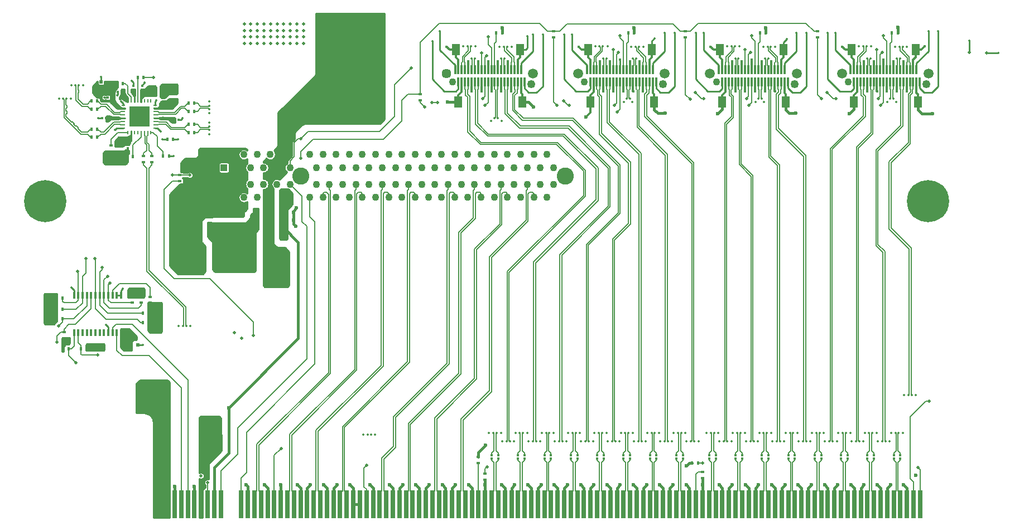
<source format=gbr>
%TF.GenerationSoftware,KiCad,Pcbnew,(5.1.5)-3*%
%TF.CreationDate,2022-02-01T02:21:15+01:00*%
%TF.ProjectId,Riser Leopard 2OU PCIe x8 4xOculink,52697365-7220-44c6-956f-706172642032,rev?*%
%TF.SameCoordinates,PX459e440PY54cbc38*%
%TF.FileFunction,Copper,L1,Top*%
%TF.FilePolarity,Positive*%
%FSLAX46Y46*%
G04 Gerber Fmt 4.6, Leading zero omitted, Abs format (unit mm)*
G04 Created by KiCad (PCBNEW (5.1.5)-3) date 2022-02-01 02:21:15*
%MOMM*%
%LPD*%
G04 APERTURE LIST*
%TA.AperFunction,SMDPad,CuDef*%
%ADD10R,0.400000X0.600000*%
%TD*%
%TA.AperFunction,SMDPad,CuDef*%
%ADD11R,0.800000X4.200000*%
%TD*%
%TA.AperFunction,SMDPad,CuDef*%
%ADD12R,2.800000X1.600000*%
%TD*%
%TA.AperFunction,SMDPad,CuDef*%
%ADD13R,0.600000X0.500000*%
%TD*%
%TA.AperFunction,SMDPad,CuDef*%
%ADD14R,0.750000X0.800000*%
%TD*%
%TA.AperFunction,SMDPad,CuDef*%
%ADD15R,0.500000X0.600000*%
%TD*%
%TA.AperFunction,SMDPad,CuDef*%
%ADD16R,0.350000X0.300000*%
%TD*%
%TA.AperFunction,SMDPad,CuDef*%
%ADD17R,0.300000X0.350000*%
%TD*%
%TA.AperFunction,SMDPad,CuDef*%
%ADD18R,0.310000X1.400000*%
%TD*%
%TA.AperFunction,ComponentPad*%
%ADD19C,1.500000*%
%TD*%
%TA.AperFunction,WasherPad*%
%ADD20C,1.100000*%
%TD*%
%TA.AperFunction,WasherPad*%
%ADD21C,1.250000*%
%TD*%
%TA.AperFunction,SMDPad,CuDef*%
%ADD22R,1.200000X1.800000*%
%TD*%
%TA.AperFunction,ComponentPad*%
%ADD23C,1.450000*%
%TD*%
%TA.AperFunction,SMDPad,CuDef*%
%ADD24R,0.600000X0.400000*%
%TD*%
%TA.AperFunction,BGAPad,CuDef*%
%ADD25C,0.500000*%
%TD*%
%TA.AperFunction,SMDPad,CuDef*%
%ADD26R,1.550000X1.550000*%
%TD*%
%TA.AperFunction,SMDPad,CuDef*%
%ADD27R,0.250000X0.600000*%
%TD*%
%TA.AperFunction,SMDPad,CuDef*%
%ADD28R,0.600000X0.250000*%
%TD*%
%TA.AperFunction,ComponentPad*%
%ADD29C,1.100000*%
%TD*%
%TA.AperFunction,ComponentPad*%
%ADD30R,1.100000X1.100000*%
%TD*%
%TA.AperFunction,WasherPad*%
%ADD31C,2.600000*%
%TD*%
%TA.AperFunction,ComponentPad*%
%ADD32C,6.400000*%
%TD*%
%TA.AperFunction,ComponentPad*%
%ADD33C,0.800000*%
%TD*%
%TA.AperFunction,SMDPad,CuDef*%
%ADD34R,0.400000X1.100000*%
%TD*%
%TA.AperFunction,ViaPad*%
%ADD35C,0.350000*%
%TD*%
%TA.AperFunction,ViaPad*%
%ADD36C,0.500000*%
%TD*%
%TA.AperFunction,ViaPad*%
%ADD37C,0.600000*%
%TD*%
%TA.AperFunction,ViaPad*%
%ADD38C,0.400000*%
%TD*%
%TA.AperFunction,Conductor*%
%ADD39C,0.250000*%
%TD*%
%TA.AperFunction,Conductor*%
%ADD40C,0.400000*%
%TD*%
%TA.AperFunction,Conductor*%
%ADD41C,0.300000*%
%TD*%
%TA.AperFunction,Conductor*%
%ADD42C,0.200000*%
%TD*%
%TA.AperFunction,Conductor*%
%ADD43C,0.152400*%
%TD*%
%TA.AperFunction,Conductor*%
%ADD44C,0.254000*%
%TD*%
G04 APERTURE END LIST*
D10*
%TO.P,R34,2*%
%TO.N,Oculink_1_SMB_DATA*%
X14800000Y-17035000D03*
%TO.P,R34,1*%
%TO.N,+3.3Vaux*%
X15700000Y-17035000D03*
%TD*%
D11*
%TO.P,J1,B57*%
%TO.N,GND*%
X74700000Y-46085000D03*
%TO.P,J1,B60*%
X77700000Y-46085000D03*
%TO.P,J1,B68*%
X85700000Y-46085000D03*
%TO.P,J1,B80*%
X97700000Y-46085000D03*
%TO.P,J1,B69*%
X86700000Y-46085000D03*
%TO.P,J1,B72*%
X89700000Y-46085000D03*
%TO.P,J1,B56*%
X73700000Y-46085000D03*
%TO.P,J1,B63*%
%TO.N,Oculink_0_x4_TX3-*%
X80700000Y-46085000D03*
%TO.P,J1,B74*%
%TO.N,Oculink_1_x4_TX2+*%
X91700000Y-46085000D03*
%TO.P,J1,B76*%
%TO.N,GND*%
X93700000Y-46085000D03*
%TO.P,J1,B64*%
X81700000Y-46085000D03*
%TO.P,J1,B58*%
%TO.N,Oculink_0_x4_TX2+*%
X75700000Y-46085000D03*
%TO.P,J1,B70*%
%TO.N,Oculink_1_x4_TX1+*%
X87700000Y-46085000D03*
%TO.P,J1,B77*%
%TO.N,GND*%
X94700000Y-46085000D03*
%TO.P,J1,B78*%
%TO.N,Oculink_1_x4_TX3+*%
X95700000Y-46085000D03*
%TO.P,J1,B67*%
%TO.N,Oculink_1_x4_TX0-*%
X84700000Y-46085000D03*
%TO.P,J1,B73*%
%TO.N,GND*%
X90700000Y-46085000D03*
%TO.P,J1,B66*%
%TO.N,Oculink_1_x4_TX0+*%
X83700000Y-46085000D03*
%TO.P,J1,B62*%
%TO.N,Oculink_0_x4_TX3+*%
X79700000Y-46085000D03*
%TO.P,J1,B59*%
%TO.N,Oculink_0_x4_TX2-*%
X76700000Y-46085000D03*
%TO.P,J1,B65*%
%TO.N,GND*%
X82700000Y-46085000D03*
%TO.P,J1,B82*%
X99700000Y-46085000D03*
%TO.P,J1,B81*%
%TO.N,Net-(J1-PadB81)*%
X98700000Y-46085000D03*
%TO.P,J1,B71*%
%TO.N,Oculink_1_x4_TX1-*%
X88700000Y-46085000D03*
%TO.P,J1,B61*%
%TO.N,GND*%
X78700000Y-46085000D03*
%TO.P,J1,B75*%
%TO.N,Oculink_1_x4_TX2-*%
X92700000Y-46085000D03*
%TO.P,J1,B79*%
%TO.N,Oculink_1_x4_TX3-*%
X96700000Y-46085000D03*
%TO.P,J1,B55*%
%TO.N,Oculink_0_x4_TX1-*%
X72700000Y-46085000D03*
%TO.P,J1,B47*%
%TO.N,GND*%
X64700000Y-46085000D03*
%TO.P,J1,B41*%
%TO.N,/CPU0_TX6+*%
X58700000Y-46085000D03*
%TO.P,J1,B43*%
%TO.N,GND*%
X60700000Y-46085000D03*
%TO.P,J1,B39*%
X56700000Y-46085000D03*
%TO.P,J1,B33*%
%TO.N,/CPU0_TX4+*%
X50700000Y-46085000D03*
%TO.P,J1,B31*%
%TO.N,/PCIE_SLOT0_PRSNT_x8*%
X48700000Y-46085000D03*
%TO.P,J1,B23*%
%TO.N,/CPU0_TX2+*%
X40700000Y-46085000D03*
%TO.P,J1,B38*%
%TO.N,/CPU0_TX5-*%
X55700000Y-46085000D03*
%TO.P,J1,B29*%
%TO.N,GND*%
X46700000Y-46085000D03*
%TO.P,J1,B25*%
X42700000Y-46085000D03*
%TO.P,J1,B37*%
%TO.N,/CPU0_TX5+*%
X54700000Y-46085000D03*
%TO.P,J1,B27*%
%TO.N,/CPU0_TX3+*%
X44700000Y-46085000D03*
%TO.P,J1,B24*%
%TO.N,/CPU0_TX2-*%
X41700000Y-46085000D03*
%TO.P,J1,B35*%
%TO.N,GND*%
X52700000Y-46085000D03*
%TO.P,J1,B54*%
%TO.N,Oculink_0_x4_TX1+*%
X71700000Y-46085000D03*
%TO.P,J1,B53*%
%TO.N,GND*%
X70700000Y-46085000D03*
%TO.P,J1,B52*%
X69700000Y-46085000D03*
%TO.P,J1,B51*%
%TO.N,Oculink_0_x4_TX0-*%
X68700000Y-46085000D03*
%TO.P,J1,B42*%
%TO.N,/CPU0_TX6-*%
X59700000Y-46085000D03*
%TO.P,J1,B40*%
%TO.N,GND*%
X57700000Y-46085000D03*
%TO.P,J1,B34*%
%TO.N,/CPU0_TX4-*%
X51700000Y-46085000D03*
%TO.P,J1,B32*%
%TO.N,GND*%
X49700000Y-46085000D03*
%TO.P,J1,B49*%
X66700000Y-46085000D03*
%TO.P,J1,B50*%
%TO.N,Oculink_0_x4_TX0+*%
X67700000Y-46085000D03*
%TO.P,J1,B28*%
%TO.N,/CPU0_TX3-*%
X45700000Y-46085000D03*
%TO.P,J1,B44*%
%TO.N,GND*%
X61700000Y-46085000D03*
%TO.P,J1,B36*%
X53700000Y-46085000D03*
%TO.P,J1,B26*%
X43700000Y-46085000D03*
%TO.P,J1,B48*%
%TO.N,/PCIE_SLOT1_PRSNT_x1x4*%
X65700000Y-46085000D03*
%TO.P,J1,B30*%
%TO.N,GND*%
X47700000Y-46085000D03*
%TO.P,J1,B46*%
%TO.N,/CPU0_TX7-*%
X63700000Y-46085000D03*
%TO.P,J1,B45*%
%TO.N,/CPU0_TX7+*%
X62700000Y-46085000D03*
%TO.P,J1,B12*%
%TO.N,/LAN_SMB_ALERT_N*%
X29700000Y-46085000D03*
%TO.P,J1,B1*%
%TO.N,+12V*%
X16600000Y-46085000D03*
%TO.P,J1,B19*%
%TO.N,/CPU0_TX1+*%
X36700000Y-46085000D03*
%TO.P,J1,B18*%
%TO.N,GND*%
X35700000Y-46085000D03*
%TO.P,J1,B17*%
%TO.N,/PCIE_SLOT0_PRSNT_x4*%
X34700000Y-46085000D03*
%TO.P,J1,B16*%
%TO.N,GND*%
X33700000Y-46085000D03*
%TO.P,J1,B14*%
%TO.N,/CPU0_TX0+*%
X31700000Y-46085000D03*
%TO.P,J1,B13*%
%TO.N,GND*%
X30700000Y-46085000D03*
%TO.P,J1,B22*%
X39700000Y-46085000D03*
%TO.P,J1,B21*%
X38700000Y-46085000D03*
%TO.P,J1,B15*%
%TO.N,/CPU0_TX0-*%
X32700000Y-46085000D03*
%TO.P,J1,B20*%
%TO.N,/CPU0_TX1-*%
X37700000Y-46085000D03*
%TO.P,J1,B6*%
%TO.N,SMB_DATA*%
X21600000Y-46085000D03*
%TO.P,J1,B9*%
%TO.N,/LAN_SMB_CLK*%
X24600000Y-46085000D03*
%TO.P,J1,B8*%
%TO.N,+3V3*%
X23600000Y-46085000D03*
%TO.P,J1,B4*%
%TO.N,GND*%
X19600000Y-46085000D03*
%TO.P,J1,B7*%
X22600000Y-46085000D03*
%TO.P,J1,B5*%
%TO.N,SMB_CLK*%
X20600000Y-46085000D03*
%TO.P,J1,B10*%
%TO.N,+3.3Vaux*%
X25600000Y-46085000D03*
%TO.P,J1,B11*%
%TO.N,IRQ_LVC_WAKE_N*%
X26600000Y-46085000D03*
%TO.P,J1,B2*%
%TO.N,+12V*%
X17600000Y-46085000D03*
%TO.P,J1,B3*%
X18600000Y-46085000D03*
%TO.P,J1,B83*%
%TO.N,Oculink_2_x4_TX0+*%
X100700000Y-46085000D03*
%TO.P,J1,B84*%
%TO.N,Oculink_2_x4_TX0-*%
X101700000Y-46085000D03*
%TO.P,J1,B85*%
%TO.N,GND*%
X102700000Y-46085000D03*
%TO.P,J1,B86*%
X103700000Y-46085000D03*
%TO.P,J1,B87*%
%TO.N,Oculink_2_x4_TX1+*%
X104700000Y-46085000D03*
%TO.P,J1,B88*%
%TO.N,Oculink_2_x4_TX1-*%
X105700000Y-46085000D03*
%TO.P,J1,B89*%
%TO.N,GND*%
X106700000Y-46085000D03*
%TO.P,J1,B90*%
X107700000Y-46085000D03*
%TO.P,J1,B91*%
%TO.N,Oculink_2_x4_TX2+*%
X108700000Y-46085000D03*
%TO.P,J1,B92*%
%TO.N,Oculink_2_x4_TX2-*%
X109700000Y-46085000D03*
%TO.P,J1,B93*%
%TO.N,GND*%
X110700000Y-46085000D03*
%TO.P,J1,B94*%
X111700000Y-46085000D03*
%TO.P,J1,B95*%
%TO.N,Oculink_2_x4_TX3+*%
X112700000Y-46085000D03*
%TO.P,J1,B96*%
%TO.N,Oculink_2_x4_TX3-*%
X113700000Y-46085000D03*
%TO.P,J1,B97*%
%TO.N,GND*%
X114700000Y-46085000D03*
%TO.P,J1,B98*%
X115700000Y-46085000D03*
%TO.P,J1,B99*%
%TO.N,Oculink_3_x4_TX0+*%
X116700000Y-46085000D03*
%TO.P,J1,B100*%
%TO.N,Oculink_3_x4_TX0-*%
X117700000Y-46085000D03*
%TO.P,J1,B101*%
%TO.N,GND*%
X118700000Y-46085000D03*
%TO.P,J1,B102*%
X119700000Y-46085000D03*
%TO.P,J1,B103*%
%TO.N,Oculink_3_x4_TX1+*%
X120700000Y-46085000D03*
%TO.P,J1,B104*%
%TO.N,Oculink_3_x4_TX1-*%
X121700000Y-46085000D03*
%TO.P,J1,B105*%
%TO.N,GND*%
X122700000Y-46085000D03*
%TO.P,J1,B106*%
X123700000Y-46085000D03*
%TO.P,J1,B107*%
%TO.N,Oculink_3_x4_TX2+*%
X124700000Y-46085000D03*
%TO.P,J1,B108*%
%TO.N,Oculink_3_x4_TX2-*%
X125700000Y-46085000D03*
%TO.P,J1,B109*%
%TO.N,GND*%
X126700000Y-46085000D03*
%TO.P,J1,B110*%
X127700000Y-46085000D03*
%TO.P,J1,B111*%
%TO.N,Oculink_3_x4_TX3+*%
X128700000Y-46085000D03*
%TO.P,J1,B112*%
%TO.N,Oculink_3_x4_TX3-*%
X129700000Y-46085000D03*
%TO.P,J1,B113*%
%TO.N,GND*%
X130700000Y-46085000D03*
%TO.P,J1,B114*%
%TO.N,Net-(J1-PadB114)*%
X131700000Y-46085000D03*
%TO.P,J1,B115*%
%TO.N,Net-(J1-PadB115)*%
X132700000Y-46085000D03*
%TD*%
D12*
%TO.P,C1,2*%
%TO.N,GND*%
X30550000Y-8485000D03*
%TO.P,C1,1*%
%TO.N,+3V3*%
X34350000Y-8485000D03*
%TD*%
D13*
%TO.P,C2,2*%
%TO.N,GND*%
X32100000Y-1385000D03*
%TO.P,C2,1*%
%TO.N,+3V3*%
X33200000Y-1385000D03*
%TD*%
%TO.P,C3,1*%
%TO.N,+3V3*%
X33200000Y-2560000D03*
%TO.P,C3,2*%
%TO.N,GND*%
X32100000Y-2560000D03*
%TD*%
%TO.P,C4,1*%
%TO.N,+3V3*%
X33200000Y-3735000D03*
%TO.P,C4,2*%
%TO.N,GND*%
X32100000Y-3735000D03*
%TD*%
%TO.P,C5,2*%
%TO.N,GND*%
X37600000Y-1685000D03*
%TO.P,C5,1*%
%TO.N,+3.3Vaux*%
X36500000Y-1685000D03*
%TD*%
%TO.P,C6,1*%
%TO.N,+3.3Vaux*%
X36495001Y-2890001D03*
%TO.P,C6,2*%
%TO.N,GND*%
X37595001Y-2890001D03*
%TD*%
D12*
%TO.P,C7,1*%
%TO.N,+12V*%
X22875000Y-8485000D03*
%TO.P,C7,2*%
%TO.N,GND*%
X26675000Y-8485000D03*
%TD*%
D14*
%TO.P,C8,1*%
%TO.N,+12V*%
X29400000Y-2035000D03*
%TO.P,C8,2*%
%TO.N,GND*%
X29400000Y-3535000D03*
%TD*%
%TO.P,C9,2*%
%TO.N,GND*%
X27850000Y-3535000D03*
%TO.P,C9,1*%
%TO.N,+12V*%
X27850000Y-2035000D03*
%TD*%
%TO.P,C10,1*%
%TO.N,+12V*%
X26300000Y-2035000D03*
%TO.P,C10,2*%
%TO.N,GND*%
X26300000Y-3535000D03*
%TD*%
D15*
%TO.P,C11,2*%
%TO.N,GND*%
X24875000Y-3335000D03*
%TO.P,C11,1*%
%TO.N,+12V*%
X24875000Y-2235000D03*
%TD*%
D16*
%TO.P,C12,2*%
%TO.N,/Oculink connector/Oculink_1_C_x4_TX0+*%
X83700000Y-38555000D03*
%TO.P,C12,1*%
%TO.N,Oculink_1_x4_TX0+*%
X83700000Y-39115000D03*
%TD*%
%TO.P,C13,2*%
%TO.N,/Oculink connector/Oculink_1_C_x4_TX1+*%
X87700000Y-38555000D03*
%TO.P,C13,1*%
%TO.N,Oculink_1_x4_TX1+*%
X87700000Y-39115000D03*
%TD*%
%TO.P,C14,2*%
%TO.N,/Oculink connector/Oculink_1_C_x4_TX2+*%
X91700000Y-38555000D03*
%TO.P,C14,1*%
%TO.N,Oculink_1_x4_TX2+*%
X91700000Y-39115000D03*
%TD*%
%TO.P,C15,1*%
%TO.N,Oculink_1_x4_TX3+*%
X95700000Y-39115000D03*
%TO.P,C15,2*%
%TO.N,/Oculink connector/Oculink_1_C_x4_TX3+*%
X95700000Y-38555000D03*
%TD*%
%TO.P,C16,1*%
%TO.N,Oculink_1_x4_TX0-*%
X84700000Y-39115000D03*
%TO.P,C16,2*%
%TO.N,/Oculink connector/Oculink_1_C_x4_TX0-*%
X84700000Y-38555000D03*
%TD*%
%TO.P,C17,1*%
%TO.N,Oculink_1_x4_TX1-*%
X88700000Y-39115000D03*
%TO.P,C17,2*%
%TO.N,/Oculink connector/Oculink_1_C_x4_TX1-*%
X88700000Y-38555000D03*
%TD*%
%TO.P,C18,1*%
%TO.N,Oculink_1_x4_TX2-*%
X92700000Y-39115000D03*
%TO.P,C18,2*%
%TO.N,/Oculink connector/Oculink_1_C_x4_TX2-*%
X92700000Y-38555000D03*
%TD*%
%TO.P,C19,1*%
%TO.N,Oculink_1_x4_TX3-*%
X96700000Y-39115000D03*
%TO.P,C19,2*%
%TO.N,/Oculink connector/Oculink_1_C_x4_TX3-*%
X96700000Y-38555000D03*
%TD*%
%TO.P,C20,2*%
%TO.N,/Oculink connector/Oculink_0_C_x4_TX0+*%
X67700000Y-38555000D03*
%TO.P,C20,1*%
%TO.N,Oculink_0_x4_TX0+*%
X67700000Y-39115000D03*
%TD*%
%TO.P,C21,2*%
%TO.N,/Oculink connector/Oculink_0_C_x4_TX1+*%
X71700000Y-38555000D03*
%TO.P,C21,1*%
%TO.N,Oculink_0_x4_TX1+*%
X71700000Y-39115000D03*
%TD*%
%TO.P,C22,2*%
%TO.N,/Oculink connector/Oculink_0_C_x4_TX2+*%
X75700000Y-38555000D03*
%TO.P,C22,1*%
%TO.N,Oculink_0_x4_TX2+*%
X75700000Y-39115000D03*
%TD*%
%TO.P,C23,2*%
%TO.N,/Oculink connector/Oculink_0_C_x4_TX3+*%
X79700000Y-38555000D03*
%TO.P,C23,1*%
%TO.N,Oculink_0_x4_TX3+*%
X79700000Y-39115000D03*
%TD*%
%TO.P,C24,1*%
%TO.N,Oculink_0_x4_TX0-*%
X68700000Y-39115000D03*
%TO.P,C24,2*%
%TO.N,/Oculink connector/Oculink_0_C_x4_TX0-*%
X68700000Y-38555000D03*
%TD*%
%TO.P,C25,1*%
%TO.N,Oculink_0_x4_TX1-*%
X72700000Y-39115000D03*
%TO.P,C25,2*%
%TO.N,/Oculink connector/Oculink_0_C_x4_TX1-*%
X72700000Y-38555000D03*
%TD*%
%TO.P,C26,1*%
%TO.N,Oculink_0_x4_TX2-*%
X76700000Y-39115000D03*
%TO.P,C26,2*%
%TO.N,/Oculink connector/Oculink_0_C_x4_TX2-*%
X76700000Y-38555000D03*
%TD*%
%TO.P,C27,1*%
%TO.N,Oculink_0_x4_TX3-*%
X80700000Y-39115000D03*
%TO.P,C27,2*%
%TO.N,/Oculink connector/Oculink_0_C_x4_TX3-*%
X80700000Y-38555000D03*
%TD*%
%TO.P,C28,2*%
%TO.N,/Oculink connector/Oculink_3_C_x4_TX0+*%
X116700000Y-38555000D03*
%TO.P,C28,1*%
%TO.N,Oculink_3_x4_TX0+*%
X116700000Y-39115000D03*
%TD*%
%TO.P,C29,1*%
%TO.N,Oculink_3_x4_TX1+*%
X120700000Y-39115000D03*
%TO.P,C29,2*%
%TO.N,/Oculink connector/Oculink_3_C_x4_TX1+*%
X120700000Y-38555000D03*
%TD*%
%TO.P,C30,1*%
%TO.N,Oculink_3_x4_TX2+*%
X124700000Y-39115000D03*
%TO.P,C30,2*%
%TO.N,/Oculink connector/Oculink_3_C_x4_TX2+*%
X124700000Y-38555000D03*
%TD*%
%TO.P,C31,1*%
%TO.N,Oculink_3_x4_TX3+*%
X128700000Y-39115000D03*
%TO.P,C31,2*%
%TO.N,/Oculink connector/Oculink_3_C_x4_TX3+*%
X128700000Y-38555000D03*
%TD*%
%TO.P,C32,2*%
%TO.N,/Oculink connector/Oculink_3_C_x4_TX0-*%
X117700000Y-38555000D03*
%TO.P,C32,1*%
%TO.N,Oculink_3_x4_TX0-*%
X117700000Y-39115000D03*
%TD*%
%TO.P,C33,2*%
%TO.N,/Oculink connector/Oculink_3_C_x4_TX1-*%
X121700000Y-38555000D03*
%TO.P,C33,1*%
%TO.N,Oculink_3_x4_TX1-*%
X121700000Y-39115000D03*
%TD*%
%TO.P,C34,2*%
%TO.N,/Oculink connector/Oculink_3_C_x4_TX2-*%
X125700000Y-38555000D03*
%TO.P,C34,1*%
%TO.N,Oculink_3_x4_TX2-*%
X125700000Y-39115000D03*
%TD*%
%TO.P,C35,2*%
%TO.N,/Oculink connector/Oculink_3_C_x4_TX3-*%
X129700000Y-38555000D03*
%TO.P,C35,1*%
%TO.N,Oculink_3_x4_TX3-*%
X129700000Y-39115000D03*
%TD*%
%TO.P,C36,1*%
%TO.N,Oculink_2_x4_TX0+*%
X100700000Y-39115000D03*
%TO.P,C36,2*%
%TO.N,/Oculink connector/Oculink_2_C_x4_TX0+*%
X100700000Y-38555000D03*
%TD*%
%TO.P,C37,1*%
%TO.N,Oculink_2_x4_TX1+*%
X104700000Y-39115000D03*
%TO.P,C37,2*%
%TO.N,/Oculink connector/Oculink_2_C_x4_TX1+*%
X104700000Y-38555000D03*
%TD*%
%TO.P,C38,1*%
%TO.N,Oculink_2_x4_TX2+*%
X108700000Y-39115000D03*
%TO.P,C38,2*%
%TO.N,/Oculink connector/Oculink_2_C_x4_TX2+*%
X108700000Y-38555000D03*
%TD*%
%TO.P,C39,2*%
%TO.N,/Oculink connector/Oculink_2_C_x4_TX3+*%
X112700000Y-38555000D03*
%TO.P,C39,1*%
%TO.N,Oculink_2_x4_TX3+*%
X112700000Y-39115000D03*
%TD*%
%TO.P,C40,2*%
%TO.N,/Oculink connector/Oculink_2_C_x4_TX0-*%
X101700000Y-38555000D03*
%TO.P,C40,1*%
%TO.N,Oculink_2_x4_TX0-*%
X101700000Y-39115000D03*
%TD*%
%TO.P,C41,2*%
%TO.N,/Oculink connector/Oculink_2_C_x4_TX1-*%
X105700000Y-38555000D03*
%TO.P,C41,1*%
%TO.N,Oculink_2_x4_TX1-*%
X105700000Y-39115000D03*
%TD*%
%TO.P,C42,2*%
%TO.N,/Oculink connector/Oculink_2_C_x4_TX2-*%
X109700000Y-38555000D03*
%TO.P,C42,1*%
%TO.N,Oculink_2_x4_TX2-*%
X109700000Y-39115000D03*
%TD*%
%TO.P,C43,1*%
%TO.N,Oculink_2_x4_TX3-*%
X113700000Y-39115000D03*
%TO.P,C43,2*%
%TO.N,/Oculink connector/Oculink_2_C_x4_TX3-*%
X113700000Y-38555000D03*
%TD*%
%TO.P,C44,1*%
%TO.N,+3V3*%
X12500000Y8645000D03*
%TO.P,C44,2*%
%TO.N,GND*%
X12500000Y8085000D03*
%TD*%
D17*
%TO.P,C45,1*%
%TO.N,+3V3*%
X11530000Y16615000D03*
%TO.P,C45,2*%
%TO.N,GND*%
X10970000Y16615000D03*
%TD*%
D16*
%TO.P,C46,2*%
%TO.N,GND*%
X14700000Y17545000D03*
%TO.P,C46,1*%
%TO.N,+3V3*%
X14700000Y16985000D03*
%TD*%
D15*
%TO.P,C47,1*%
%TO.N,+3V3*%
X11300000Y8540000D03*
%TO.P,C47,2*%
%TO.N,GND*%
X11300000Y7440000D03*
%TD*%
D13*
%TO.P,C48,2*%
%TO.N,GND*%
X17600000Y17015000D03*
%TO.P,C48,1*%
%TO.N,+3V3*%
X16500000Y17015000D03*
%TD*%
D15*
%TO.P,C49,1*%
%TO.N,+3.3VP*%
X19075000Y15340000D03*
%TO.P,C49,2*%
%TO.N,GND*%
X19075000Y16440000D03*
%TD*%
%TO.P,C50,2*%
%TO.N,GND*%
X8450000Y18165000D03*
%TO.P,C50,1*%
%TO.N,+3.3VP*%
X8450000Y17065000D03*
%TD*%
D17*
%TO.P,C51,2*%
%TO.N,+3.3VP*%
X10030000Y15765000D03*
%TO.P,C51,1*%
%TO.N,GND*%
X9470000Y15765000D03*
%TD*%
%TO.P,C52,2*%
%TO.N,+3.3VP*%
X19595000Y12365000D03*
%TO.P,C52,1*%
%TO.N,GND*%
X20155000Y12365000D03*
%TD*%
D16*
%TO.P,C53,2*%
%TO.N,+3.3VP*%
X13300000Y16985000D03*
%TO.P,C53,1*%
%TO.N,GND*%
X13300000Y17545000D03*
%TD*%
D17*
%TO.P,C54,1*%
%TO.N,GND*%
X8620000Y12615000D03*
%TO.P,C54,2*%
%TO.N,+3.3VP*%
X9180000Y12615000D03*
%TD*%
D16*
%TO.P,C55,1*%
%TO.N,GND*%
X17925000Y15770000D03*
%TO.P,C55,2*%
%TO.N,+3.3VP*%
X17925000Y15210000D03*
%TD*%
D13*
%TO.P,C56,2*%
%TO.N,GND*%
X14050000Y-21835000D03*
%TO.P,C56,1*%
%TO.N,+3.3Vaux*%
X12950000Y-21835000D03*
%TD*%
D18*
%TO.P,J2,A1*%
%TO.N,+3V3*%
X82650000Y18125000D03*
%TO.P,J2,A2*%
%TO.N,GND*%
X83150000Y18125000D03*
%TO.P,J2,A3*%
%TO.N,Oculink_1_x4_RX0+*%
X83650000Y18125000D03*
%TO.P,J2,A4*%
%TO.N,Oculink_1_x4_RX0-*%
X84150000Y18125000D03*
%TO.P,J2,A5*%
%TO.N,GND*%
X84650000Y18125000D03*
%TO.P,J2,A6*%
%TO.N,Oculink_1_x4_RX1+*%
X85150000Y18125000D03*
%TO.P,J2,A7*%
%TO.N,Oculink_1_x4_RX1-*%
X85650000Y18125000D03*
%TO.P,J2,A8*%
%TO.N,GND*%
X86150000Y18125000D03*
%TO.P,J2,A9*%
%TO.N,Net-(J2-PadA9)*%
X86650000Y18125000D03*
%TO.P,J2,A10*%
%TO.N,Net-(J2-PadA10)*%
X87150000Y18125000D03*
%TO.P,J2,A11*%
%TO.N,GND*%
X87650000Y18125000D03*
%TO.P,J2,A12*%
%TO.N,Oculink_1_CLK100+*%
X88150000Y18125000D03*
%TO.P,J2,A13*%
%TO.N,Oculink_1_CLK100-*%
X88650000Y18125000D03*
%TO.P,J2,A14*%
%TO.N,GND*%
X89150000Y18125000D03*
%TO.P,J2,A15*%
%TO.N,Oculink_1_x4_RX2+*%
X89650000Y18125000D03*
%TO.P,J2,A16*%
%TO.N,Oculink_1_x4_RX2-*%
X90150000Y18125000D03*
%TO.P,J2,A17*%
%TO.N,GND*%
X90650000Y18125000D03*
%TO.P,J2,A18*%
%TO.N,Oculink_1_x4_RX3+*%
X91150000Y18125000D03*
%TO.P,J2,A19*%
%TO.N,Oculink_1_x4_RX3-*%
X91650000Y18125000D03*
%TO.P,J2,A20*%
%TO.N,GND*%
X92150000Y18125000D03*
%TO.P,J2,A21*%
%TO.N,+12V*%
X92650000Y18125000D03*
%TO.P,J2,B1*%
X82150000Y20025000D03*
%TO.P,J2,B2*%
%TO.N,GND*%
X82650000Y20025000D03*
%TO.P,J2,B3*%
%TO.N,/Oculink connector/Oculink_1_C_x4_TX0+*%
X83150000Y20025000D03*
%TO.P,J2,B4*%
%TO.N,/Oculink connector/Oculink_1_C_x4_TX0-*%
X83650000Y20025000D03*
%TO.P,J2,B5*%
%TO.N,GND*%
X84150000Y20025000D03*
%TO.P,J2,B6*%
%TO.N,/Oculink connector/Oculink_1_C_x4_TX1+*%
X84650000Y20025000D03*
%TO.P,J2,B7*%
%TO.N,/Oculink connector/Oculink_1_C_x4_TX1-*%
X85150000Y20025000D03*
%TO.P,J2,B8*%
%TO.N,GND*%
X85650000Y20025000D03*
%TO.P,J2,B9*%
%TO.N,Oculink_1_SMB_CLK*%
X86150000Y20025000D03*
%TO.P,J2,B10*%
%TO.N,Oculink_1_SMB_DATA*%
X86650000Y20025000D03*
%TO.P,J2,B11*%
%TO.N,GND*%
X87150000Y20025000D03*
%TO.P,J2,B12*%
%TO.N,RST_PERST0_N*%
X87650000Y20025000D03*
%TO.P,J2,B13*%
%TO.N,Net-(J2-PadB13)*%
X88150000Y20025000D03*
%TO.P,J2,B14*%
%TO.N,GND*%
X88650000Y20025000D03*
%TO.P,J2,B15*%
%TO.N,/Oculink connector/Oculink_1_C_x4_TX2+*%
X89150000Y20025000D03*
%TO.P,J2,B16*%
%TO.N,/Oculink connector/Oculink_1_C_x4_TX2-*%
X89650000Y20025000D03*
%TO.P,J2,B17*%
%TO.N,GND*%
X90150000Y20025000D03*
%TO.P,J2,B18*%
%TO.N,/Oculink connector/Oculink_1_C_x4_TX3+*%
X90650000Y20025000D03*
%TO.P,J2,B19*%
%TO.N,/Oculink connector/Oculink_1_C_x4_TX3-*%
X91150000Y20025000D03*
%TO.P,J2,B20*%
%TO.N,GND*%
X91650000Y20025000D03*
%TO.P,J2,B21*%
%TO.N,+3V3*%
X92150000Y20025000D03*
D19*
%TO.P,J2,C1*%
%TO.N,GND*%
X80820000Y19385000D03*
X93980000Y19385000D03*
D20*
%TO.P,J2,*%
%TO.N,*%
X81780000Y18125000D03*
D21*
X93680000Y17765000D03*
D22*
%TO.P,J2,C1*%
%TO.N,GND*%
X82650000Y15075000D03*
X82300000Y23075000D03*
X92000000Y23075000D03*
X92350000Y15075000D03*
%TD*%
%TO.P,J3,C1*%
%TO.N,GND*%
X72350000Y15075000D03*
X72000000Y23075000D03*
X62300000Y23075000D03*
X62650000Y15075000D03*
D21*
%TO.P,J3,*%
%TO.N,*%
X73680000Y17765000D03*
D20*
X61780000Y18125000D03*
D19*
%TO.P,J3,C1*%
%TO.N,GND*%
X73980000Y19385000D03*
D23*
X60820000Y19385000D03*
D18*
%TO.P,J3,B21*%
%TO.N,+3V3*%
X72150000Y20025000D03*
%TO.P,J3,B20*%
%TO.N,GND*%
X71650000Y20025000D03*
%TO.P,J3,B19*%
%TO.N,/Oculink connector/Oculink_0_C_x4_TX3-*%
X71150000Y20025000D03*
%TO.P,J3,B18*%
%TO.N,/Oculink connector/Oculink_0_C_x4_TX3+*%
X70650000Y20025000D03*
%TO.P,J3,B17*%
%TO.N,GND*%
X70150000Y20025000D03*
%TO.P,J3,B16*%
%TO.N,/Oculink connector/Oculink_0_C_x4_TX2-*%
X69650000Y20025000D03*
%TO.P,J3,B15*%
%TO.N,/Oculink connector/Oculink_0_C_x4_TX2+*%
X69150000Y20025000D03*
%TO.P,J3,B14*%
%TO.N,GND*%
X68650000Y20025000D03*
%TO.P,J3,B13*%
%TO.N,Net-(J3-PadB13)*%
X68150000Y20025000D03*
%TO.P,J3,B12*%
%TO.N,RST_PERST0_N*%
X67650000Y20025000D03*
%TO.P,J3,B11*%
%TO.N,GND*%
X67150000Y20025000D03*
%TO.P,J3,B10*%
%TO.N,Oculink_0_SMB_DATA*%
X66650000Y20025000D03*
%TO.P,J3,B9*%
%TO.N,Oculink_0_SMB_CLK*%
X66150000Y20025000D03*
%TO.P,J3,B8*%
%TO.N,GND*%
X65650000Y20025000D03*
%TO.P,J3,B7*%
%TO.N,/Oculink connector/Oculink_0_C_x4_TX1-*%
X65150000Y20025000D03*
%TO.P,J3,B6*%
%TO.N,/Oculink connector/Oculink_0_C_x4_TX1+*%
X64650000Y20025000D03*
%TO.P,J3,B5*%
%TO.N,GND*%
X64150000Y20025000D03*
%TO.P,J3,B4*%
%TO.N,/Oculink connector/Oculink_0_C_x4_TX0-*%
X63650000Y20025000D03*
%TO.P,J3,B3*%
%TO.N,/Oculink connector/Oculink_0_C_x4_TX0+*%
X63150000Y20025000D03*
%TO.P,J3,B2*%
%TO.N,GND*%
X62650000Y20025000D03*
%TO.P,J3,B1*%
%TO.N,+12V*%
X62150000Y20025000D03*
%TO.P,J3,A21*%
X72650000Y18125000D03*
%TO.P,J3,A20*%
%TO.N,GND*%
X72150000Y18125000D03*
%TO.P,J3,A19*%
%TO.N,Oculink_0_x4_RX3-*%
X71650000Y18125000D03*
%TO.P,J3,A18*%
%TO.N,Oculink_0_x4_RX3+*%
X71150000Y18125000D03*
%TO.P,J3,A17*%
%TO.N,GND*%
X70650000Y18125000D03*
%TO.P,J3,A16*%
%TO.N,Oculink_0_x4_RX2-*%
X70150000Y18125000D03*
%TO.P,J3,A15*%
%TO.N,Oculink_0_x4_RX2+*%
X69650000Y18125000D03*
%TO.P,J3,A14*%
%TO.N,GND*%
X69150000Y18125000D03*
%TO.P,J3,A13*%
%TO.N,Oculink_0_CLK100-*%
X68650000Y18125000D03*
%TO.P,J3,A12*%
%TO.N,Oculink_0_CLK100+*%
X68150000Y18125000D03*
%TO.P,J3,A11*%
%TO.N,GND*%
X67650000Y18125000D03*
%TO.P,J3,A10*%
%TO.N,Net-(J3-PadA10)*%
X67150000Y18125000D03*
%TO.P,J3,A9*%
%TO.N,Net-(J3-PadA9)*%
X66650000Y18125000D03*
%TO.P,J3,A8*%
%TO.N,GND*%
X66150000Y18125000D03*
%TO.P,J3,A7*%
%TO.N,Oculink_0_x4_RX1-*%
X65650000Y18125000D03*
%TO.P,J3,A6*%
%TO.N,Oculink_0_x4_RX1+*%
X65150000Y18125000D03*
%TO.P,J3,A5*%
%TO.N,GND*%
X64650000Y18125000D03*
%TO.P,J3,A4*%
%TO.N,Oculink_0_x4_RX0-*%
X64150000Y18125000D03*
%TO.P,J3,A3*%
%TO.N,Oculink_0_x4_RX0+*%
X63650000Y18125000D03*
%TO.P,J3,A2*%
%TO.N,GND*%
X63150000Y18125000D03*
%TO.P,J3,A1*%
%TO.N,+3V3*%
X62650000Y18125000D03*
%TD*%
D22*
%TO.P,J4,C1*%
%TO.N,GND*%
X132350000Y15075000D03*
X132000000Y23075000D03*
X122300000Y23075000D03*
X122650000Y15075000D03*
D21*
%TO.P,J4,*%
%TO.N,*%
X133680000Y17765000D03*
D20*
X121780000Y18125000D03*
D19*
%TO.P,J4,C1*%
%TO.N,GND*%
X133980000Y19385000D03*
X120820000Y19385000D03*
D18*
%TO.P,J4,B21*%
%TO.N,+3V3*%
X132150000Y20025000D03*
%TO.P,J4,B20*%
%TO.N,GND*%
X131650000Y20025000D03*
%TO.P,J4,B19*%
%TO.N,/Oculink connector/Oculink_3_C_x4_TX3-*%
X131150000Y20025000D03*
%TO.P,J4,B18*%
%TO.N,/Oculink connector/Oculink_3_C_x4_TX3+*%
X130650000Y20025000D03*
%TO.P,J4,B17*%
%TO.N,GND*%
X130150000Y20025000D03*
%TO.P,J4,B16*%
%TO.N,/Oculink connector/Oculink_3_C_x4_TX2-*%
X129650000Y20025000D03*
%TO.P,J4,B15*%
%TO.N,/Oculink connector/Oculink_3_C_x4_TX2+*%
X129150000Y20025000D03*
%TO.P,J4,B14*%
%TO.N,GND*%
X128650000Y20025000D03*
%TO.P,J4,B13*%
%TO.N,Net-(J4-PadB13)*%
X128150000Y20025000D03*
%TO.P,J4,B12*%
%TO.N,RST_PERST0_N*%
X127650000Y20025000D03*
%TO.P,J4,B11*%
%TO.N,GND*%
X127150000Y20025000D03*
%TO.P,J4,B10*%
%TO.N,Oculink_3_SMB_DATA*%
X126650000Y20025000D03*
%TO.P,J4,B9*%
%TO.N,Oculink_3_SMB_CLK*%
X126150000Y20025000D03*
%TO.P,J4,B8*%
%TO.N,GND*%
X125650000Y20025000D03*
%TO.P,J4,B7*%
%TO.N,/Oculink connector/Oculink_3_C_x4_TX1-*%
X125150000Y20025000D03*
%TO.P,J4,B6*%
%TO.N,/Oculink connector/Oculink_3_C_x4_TX1+*%
X124650000Y20025000D03*
%TO.P,J4,B5*%
%TO.N,GND*%
X124150000Y20025000D03*
%TO.P,J4,B4*%
%TO.N,/Oculink connector/Oculink_3_C_x4_TX0-*%
X123650000Y20025000D03*
%TO.P,J4,B3*%
%TO.N,/Oculink connector/Oculink_3_C_x4_TX0+*%
X123150000Y20025000D03*
%TO.P,J4,B2*%
%TO.N,GND*%
X122650000Y20025000D03*
%TO.P,J4,B1*%
%TO.N,+12V*%
X122150000Y20025000D03*
%TO.P,J4,A21*%
X132650000Y18125000D03*
%TO.P,J4,A20*%
%TO.N,GND*%
X132150000Y18125000D03*
%TO.P,J4,A19*%
%TO.N,Oculink_3_x4_RX3-*%
X131650000Y18125000D03*
%TO.P,J4,A18*%
%TO.N,Oculink_3_x4_RX3+*%
X131150000Y18125000D03*
%TO.P,J4,A17*%
%TO.N,GND*%
X130650000Y18125000D03*
%TO.P,J4,A16*%
%TO.N,Oculink_3_x4_RX2-*%
X130150000Y18125000D03*
%TO.P,J4,A15*%
%TO.N,Oculink_3_x4_RX2+*%
X129650000Y18125000D03*
%TO.P,J4,A14*%
%TO.N,GND*%
X129150000Y18125000D03*
%TO.P,J4,A13*%
%TO.N,Oculink_3_CLK100-*%
X128650000Y18125000D03*
%TO.P,J4,A12*%
%TO.N,Oculink_3_CLK100+*%
X128150000Y18125000D03*
%TO.P,J4,A11*%
%TO.N,GND*%
X127650000Y18125000D03*
%TO.P,J4,A10*%
%TO.N,Net-(J4-PadA10)*%
X127150000Y18125000D03*
%TO.P,J4,A9*%
%TO.N,Net-(J4-PadA9)*%
X126650000Y18125000D03*
%TO.P,J4,A8*%
%TO.N,GND*%
X126150000Y18125000D03*
%TO.P,J4,A7*%
%TO.N,Oculink_3_x4_RX1-*%
X125650000Y18125000D03*
%TO.P,J4,A6*%
%TO.N,Oculink_3_x4_RX1+*%
X125150000Y18125000D03*
%TO.P,J4,A5*%
%TO.N,GND*%
X124650000Y18125000D03*
%TO.P,J4,A4*%
%TO.N,Oculink_3_x4_RX0-*%
X124150000Y18125000D03*
%TO.P,J4,A3*%
%TO.N,Oculink_3_x4_RX0+*%
X123650000Y18125000D03*
%TO.P,J4,A2*%
%TO.N,GND*%
X123150000Y18125000D03*
%TO.P,J4,A1*%
%TO.N,+3V3*%
X122650000Y18125000D03*
%TD*%
%TO.P,J5,A1*%
%TO.N,+3V3*%
X102650000Y18125000D03*
%TO.P,J5,A2*%
%TO.N,GND*%
X103150000Y18125000D03*
%TO.P,J5,A3*%
%TO.N,Oculink_2_x4_RX0+*%
X103650000Y18125000D03*
%TO.P,J5,A4*%
%TO.N,Oculink_2_x4_RX0-*%
X104150000Y18125000D03*
%TO.P,J5,A5*%
%TO.N,GND*%
X104650000Y18125000D03*
%TO.P,J5,A6*%
%TO.N,Oculink_2_x4_RX1+*%
X105150000Y18125000D03*
%TO.P,J5,A7*%
%TO.N,Oculink_2_x4_RX1-*%
X105650000Y18125000D03*
%TO.P,J5,A8*%
%TO.N,GND*%
X106150000Y18125000D03*
%TO.P,J5,A9*%
%TO.N,Net-(J5-PadA9)*%
X106650000Y18125000D03*
%TO.P,J5,A10*%
%TO.N,Net-(J5-PadA10)*%
X107150000Y18125000D03*
%TO.P,J5,A11*%
%TO.N,GND*%
X107650000Y18125000D03*
%TO.P,J5,A12*%
%TO.N,Oculink_2_CLK100+*%
X108150000Y18125000D03*
%TO.P,J5,A13*%
%TO.N,Oculink_2_CLK100-*%
X108650000Y18125000D03*
%TO.P,J5,A14*%
%TO.N,GND*%
X109150000Y18125000D03*
%TO.P,J5,A15*%
%TO.N,Oculink_2_x4_RX2+*%
X109650000Y18125000D03*
%TO.P,J5,A16*%
%TO.N,Oculink_2_x4_RX2-*%
X110150000Y18125000D03*
%TO.P,J5,A17*%
%TO.N,GND*%
X110650000Y18125000D03*
%TO.P,J5,A18*%
%TO.N,Oculink_2_x4_RX3+*%
X111150000Y18125000D03*
%TO.P,J5,A19*%
%TO.N,Oculink_2_x4_RX3-*%
X111650000Y18125000D03*
%TO.P,J5,A20*%
%TO.N,GND*%
X112150000Y18125000D03*
%TO.P,J5,A21*%
%TO.N,+12V*%
X112650000Y18125000D03*
%TO.P,J5,B1*%
X102150000Y20025000D03*
%TO.P,J5,B2*%
%TO.N,GND*%
X102650000Y20025000D03*
%TO.P,J5,B3*%
%TO.N,/Oculink connector/Oculink_2_C_x4_TX0+*%
X103150000Y20025000D03*
%TO.P,J5,B4*%
%TO.N,/Oculink connector/Oculink_2_C_x4_TX0-*%
X103650000Y20025000D03*
%TO.P,J5,B5*%
%TO.N,GND*%
X104150000Y20025000D03*
%TO.P,J5,B6*%
%TO.N,/Oculink connector/Oculink_2_C_x4_TX1+*%
X104650000Y20025000D03*
%TO.P,J5,B7*%
%TO.N,/Oculink connector/Oculink_2_C_x4_TX1-*%
X105150000Y20025000D03*
%TO.P,J5,B8*%
%TO.N,GND*%
X105650000Y20025000D03*
%TO.P,J5,B9*%
%TO.N,Oculink_2_SMB_CLK*%
X106150000Y20025000D03*
%TO.P,J5,B10*%
%TO.N,Oculink_2_SMB_DATA*%
X106650000Y20025000D03*
%TO.P,J5,B11*%
%TO.N,GND*%
X107150000Y20025000D03*
%TO.P,J5,B12*%
%TO.N,RST_PERST0_N*%
X107650000Y20025000D03*
%TO.P,J5,B13*%
%TO.N,Net-(J5-PadB13)*%
X108150000Y20025000D03*
%TO.P,J5,B14*%
%TO.N,GND*%
X108650000Y20025000D03*
%TO.P,J5,B15*%
%TO.N,/Oculink connector/Oculink_2_C_x4_TX2+*%
X109150000Y20025000D03*
%TO.P,J5,B16*%
%TO.N,/Oculink connector/Oculink_2_C_x4_TX2-*%
X109650000Y20025000D03*
%TO.P,J5,B17*%
%TO.N,GND*%
X110150000Y20025000D03*
%TO.P,J5,B18*%
%TO.N,/Oculink connector/Oculink_2_C_x4_TX3+*%
X110650000Y20025000D03*
%TO.P,J5,B19*%
%TO.N,/Oculink connector/Oculink_2_C_x4_TX3-*%
X111150000Y20025000D03*
%TO.P,J5,B20*%
%TO.N,GND*%
X111650000Y20025000D03*
%TO.P,J5,B21*%
%TO.N,+3V3*%
X112150000Y20025000D03*
D19*
%TO.P,J5,C1*%
%TO.N,GND*%
X100820000Y19385000D03*
X113980000Y19385000D03*
D20*
%TO.P,J5,*%
%TO.N,*%
X101780000Y18125000D03*
D21*
X113680000Y17765000D03*
D22*
%TO.P,J5,C1*%
%TO.N,GND*%
X102650000Y15075000D03*
X102300000Y23075000D03*
X112000000Y23075000D03*
X112350000Y15075000D03*
%TD*%
D24*
%TO.P,R1,1*%
%TO.N,GND*%
X66700000Y-42285000D03*
%TO.P,R1,2*%
%TO.N,/SLOT0_CONFIG*%
X66700000Y-41385000D03*
%TD*%
D10*
%TO.P,R2,2*%
%TO.N,/SLOT1_CONFIG*%
X99000000Y-39785000D03*
%TO.P,R2,1*%
%TO.N,GND*%
X98100000Y-39785000D03*
%TD*%
D24*
%TO.P,R3,2*%
%TO.N,Net-(J1-PadB115)*%
X20400000Y3065000D03*
%TO.P,R3,1*%
%TO.N,/PCIE_SLOT_PRSNT#1*%
X20400000Y3965000D03*
%TD*%
%TO.P,R4,1*%
%TO.N,GND*%
X99700000Y-42035000D03*
%TO.P,R4,2*%
%TO.N,Net-(J1-PadB81)*%
X99700000Y-41135000D03*
%TD*%
%TO.P,R5,2*%
%TO.N,GND*%
X65700000Y-38885000D03*
%TO.P,R5,1*%
%TO.N,/PCIE_SLOT1_PRSNT_x1x4*%
X65700000Y-39785000D03*
%TD*%
%TO.P,R6,2*%
%TO.N,IRQ_LVC_WAKE_N*%
X77100000Y25815000D03*
%TO.P,R6,1*%
%TO.N,Net-(J2-PadA10)*%
X77100000Y24915000D03*
%TD*%
%TO.P,R7,1*%
%TO.N,Net-(J3-PadA10)*%
X56850000Y15365000D03*
%TO.P,R7,2*%
%TO.N,IRQ_LVC_WAKE_N*%
X56850000Y16265000D03*
%TD*%
D10*
%TO.P,R8,1*%
%TO.N,Net-(J2-PadB13)*%
X88400000Y25565000D03*
%TO.P,R8,2*%
%TO.N,+3V3*%
X89300000Y25565000D03*
%TD*%
%TO.P,R9,1*%
%TO.N,Net-(J3-PadB13)*%
X68400000Y25565000D03*
%TO.P,R9,2*%
%TO.N,+3V3*%
X69300000Y25565000D03*
%TD*%
D24*
%TO.P,R10,1*%
%TO.N,Net-(J4-PadA10)*%
X117100000Y24915000D03*
%TO.P,R10,2*%
%TO.N,IRQ_LVC_WAKE_N*%
X117100000Y25815000D03*
%TD*%
%TO.P,R11,1*%
%TO.N,Net-(J5-PadA10)*%
X97100000Y24915000D03*
%TO.P,R11,2*%
%TO.N,IRQ_LVC_WAKE_N*%
X97100000Y25815000D03*
%TD*%
D10*
%TO.P,R12,2*%
%TO.N,+3V3*%
X129300000Y25565000D03*
%TO.P,R12,1*%
%TO.N,Net-(J4-PadB13)*%
X128400000Y25565000D03*
%TD*%
%TO.P,R13,1*%
%TO.N,Net-(J5-PadB13)*%
X108400000Y25565000D03*
%TO.P,R13,2*%
%TO.N,+3V3*%
X109300000Y25565000D03*
%TD*%
%TO.P,R14,2*%
%TO.N,+3V3*%
X19375000Y9415000D03*
%TO.P,R14,1*%
%TO.N,+3.3VP*%
X18475000Y9415000D03*
%TD*%
D24*
%TO.P,R15,2*%
%TO.N,CLK100_SLOT0+*%
X14900000Y5940000D03*
%TO.P,R15,1*%
%TO.N,/CLK and I2C buffer/CLK100_R_SLOT0+*%
X14900000Y6840000D03*
%TD*%
%TO.P,R16,1*%
%TO.N,/CLK and I2C buffer/CLK100_R_SLOT0-*%
X16125000Y6840000D03*
%TO.P,R16,2*%
%TO.N,CLK100_SLOT0-*%
X16125000Y5940000D03*
%TD*%
D10*
%TO.P,R17,2*%
%TO.N,+3.3VP*%
X10800000Y17915000D03*
%TO.P,R17,1*%
%TO.N,Net-(R17-Pad1)*%
X11700000Y17915000D03*
%TD*%
%TO.P,R18,1*%
%TO.N,GND*%
X12375000Y6765000D03*
%TO.P,R18,2*%
%TO.N,Net-(R18-Pad2)*%
X13275000Y6765000D03*
%TD*%
%TO.P,R19,2*%
%TO.N,Net-(R19-Pad2)*%
X17825000Y6865000D03*
%TO.P,R19,1*%
%TO.N,GND*%
X18725000Y6865000D03*
%TD*%
%TO.P,R20,2*%
%TO.N,Net-(R20-Pad2)*%
X14900000Y18815000D03*
%TO.P,R20,1*%
%TO.N,Net-(R20-Pad1)*%
X14000000Y18815000D03*
%TD*%
D24*
%TO.P,R21,2*%
%TO.N,Net-(R21-Pad2)*%
X9975000Y8440000D03*
%TO.P,R21,1*%
%TO.N,GND*%
X9975000Y7540000D03*
%TD*%
D10*
%TO.P,R22,2*%
%TO.N,/CLK and I2C buffer/Oculink_0_R_CLK100+*%
X7850000Y15215000D03*
%TO.P,R22,1*%
%TO.N,Oculink_0_CLK100+*%
X6950000Y15215000D03*
%TD*%
%TO.P,R23,1*%
%TO.N,Oculink_0_CLK100-*%
X6950000Y13990000D03*
%TO.P,R23,2*%
%TO.N,/CLK and I2C buffer/Oculink_0_R_CLK100-*%
X7850000Y13990000D03*
%TD*%
%TO.P,R24,2*%
%TO.N,/CLK and I2C buffer/Oculink_1_R_CLK100+*%
X7850000Y10965000D03*
%TO.P,R24,1*%
%TO.N,Oculink_1_CLK100+*%
X6950000Y10965000D03*
%TD*%
%TO.P,R25,1*%
%TO.N,Oculink_1_CLK100-*%
X6950000Y9740000D03*
%TO.P,R25,2*%
%TO.N,/CLK and I2C buffer/Oculink_1_R_CLK100-*%
X7850000Y9740000D03*
%TD*%
%TO.P,R26,1*%
%TO.N,Oculink_3_CLK100+*%
X22600000Y11690000D03*
%TO.P,R26,2*%
%TO.N,/CLK and I2C buffer/Oculink_3_R_CLK100+*%
X21700000Y11690000D03*
%TD*%
%TO.P,R27,2*%
%TO.N,/CLK and I2C buffer/Oculink_3_R_CLK100-*%
X21700000Y10465000D03*
%TO.P,R27,1*%
%TO.N,Oculink_3_CLK100-*%
X22600000Y10465000D03*
%TD*%
%TO.P,R28,1*%
%TO.N,Oculink_2_CLK100+*%
X22600000Y14890000D03*
%TO.P,R28,2*%
%TO.N,/CLK and I2C buffer/Oculink_2_R_CLK100+*%
X21700000Y14890000D03*
%TD*%
%TO.P,R29,2*%
%TO.N,/CLK and I2C buffer/Oculink_2_R_CLK100-*%
X21700000Y13665000D03*
%TO.P,R29,1*%
%TO.N,Oculink_2_CLK100-*%
X22600000Y13665000D03*
%TD*%
D24*
%TO.P,R30,1*%
%TO.N,Net-(R30-Pad1)*%
X15850000Y-14535000D03*
%TO.P,R30,2*%
%TO.N,+3.3Vaux*%
X15850000Y-15435000D03*
%TD*%
%TO.P,R31,2*%
%TO.N,+3.3Vaux*%
X14500000Y-14535000D03*
%TO.P,R31,1*%
%TO.N,PCIe_SMB_CLK*%
X14500000Y-15435000D03*
%TD*%
%TO.P,R32,1*%
%TO.N,+3.3Vaux*%
X13200000Y-14535000D03*
%TO.P,R32,2*%
%TO.N,PCIe_SMB_DATA*%
X13200000Y-15435000D03*
%TD*%
D10*
%TO.P,R33,1*%
%TO.N,Oculink_1_SMB_CLK*%
X14800000Y-18435000D03*
%TO.P,R33,2*%
%TO.N,+3.3Vaux*%
X15700000Y-18435000D03*
%TD*%
%TO.P,R35,2*%
%TO.N,+3.3Vaux*%
X1700000Y-17885000D03*
%TO.P,R35,1*%
%TO.N,Oculink_3_SMB_CLK*%
X2600000Y-17885000D03*
%TD*%
D24*
%TO.P,R36,1*%
%TO.N,+3.3Vaux*%
X2800000Y-20785000D03*
%TO.P,R36,2*%
%TO.N,Oculink_3_SMB_DATA*%
X2800000Y-19885000D03*
%TD*%
D10*
%TO.P,R37,1*%
%TO.N,Oculink_0_SMB_CLK*%
X2600000Y-14685000D03*
%TO.P,R37,2*%
%TO.N,+3.3Vaux*%
X1700000Y-14685000D03*
%TD*%
%TO.P,R38,2*%
%TO.N,Oculink_0_SMB_DATA*%
X2600000Y-16435000D03*
%TO.P,R38,1*%
%TO.N,+3.3Vaux*%
X1700000Y-16435000D03*
%TD*%
%TO.P,R39,2*%
%TO.N,+3.3Vaux*%
X6300000Y-22435000D03*
%TO.P,R39,1*%
%TO.N,Oculink_2_SMB_CLK*%
X5400000Y-22435000D03*
%TD*%
%TO.P,R40,1*%
%TO.N,+3.3Vaux*%
X2600000Y-22435000D03*
%TO.P,R40,2*%
%TO.N,Oculink_2_SMB_DATA*%
X3500000Y-22435000D03*
%TD*%
D25*
%TO.P,TP1,1*%
%TO.N,Net-(J1-PadB114)*%
X134100000Y-30385000D03*
%TD*%
%TO.P,TP2,1*%
%TO.N,RST_PERST0_N*%
X38700000Y9465000D03*
%TD*%
%TO.P,TP3,1*%
%TO.N,Net-(J2-PadA9)*%
X78600000Y15265000D03*
%TD*%
%TO.P,TP4,1*%
%TO.N,Net-(J3-PadA9)*%
X58600000Y15015000D03*
%TD*%
%TO.P,TP5,1*%
%TO.N,Net-(J4-PadA9)*%
X118600000Y16515000D03*
%TD*%
%TO.P,TP6,1*%
%TO.N,+3V3*%
X140200000Y22615000D03*
%TD*%
%TO.P,TP8,1*%
%TO.N,Net-(J5-PadA9)*%
X98600000Y16515000D03*
%TD*%
%TO.P,TP9,1*%
%TO.N,+12V*%
X142750000Y22565000D03*
%TD*%
%TO.P,TP11,1*%
%TO.N,Net-(R20-Pad2)*%
X16350000Y18815000D03*
%TD*%
D26*
%TO.P,U2,33*%
%TO.N,GND*%
X15025000Y12090000D03*
D27*
%TO.P,U2,32*%
%TO.N,+3V3*%
X12500000Y15265000D03*
%TO.P,U2,31*%
%TO.N,Net-(R17-Pad1)*%
X13000000Y15265000D03*
%TO.P,U2,30*%
%TO.N,+3.3VP*%
X13500000Y15265000D03*
%TO.P,U2,29*%
%TO.N,Net-(R20-Pad1)*%
X14000000Y15265000D03*
%TO.P,U2,28*%
%TO.N,+3V3*%
X14500000Y15265000D03*
%TO.P,U2,27*%
%TO.N,Net-(U2-Pad27)*%
X15000000Y15265000D03*
%TO.P,U2,26*%
%TO.N,Net-(U2-Pad26)*%
X15500000Y15265000D03*
%TO.P,U2,25*%
%TO.N,Net-(U2-Pad25)*%
X16000000Y15265000D03*
D28*
%TO.P,U2,24*%
%TO.N,GND*%
X16650000Y14615000D03*
%TO.P,U2,23*%
%TO.N,+3.3VP*%
X16650000Y14115000D03*
%TO.P,U2,22*%
%TO.N,/CLK and I2C buffer/Oculink_2_R_CLK100+*%
X16650000Y13615000D03*
%TO.P,U2,21*%
%TO.N,/CLK and I2C buffer/Oculink_2_R_CLK100-*%
X16650000Y13115000D03*
%TO.P,U2,20*%
%TO.N,+3.3VP*%
X16650000Y12615000D03*
%TO.P,U2,19*%
%TO.N,/CLK and I2C buffer/Oculink_3_R_CLK100+*%
X16650000Y12115000D03*
%TO.P,U2,18*%
%TO.N,/CLK and I2C buffer/Oculink_3_R_CLK100-*%
X16650000Y11615000D03*
%TO.P,U2,17*%
%TO.N,GND*%
X16650000Y11115000D03*
D27*
%TO.P,U2,16*%
%TO.N,Net-(R19-Pad2)*%
X16000000Y10465000D03*
%TO.P,U2,15*%
%TO.N,/CLK and I2C buffer/CLK100_R_SLOT0-*%
X15500000Y10465000D03*
%TO.P,U2,14*%
%TO.N,/CLK and I2C buffer/CLK100_R_SLOT0+*%
X15000000Y10465000D03*
%TO.P,U2,13*%
%TO.N,Net-(R18-Pad2)*%
X14500000Y10465000D03*
%TO.P,U2,12*%
%TO.N,Net-(U2-Pad12)*%
X14000000Y10465000D03*
%TO.P,U2,11*%
%TO.N,Net-(U2-Pad11)*%
X13500000Y10465000D03*
%TO.P,U2,10*%
%TO.N,+3V3*%
X13000000Y10465000D03*
%TO.P,U2,9*%
%TO.N,Net-(R21-Pad2)*%
X12500000Y10465000D03*
D28*
%TO.P,U2,8*%
%TO.N,GND*%
X11850000Y11115000D03*
%TO.P,U2,7*%
%TO.N,/CLK and I2C buffer/Oculink_1_R_CLK100-*%
X11850000Y11615000D03*
%TO.P,U2,6*%
%TO.N,/CLK and I2C buffer/Oculink_1_R_CLK100+*%
X11850000Y12115000D03*
%TO.P,U2,5*%
%TO.N,+3.3VP*%
X11850000Y12615000D03*
%TO.P,U2,4*%
%TO.N,/CLK and I2C buffer/Oculink_0_R_CLK100-*%
X11850000Y13115000D03*
%TO.P,U2,3*%
%TO.N,/CLK and I2C buffer/Oculink_0_R_CLK100+*%
X11850000Y13615000D03*
%TO.P,U2,2*%
%TO.N,+3.3VP*%
X11850000Y14115000D03*
%TO.P,U2,1*%
%TO.N,GND*%
X11850000Y14615000D03*
D26*
%TO.P,U2,33*%
X15025000Y13640000D03*
X13475000Y13640000D03*
X13475000Y12090000D03*
%TD*%
D29*
%TO.P,J6,A38*%
%TO.N,GND*%
X66090000Y7095000D03*
%TO.P,J6,A41*%
X69090000Y5095000D03*
%TO.P,J6,A45*%
X73090000Y5095000D03*
%TO.P,J6,A44*%
%TO.N,/CPU0_RX6-*%
X72090000Y7095000D03*
%TO.P,J6,A43*%
%TO.N,/CPU0_RX6+*%
X71090000Y5095000D03*
%TO.P,J6,A42*%
%TO.N,GND*%
X70090000Y7095000D03*
%TO.P,J6,A40*%
%TO.N,/CPU0_RX5-*%
X68090000Y7095000D03*
%TO.P,J6,A39*%
%TO.N,/CPU0_RX5+*%
X67090000Y5095000D03*
%TO.P,J6,B32*%
%TO.N,GND*%
X60090000Y595000D03*
%TO.P,J6,B38*%
%TO.N,/CPU0_TX5-*%
X66090000Y595000D03*
%TO.P,J6,B12*%
%TO.N,/LAN_SMB_ALERT_N*%
X40090000Y595000D03*
%TO.P,J6,B11*%
%TO.N,IRQ_LVC_WAKE_N*%
X37090000Y2595000D03*
%TO.P,J6,B26*%
%TO.N,GND*%
X54090000Y595000D03*
%TO.P,J6,B20*%
%TO.N,/CPU0_TX1-*%
X48090000Y595000D03*
%TO.P,J6,B14*%
%TO.N,/CPU0_TX0+*%
X42090000Y595000D03*
%TO.P,J6,B16*%
%TO.N,GND*%
X44090000Y595000D03*
%TO.P,J6,B1*%
%TO.N,+12V*%
X27090000Y2595000D03*
%TO.P,J6,B18*%
%TO.N,GND*%
X46090000Y595000D03*
%TO.P,J6,B24*%
%TO.N,/CPU0_TX2-*%
X52090000Y595000D03*
%TO.P,J6,B21*%
%TO.N,GND*%
X49090000Y2595000D03*
%TO.P,J6,B3*%
%TO.N,+12V*%
X29090000Y2595000D03*
%TO.P,J6,B9*%
%TO.N,Net-(J6-PadB9)*%
X35090000Y2595000D03*
%TO.P,J6,B4*%
%TO.N,GND*%
X30090000Y595000D03*
%TO.P,J6,B37*%
%TO.N,/CPU0_TX5+*%
X65090000Y2595000D03*
%TO.P,J6,B35*%
%TO.N,GND*%
X63090000Y2595000D03*
%TO.P,J6,B33*%
%TO.N,/CPU0_TX4+*%
X61090000Y2595000D03*
%TO.P,J6,B27*%
%TO.N,/CPU0_TX3+*%
X55090000Y2595000D03*
%TO.P,J6,B5*%
%TO.N,PCIe_SMB_CLK*%
X31090000Y2595000D03*
%TO.P,J6,B19*%
%TO.N,/CPU0_TX1+*%
X47090000Y2595000D03*
%TO.P,J6,B25*%
%TO.N,GND*%
X53090000Y2595000D03*
%TO.P,J6,B15*%
%TO.N,/CPU0_TX0-*%
X43090000Y2595000D03*
%TO.P,J6,B10*%
%TO.N,+3.3Vaux*%
X36090000Y595000D03*
%TO.P,J6,B36*%
%TO.N,GND*%
X64090000Y595000D03*
%TO.P,J6,B8*%
%TO.N,+3V3*%
X34090000Y595000D03*
%TO.P,J6,B23*%
%TO.N,/CPU0_TX2+*%
X51090000Y2595000D03*
%TO.P,J6,B22*%
%TO.N,GND*%
X50090000Y595000D03*
%TO.P,J6,B6*%
%TO.N,PCIe_SMB_DATA*%
X32090000Y595000D03*
%TO.P,J6,B17*%
%TO.N,/PCIE_SLOT0_PRSNT_x4*%
X45090000Y2595000D03*
%TO.P,J6,B2*%
%TO.N,+12V*%
X28090000Y595000D03*
%TO.P,J6,B13*%
%TO.N,GND*%
X41090000Y2595000D03*
%TO.P,J6,B34*%
%TO.N,/CPU0_TX4-*%
X62090000Y595000D03*
%TO.P,J6,B29*%
%TO.N,GND*%
X57090000Y2595000D03*
%TO.P,J6,B31*%
%TO.N,/PCIE_SLOT0_PRSNT_x4*%
X59090000Y2595000D03*
%TO.P,J6,B30*%
%TO.N,Net-(J6-PadB30)*%
X58090000Y595000D03*
%TO.P,J6,B28*%
%TO.N,/CPU0_TX3-*%
X56090000Y595000D03*
%TO.P,J6,B7*%
%TO.N,GND*%
X33090000Y2595000D03*
%TO.P,J6,A14*%
%TO.N,CLK100_SLOT1-*%
X42090000Y7095000D03*
%TO.P,J6,A13*%
%TO.N,CLK100_SLOT1+*%
X41090000Y5095000D03*
%TO.P,J6,A15*%
%TO.N,GND*%
X43090000Y5095000D03*
%TO.P,J6,A24*%
X52090000Y7095000D03*
%TO.P,J6,A29*%
%TO.N,/CPU0_RX3+*%
X57090000Y5095000D03*
%TO.P,J6,A27*%
%TO.N,GND*%
X55090000Y5095000D03*
%TO.P,J6,A28*%
X56090000Y7095000D03*
%TO.P,J6,A26*%
%TO.N,/CPU0_RX2-*%
X54090000Y7095000D03*
%TO.P,J6,A23*%
%TO.N,GND*%
X51090000Y5095000D03*
%TO.P,J6,A25*%
%TO.N,/CPU0_RX2+*%
X53090000Y5095000D03*
%TO.P,J6,A22*%
%TO.N,/CPU0_RX1-*%
X50090000Y7095000D03*
%TO.P,J6,B47*%
%TO.N,GND*%
X75090000Y2595000D03*
%TO.P,J6,B46*%
%TO.N,/CPU0_TX7-*%
X74090000Y595000D03*
%TO.P,J6,B45*%
%TO.N,/CPU0_TX7+*%
X73090000Y2595000D03*
%TO.P,J6,B49*%
%TO.N,GND*%
X77090000Y2595000D03*
%TO.P,J6,B42*%
%TO.N,/CPU0_TX6-*%
X70090000Y595000D03*
%TO.P,J6,B40*%
%TO.N,GND*%
X68090000Y595000D03*
%TO.P,J6,B43*%
X71090000Y2595000D03*
%TO.P,J6,B41*%
%TO.N,/CPU0_TX6+*%
X69090000Y2595000D03*
%TO.P,J6,B48*%
%TO.N,/PCIE_SLOT0_PRSNT_x8*%
X76090000Y595000D03*
%TO.P,J6,B44*%
%TO.N,GND*%
X72090000Y595000D03*
%TO.P,J6,B39*%
X67090000Y2595000D03*
%TO.P,J6,A31*%
X59090000Y5095000D03*
%TO.P,J6,A35*%
%TO.N,/CPU0_RX4+*%
X63090000Y5095000D03*
%TO.P,J6,A34*%
%TO.N,GND*%
X62090000Y7095000D03*
%TO.P,J6,A33*%
%TO.N,/LAN_SMB_DAT*%
X61090000Y5095000D03*
%TO.P,J6,A37*%
%TO.N,GND*%
X65090000Y5095000D03*
%TO.P,J6,A32*%
%TO.N,/LAN_SMB_CLK*%
X60090000Y7095000D03*
%TO.P,J6,A30*%
%TO.N,/CPU0_RX3-*%
X58090000Y7095000D03*
%TO.P,J6,A36*%
%TO.N,/CPU0_RX4-*%
X64090000Y7095000D03*
%TO.P,J6,A21*%
%TO.N,/CPU0_RX1+*%
X49090000Y5095000D03*
%TO.P,J6,A20*%
%TO.N,GND*%
X48090000Y7095000D03*
%TO.P,J6,A19*%
%TO.N,Net-(J6-PadA19)*%
X47090000Y5095000D03*
%TO.P,J6,A7*%
%TO.N,Net-(J6-PadA7)*%
X33090000Y5095000D03*
%TO.P,J6,A8*%
%TO.N,Net-(J6-PadA8)*%
X34090000Y7095000D03*
%TO.P,J6,A5*%
%TO.N,Net-(J6-PadA5)*%
X31090000Y5095000D03*
%TO.P,J6,A6*%
%TO.N,Net-(J6-PadA6)*%
X32090000Y7095000D03*
%TO.P,J6,A9*%
%TO.N,+3V3*%
X35090000Y5095000D03*
%TO.P,J6,A12*%
%TO.N,GND*%
X40090000Y7095000D03*
%TO.P,J6,A11*%
%TO.N,RST_PERST0_N*%
X37090000Y5095000D03*
%TO.P,J6,A10*%
%TO.N,+3V3*%
X36090000Y7095000D03*
D30*
%TO.P,J6,A1*%
%TO.N,/PCIE_SLOT_PRSNT#1*%
X27090000Y5095000D03*
D29*
%TO.P,J6,A2*%
%TO.N,+12V*%
X28090000Y7095000D03*
%TO.P,J6,A4*%
%TO.N,GND*%
X30090000Y7095000D03*
%TO.P,J6,A3*%
%TO.N,+12V*%
X29090000Y5095000D03*
D31*
%TO.P,J6,*%
%TO.N,*%
X78890000Y3845000D03*
X38740000Y3845000D03*
D29*
%TO.P,J6,A49*%
%TO.N,GND*%
X77090000Y5095000D03*
%TO.P,J6,A47*%
%TO.N,/CPU0_RX7+*%
X75090000Y5095000D03*
%TO.P,J6,A46*%
%TO.N,GND*%
X74090000Y7095000D03*
%TO.P,J6,A48*%
%TO.N,/CPU0_RX7-*%
X76090000Y7095000D03*
%TO.P,J6,A16*%
%TO.N,/CPU0_RX0+*%
X44090000Y7095000D03*
%TO.P,J6,A18*%
%TO.N,GND*%
X46090000Y7095000D03*
%TO.P,J6,A17*%
%TO.N,/CPU0_RX0-*%
X45090000Y5095000D03*
%TD*%
D32*
%TO.P,H1,1*%
%TO.N,GND*%
X0Y0D03*
D33*
X2400000Y0D03*
X-1697056Y-1697056D03*
X1697056Y-1697056D03*
X0Y-2400000D03*
X-2400000Y0D03*
X1697056Y1697056D03*
X0Y2400000D03*
X-1697056Y1697056D03*
%TD*%
%TO.P,H2,1*%
%TO.N,GND*%
X132202944Y1697056D03*
X133900000Y2400000D03*
X135597056Y1697056D03*
X131500000Y0D03*
X133900000Y-2400000D03*
X135597056Y-1697056D03*
X132202944Y-1697056D03*
X136300000Y0D03*
D32*
X133900000Y0D03*
%TD*%
D34*
%TO.P,U3,24*%
%TO.N,+3.3Vaux*%
X11475000Y-19985000D03*
%TO.P,U3,23*%
%TO.N,SMB_CLK*%
X10825000Y-19985000D03*
%TO.P,U3,22*%
%TO.N,SMB_DATA*%
X10175000Y-19985000D03*
%TO.P,U3,21*%
%TO.N,GND*%
X9525000Y-19985000D03*
%TO.P,U3,20*%
%TO.N,Net-(U3-Pad20)*%
X8875000Y-19985000D03*
%TO.P,U3,19*%
%TO.N,Net-(U3-Pad19)*%
X8225000Y-19985000D03*
%TO.P,U3,18*%
%TO.N,Net-(U3-Pad18)*%
X7575000Y-19985000D03*
%TO.P,U3,17*%
%TO.N,Net-(U3-Pad17)*%
X6925000Y-19985000D03*
%TO.P,U3,16*%
%TO.N,Net-(U3-Pad16)*%
X6275000Y-19985000D03*
%TO.P,U3,15*%
%TO.N,Net-(U3-Pad15)*%
X5625000Y-19985000D03*
%TO.P,U3,14*%
%TO.N,Oculink_2_SMB_CLK*%
X4975000Y-19985000D03*
%TO.P,U3,13*%
%TO.N,Oculink_2_SMB_DATA*%
X4325000Y-19985000D03*
%TO.P,U3,12*%
%TO.N,GND*%
X4325000Y-14285000D03*
%TO.P,U3,11*%
%TO.N,Oculink_0_SMB_CLK*%
X4975000Y-14285000D03*
%TO.P,U3,10*%
%TO.N,Oculink_0_SMB_DATA*%
X5625000Y-14285000D03*
%TO.P,U3,9*%
%TO.N,Oculink_3_SMB_CLK*%
X6275000Y-14285000D03*
%TO.P,U3,8*%
%TO.N,Oculink_3_SMB_DATA*%
X6925000Y-14285000D03*
%TO.P,U3,7*%
%TO.N,Oculink_1_SMB_CLK*%
X7575000Y-14285000D03*
%TO.P,U3,6*%
%TO.N,Oculink_1_SMB_DATA*%
X8225000Y-14285000D03*
%TO.P,U3,5*%
%TO.N,PCIe_SMB_CLK*%
X8875000Y-14285000D03*
%TO.P,U3,4*%
%TO.N,PCIe_SMB_DATA*%
X9525000Y-14285000D03*
%TO.P,U3,3*%
%TO.N,Net-(R30-Pad1)*%
X10175000Y-14285000D03*
%TO.P,U3,2*%
%TO.N,GND*%
X10825000Y-14285000D03*
%TO.P,U3,1*%
X11475000Y-14285000D03*
%TD*%
D35*
%TO.N,+12V*%
X75450000Y25340000D03*
X59850000Y25840000D03*
X95450000Y25590000D03*
X115450000Y25590000D03*
X135450000Y25840000D03*
X79850000Y25340000D03*
X99850000Y25590000D03*
X119850000Y25590000D03*
X144600000Y22565000D03*
D36*
X18050000Y-31485000D03*
X18050000Y-32485000D03*
X18050000Y-33485000D03*
X18050000Y-34485000D03*
X18050000Y-35485000D03*
X18050000Y-36485000D03*
X18050000Y-37485000D03*
X18050000Y-38485000D03*
X18050000Y-39485000D03*
X18050000Y-40485000D03*
X30150000Y26965000D03*
X31150000Y26965000D03*
X32150000Y26965000D03*
X33150000Y26965000D03*
X34150000Y26965000D03*
X35150000Y26965000D03*
X36150000Y26965000D03*
X37150000Y26965000D03*
X38150000Y26965000D03*
X39150000Y26965000D03*
X30150000Y25965000D03*
X31150000Y25965000D03*
X32150000Y25965000D03*
X33150000Y25965000D03*
X34150000Y25965000D03*
X35150000Y25965000D03*
X36150000Y25965000D03*
X37150000Y25965000D03*
X38150000Y25965000D03*
X39150000Y25965000D03*
X30150000Y24965000D03*
X31150000Y24965000D03*
X32150000Y24965000D03*
X33150000Y24965000D03*
X34150000Y24965000D03*
X35150000Y24965000D03*
X36150000Y24965000D03*
X37150000Y24965000D03*
X38150000Y24965000D03*
X39150000Y24965000D03*
X30150000Y23965000D03*
X31150000Y23965000D03*
X32150000Y23965000D03*
X33150000Y23965000D03*
X34150000Y23965000D03*
X35150000Y23965000D03*
X36150000Y23965000D03*
X37150000Y23965000D03*
X38150000Y23965000D03*
X39150000Y23965000D03*
X19750000Y1015000D03*
X21250000Y1015000D03*
X22750000Y1015000D03*
X19750000Y-485000D03*
X21250000Y-485000D03*
X22750000Y-485000D03*
X19750000Y-1985000D03*
X21250000Y-1985000D03*
X22750000Y-1985000D03*
X19750000Y-3485000D03*
X21250000Y-3485000D03*
X22750000Y-3485000D03*
X19750000Y-4985000D03*
X21250000Y-4985000D03*
X22750000Y-4985000D03*
X24850000Y-635000D03*
X26350000Y-635000D03*
X27850000Y-635000D03*
X29350000Y-635000D03*
D35*
%TO.N,GND*%
X13225000Y13915000D03*
D37*
X130200000Y-43085000D03*
X128200000Y-43085000D03*
X126200000Y-43085000D03*
X124200000Y-43085000D03*
X122200000Y-43085000D03*
X120200000Y-43085000D03*
X118200000Y-43085000D03*
X116200000Y-43085000D03*
X114200000Y-43085000D03*
X112200000Y-43085000D03*
X110200000Y-43085000D03*
X108200000Y-43085000D03*
X106200000Y-43085000D03*
X104200000Y-43085000D03*
X102200000Y-43085000D03*
X99700000Y-43085000D03*
X97200000Y-43085000D03*
X95200000Y-43085000D03*
X93200000Y-43085000D03*
X91200000Y-43085000D03*
X89200000Y-43085000D03*
X87200000Y-43085000D03*
X85200000Y-43085000D03*
X83200000Y-43085000D03*
X81200000Y-43085000D03*
X79200000Y-43085000D03*
X77200000Y-43085000D03*
X75200000Y-43085000D03*
X73200000Y-43085000D03*
X71200000Y-43085000D03*
X69200000Y-43085000D03*
X64200000Y-43085000D03*
X62200000Y-43085000D03*
X60200000Y-43085000D03*
X58200000Y-43085000D03*
X56200000Y-43085000D03*
X54200000Y-43085000D03*
X52200000Y-43085000D03*
X35700000Y-43085000D03*
X33200000Y-43085000D03*
X30450000Y-43085000D03*
X49200000Y-43085000D03*
X46200000Y-43085000D03*
X44200000Y-43085000D03*
X42200000Y-43085000D03*
X40200000Y-43085000D03*
X38200000Y-43085000D03*
D35*
X63400000Y23570000D03*
X69175000Y12195000D03*
X65275000Y23570000D03*
X70700000Y23495000D03*
X68900000Y23495000D03*
D38*
X70150000Y21270000D03*
X68650000Y21270000D03*
X60875000Y23495000D03*
X69160000Y16670000D03*
X70660000Y16670000D03*
X64150000Y21270000D03*
X65650000Y21270000D03*
X67150000Y21270000D03*
X67660000Y16670000D03*
X64660000Y16670000D03*
X66160000Y16670000D03*
X80875000Y23495000D03*
X100875000Y23495000D03*
X120875000Y23495000D03*
X89160000Y16670000D03*
X109160000Y16670000D03*
X129160000Y16670000D03*
X87660000Y16670000D03*
X107660000Y16670000D03*
X127660000Y16670000D03*
X84660000Y16670000D03*
X104660000Y16670000D03*
X124660000Y16670000D03*
X87150000Y21520000D03*
X107140000Y21520000D03*
X127140000Y21520000D03*
D37*
X82000000Y12820000D03*
X102000000Y13320000D03*
X122000000Y13320000D03*
D35*
X89050000Y15070000D03*
X109050000Y15070000D03*
X129050000Y15070000D03*
D38*
X90660000Y16670000D03*
X110660000Y16670000D03*
X130660000Y16670000D03*
X133425000Y23520000D03*
X86160000Y16670000D03*
X106160000Y16670000D03*
X126160000Y16670000D03*
D35*
X107750000Y15070000D03*
X127750000Y15070000D03*
X87750000Y15070000D03*
X67625000Y12195000D03*
D37*
X66700000Y-43085000D03*
X66800000Y-37035000D03*
X97250000Y-40235000D03*
X132075000Y-41660000D03*
X22600000Y-43335000D03*
X19600000Y-43335000D03*
X37950000Y-3835000D03*
X38100000Y-1035000D03*
D35*
X12500000Y7515000D03*
D37*
X61000000Y15065000D03*
D35*
X8025000Y12615000D03*
X8900000Y15765000D03*
X10850000Y16090000D03*
X8450000Y18890000D03*
X13050000Y18340000D03*
X15050000Y18015000D03*
X20775000Y12640000D03*
X16775000Y15315000D03*
X11500000Y15140000D03*
X10575000Y10890000D03*
X19400000Y6865000D03*
X17450000Y10640000D03*
X14225000Y13915000D03*
X15225000Y13915000D03*
X13225000Y12915000D03*
X14225000Y12915000D03*
X15225000Y12915000D03*
X13225000Y11915000D03*
X14225000Y11915000D03*
X15225000Y11915000D03*
D36*
X18300000Y16415000D03*
X18450000Y17415000D03*
X19450000Y17415000D03*
X9375000Y6415000D03*
X10375000Y6415000D03*
X11375000Y6415000D03*
D35*
X73100000Y25115000D03*
D37*
X113850000Y13415000D03*
X94050000Y13365000D03*
X74000000Y14365000D03*
X134600000Y13315000D03*
D35*
X83400000Y23570000D03*
X103400000Y23570000D03*
X123400000Y23570000D03*
X85275000Y23570000D03*
X105275000Y23570000D03*
X125275000Y23570000D03*
X90700000Y23495000D03*
X110700000Y23495000D03*
X130700000Y23495000D03*
X88900000Y23495000D03*
X108900000Y23495000D03*
X128900000Y23495000D03*
D38*
X90150000Y21270000D03*
X110150000Y21270000D03*
X130150000Y21270000D03*
X88650000Y21270000D03*
X108650000Y21270000D03*
X128650000Y21270000D03*
X84150000Y21270000D03*
X104150000Y21270000D03*
X124150000Y21270000D03*
X85650000Y21270000D03*
X105650000Y21270000D03*
X125650000Y21270000D03*
D35*
X112450000Y24615000D03*
X92400000Y24765000D03*
D36*
X26600000Y-4635000D03*
X27850000Y-4635000D03*
X29100000Y-4635000D03*
X26600000Y-5885000D03*
X27850000Y-5885000D03*
X29100000Y-5885000D03*
X26600000Y-7135000D03*
X27850000Y-7135000D03*
X29100000Y-7135000D03*
D35*
X3850000Y15565000D03*
X2050000Y15565000D03*
X3900000Y17615000D03*
X5700000Y17615000D03*
X24850000Y15165000D03*
X24850000Y13365000D03*
X24850000Y10165000D03*
X24850000Y11965000D03*
X22000000Y-18985000D03*
X20200000Y-18985000D03*
X67300000Y-35210000D03*
X69100000Y-35210000D03*
X48225000Y-35435000D03*
X50025000Y-35435000D03*
X69275000Y-36485000D03*
X71075000Y-36485000D03*
X71300000Y-35210000D03*
X75300000Y-35210000D03*
X79300000Y-35210000D03*
X83300000Y-35210000D03*
X87300000Y-35210000D03*
X91300000Y-35210000D03*
X95300000Y-35210000D03*
X73100000Y-35210000D03*
X77100000Y-35210000D03*
X81100000Y-35210000D03*
X85100000Y-35210000D03*
X89100000Y-35210000D03*
X93100000Y-35210000D03*
X97100000Y-35210000D03*
X73275000Y-36485000D03*
X77275000Y-36485000D03*
X81275000Y-36485000D03*
X85275000Y-36485000D03*
X89275000Y-36485000D03*
X93275000Y-36485000D03*
X97275000Y-36485000D03*
X75075000Y-36485000D03*
X79075000Y-36485000D03*
X83075000Y-36485000D03*
X87075000Y-36485000D03*
X91075000Y-36485000D03*
X95075000Y-36485000D03*
X99075000Y-36485000D03*
X100300000Y-35210000D03*
X102275000Y-36485000D03*
X102100000Y-35210000D03*
X104075000Y-36485000D03*
X108075000Y-36485000D03*
X112075000Y-36485000D03*
X116075000Y-36485000D03*
X120075000Y-36485000D03*
X124075000Y-36485000D03*
X128075000Y-36485000D03*
X106100000Y-35210000D03*
X110100000Y-35210000D03*
X114100000Y-35210000D03*
X118100000Y-35210000D03*
X122100000Y-35210000D03*
X126100000Y-35210000D03*
X104300000Y-35210000D03*
X108300000Y-35210000D03*
X112300000Y-35210000D03*
X116300000Y-35210000D03*
X120300000Y-35210000D03*
X124300000Y-35210000D03*
X106275000Y-36485000D03*
X110275000Y-36485000D03*
X114275000Y-36485000D03*
X118275000Y-36485000D03*
X122275000Y-36485000D03*
X126275000Y-36485000D03*
X130100000Y-35210000D03*
X128300000Y-35210000D03*
X132075000Y-29485000D03*
X130275000Y-29485000D03*
X14750000Y-21835000D03*
X9200000Y-18785000D03*
X3900000Y-13085000D03*
X11750000Y-13285000D03*
D36*
%TO.N,+3V3*%
X25100000Y-33185000D03*
X26100000Y-33185000D03*
X25100000Y-34185000D03*
X26100000Y-34185000D03*
X25100000Y-35185000D03*
X26100000Y-35185000D03*
X25100000Y-36185000D03*
X26100000Y-36185000D03*
X25100000Y-37185000D03*
X26100000Y-37185000D03*
X25100000Y-38185000D03*
X26100000Y-38185000D03*
X33950000Y-5585000D03*
X33950000Y-6585000D03*
X36400000Y-7835000D03*
X36400000Y-8835000D03*
X36400000Y-9835000D03*
X36400000Y-10835000D03*
X36400000Y-11835000D03*
X34200000Y-9935000D03*
X35200000Y-9935000D03*
X34200000Y-10935000D03*
X35200000Y-10935000D03*
X34200000Y-11935000D03*
X35200000Y-11935000D03*
X15575000Y16965000D03*
X14950000Y16215000D03*
X15950000Y16215000D03*
X11825000Y15840000D03*
X11325000Y9465000D03*
X12325000Y9465000D03*
D35*
X20125000Y9415000D03*
X73950000Y25340000D03*
X118700000Y25590000D03*
X93950000Y25590000D03*
X113950000Y25590000D03*
X133950000Y25840000D03*
D36*
X42750000Y27265000D03*
X43750000Y27265000D03*
X44750000Y27265000D03*
X45750000Y27265000D03*
X46750000Y27265000D03*
X47750000Y27265000D03*
X48750000Y27265000D03*
X49750000Y27265000D03*
X42750000Y26265000D03*
X43750000Y26265000D03*
X44750000Y26265000D03*
X45750000Y26265000D03*
X46750000Y26265000D03*
X47750000Y26265000D03*
X48750000Y26265000D03*
X49750000Y26265000D03*
X42750000Y25265000D03*
X43750000Y25265000D03*
X44750000Y25265000D03*
X45750000Y25265000D03*
X46750000Y25265000D03*
X47750000Y25265000D03*
X48750000Y25265000D03*
X49750000Y25265000D03*
D35*
X140200000Y24365000D03*
X58700000Y24315000D03*
X98700000Y25590000D03*
X78700000Y25340000D03*
D37*
X109300000Y26315000D03*
X129300000Y26415000D03*
X89300000Y26315000D03*
X69300000Y26315000D03*
%TO.N,+3.3Vaux*%
X27800000Y-31385000D03*
D36*
X750000Y-14735000D03*
X750000Y-15735000D03*
X750000Y-16735000D03*
X750000Y-17735000D03*
X2800000Y-21485000D03*
X3550000Y-20985000D03*
X7100000Y-22135000D03*
X8200000Y-22135000D03*
X16750000Y-15935000D03*
X16750000Y-16935000D03*
X16750000Y-17935000D03*
X16750000Y-18935000D03*
X12500000Y-19935000D03*
X12500000Y-20885000D03*
X11900000Y-21835000D03*
X13200000Y-13635000D03*
X14500000Y-13685000D03*
%TO.N,/SLOT0_CONFIG*%
X67000000Y-40335000D03*
%TO.N,/SLOT1_CONFIG*%
X99700000Y-39785000D03*
%TO.N,/LAN_SMB_CLK*%
X24600000Y-42735000D03*
X29750000Y-20785000D03*
%TO.N,/LAN_SMB_DAT*%
X23600000Y-41735000D03*
X28700000Y-19985000D03*
%TO.N,/PCIE_SLOT_PRSNT#1*%
X19300000Y3965000D03*
X21900000Y3965000D03*
%TO.N,/PCIE_SLOT0_PRSNT_x4*%
X35750000Y-37535000D03*
%TO.N,Net-(J3-PadA9)*%
X66350000Y15615000D03*
X59500000Y15015000D03*
%TO.N,Net-(J4-PadA9)*%
X126350000Y15615000D03*
X119900000Y15615000D03*
%TO.N,+3.3VP*%
X18800000Y12540000D03*
X17825000Y12590000D03*
X17675000Y14465000D03*
X18675000Y14465000D03*
X19800000Y15190000D03*
X13350000Y16390000D03*
X10600000Y14740000D03*
X9700000Y17640000D03*
X9700000Y16640000D03*
X10875000Y12640000D03*
X9875000Y12640000D03*
D35*
X17775000Y9415000D03*
D36*
%TO.N,Net-(J3-PadA10)*%
X66700000Y14565000D03*
X57550000Y14315000D03*
%TO.N,Net-(J4-PadA10)*%
X126700000Y14565000D03*
X117700000Y15565000D03*
D35*
%TO.N,/Oculink connector/Oculink_1_C_x4_TX0+*%
X83948800Y-35210000D03*
X84073800Y23570000D03*
%TO.N,/Oculink connector/Oculink_1_C_x4_TX1+*%
X87948800Y-35210000D03*
X84648800Y21720000D03*
%TO.N,/Oculink connector/Oculink_1_C_x4_TX2+*%
X91948800Y-35210000D03*
X89148800Y21720000D03*
%TO.N,/Oculink connector/Oculink_1_C_x4_TX3+*%
X95948800Y-35210000D03*
X89563800Y23495000D03*
%TO.N,/Oculink connector/Oculink_1_C_x4_TX0-*%
X84451200Y-35210000D03*
X84576200Y23570000D03*
%TO.N,/Oculink connector/Oculink_1_C_x4_TX1-*%
X88451200Y-35210000D03*
X85151200Y21720000D03*
%TO.N,/Oculink connector/Oculink_1_C_x4_TX2-*%
X92451200Y-35210000D03*
X89651200Y21720000D03*
%TO.N,/Oculink connector/Oculink_1_C_x4_TX3-*%
X96451200Y-35210000D03*
X90066200Y23495000D03*
%TO.N,/Oculink connector/Oculink_0_C_x4_TX0+*%
X64073800Y23570000D03*
X67948800Y-35210000D03*
%TO.N,/Oculink connector/Oculink_0_C_x4_TX1+*%
X71948800Y-35210000D03*
X64648800Y21720000D03*
%TO.N,/Oculink connector/Oculink_0_C_x4_TX2+*%
X75948800Y-35210000D03*
X69148800Y21720000D03*
%TO.N,/Oculink connector/Oculink_0_C_x4_TX3+*%
X79948800Y-35210000D03*
X69563800Y23495000D03*
%TO.N,/Oculink connector/Oculink_0_C_x4_TX0-*%
X64576200Y23570000D03*
X68451200Y-35210000D03*
%TO.N,/Oculink connector/Oculink_0_C_x4_TX1-*%
X72451200Y-35210000D03*
X65151200Y21720000D03*
%TO.N,/Oculink connector/Oculink_0_C_x4_TX2-*%
X76451200Y-35210000D03*
X69651200Y21720000D03*
%TO.N,/Oculink connector/Oculink_0_C_x4_TX3-*%
X80451200Y-35210000D03*
X70066200Y23495000D03*
%TO.N,/Oculink connector/Oculink_3_C_x4_TX0+*%
X124073800Y23570000D03*
X116948800Y-35210000D03*
%TO.N,/Oculink connector/Oculink_3_C_x4_TX1+*%
X124648800Y21720000D03*
X120948800Y-35210000D03*
%TO.N,/Oculink connector/Oculink_3_C_x4_TX2+*%
X129148800Y21720000D03*
X124948800Y-35210000D03*
%TO.N,/Oculink connector/Oculink_3_C_x4_TX3+*%
X129563800Y23495000D03*
X128948800Y-35210000D03*
%TO.N,/Oculink connector/Oculink_3_C_x4_TX0-*%
X124576200Y23570000D03*
X117451200Y-35210000D03*
%TO.N,/Oculink connector/Oculink_3_C_x4_TX1-*%
X125151200Y21720000D03*
X121451200Y-35210000D03*
%TO.N,/Oculink connector/Oculink_3_C_x4_TX2-*%
X129651200Y21720000D03*
X125451200Y-35210000D03*
%TO.N,/Oculink connector/Oculink_3_C_x4_TX3-*%
X130066200Y23495000D03*
X129451200Y-35210000D03*
%TO.N,/Oculink connector/Oculink_2_C_x4_TX0+*%
X104073800Y23570000D03*
X100948800Y-35210000D03*
%TO.N,/Oculink connector/Oculink_2_C_x4_TX1+*%
X104648800Y21720000D03*
X104948800Y-35210000D03*
%TO.N,/Oculink connector/Oculink_2_C_x4_TX2+*%
X109148800Y21720000D03*
X108948800Y-35210000D03*
%TO.N,/Oculink connector/Oculink_2_C_x4_TX3+*%
X109563800Y23495000D03*
X112948800Y-35210000D03*
%TO.N,/Oculink connector/Oculink_2_C_x4_TX0-*%
X104576200Y23570000D03*
X101451200Y-35210000D03*
%TO.N,/Oculink connector/Oculink_2_C_x4_TX1-*%
X105151200Y21720000D03*
X105451200Y-35210000D03*
%TO.N,/Oculink connector/Oculink_2_C_x4_TX2-*%
X109651200Y21720000D03*
X109451200Y-35210000D03*
%TO.N,/Oculink connector/Oculink_2_C_x4_TX3-*%
X110066200Y23495000D03*
X113451200Y-35210000D03*
D36*
%TO.N,/PCIE_SLOT0_PRSNT_x8*%
X48750000Y-40135000D03*
%TO.N,IRQ_LVC_WAKE_N*%
X38700000Y6515000D03*
%TO.N,Net-(J1-PadB115)*%
X132400000Y-40485000D03*
X31550000Y-20385000D03*
%TO.N,RST_PERST0_N*%
X67150000Y25015000D03*
X55500000Y20265000D03*
X87150000Y25165000D03*
X107150000Y25165000D03*
X127150000Y25165000D03*
D35*
%TO.N,CLK100_SLOT1+*%
X48873800Y-35435000D03*
%TO.N,CLK100_SLOT1-*%
X49376200Y-35435000D03*
%TO.N,Oculink_0_x4_RX0+*%
X69948800Y-36485000D03*
%TO.N,Oculink_0_x4_RX0-*%
X70451200Y-36485000D03*
%TO.N,Oculink_0_x4_RX1+*%
X73948800Y-36485000D03*
%TO.N,Oculink_0_x4_RX1-*%
X74451200Y-36485000D03*
%TO.N,Oculink_0_x4_RX2+*%
X77948800Y-36485000D03*
%TO.N,Oculink_0_x4_RX2-*%
X78451200Y-36485000D03*
%TO.N,Oculink_0_x4_RX3+*%
X81948800Y-36485000D03*
%TO.N,Oculink_0_x4_RX3-*%
X82451200Y-36485000D03*
%TO.N,Oculink_1_x4_RX0+*%
X85948800Y-36485000D03*
%TO.N,Oculink_1_x4_RX0-*%
X86451200Y-36485000D03*
%TO.N,Oculink_1_x4_RX1+*%
X89948800Y-36485000D03*
%TO.N,Oculink_1_x4_RX1-*%
X90451200Y-36485000D03*
%TO.N,Oculink_1_x4_RX2+*%
X93948800Y-36485000D03*
%TO.N,Oculink_1_x4_RX2-*%
X94451200Y-36485000D03*
%TO.N,Oculink_1_x4_RX3+*%
X97948800Y-36485000D03*
%TO.N,Oculink_1_x4_RX3-*%
X98451200Y-36485000D03*
%TO.N,Oculink_2_x4_RX0+*%
X102948800Y-36485000D03*
%TO.N,Oculink_2_x4_RX0-*%
X103451200Y-36485000D03*
%TO.N,Oculink_2_x4_RX1+*%
X106948800Y-36485000D03*
%TO.N,Oculink_2_x4_RX1-*%
X107451200Y-36485000D03*
%TO.N,Oculink_2_x4_RX2+*%
X110948800Y-36485000D03*
%TO.N,Oculink_2_x4_RX2-*%
X111451200Y-36485000D03*
%TO.N,Oculink_2_x4_RX3+*%
X114948800Y-36485000D03*
%TO.N,Oculink_2_x4_RX3-*%
X115451200Y-36485000D03*
%TO.N,Oculink_3_x4_RX0+*%
X118948800Y-36485000D03*
%TO.N,Oculink_3_x4_RX0-*%
X119451200Y-36485000D03*
%TO.N,Oculink_3_x4_RX1+*%
X122948800Y-36485000D03*
%TO.N,Oculink_3_x4_RX1-*%
X123451200Y-36485000D03*
%TO.N,Oculink_3_x4_RX2+*%
X126948800Y-36485000D03*
%TO.N,Oculink_3_x4_RX2-*%
X127451200Y-36485000D03*
%TO.N,Oculink_3_x4_RX3+*%
X130948800Y-29485000D03*
%TO.N,Oculink_3_x4_RX3-*%
X131451200Y-29485000D03*
D36*
%TO.N,Net-(J2-PadA9)*%
X86350000Y14615000D03*
X79450000Y14615000D03*
%TO.N,Net-(J2-PadA10)*%
X86700000Y13565000D03*
X77600000Y14565000D03*
D35*
%TO.N,Oculink_1_CLK100+*%
X88148800Y15620000D03*
X3201200Y15565000D03*
%TO.N,Oculink_1_CLK100-*%
X88651200Y15620000D03*
X2698800Y15565000D03*
D36*
%TO.N,Oculink_1_SMB_CLK*%
X86150000Y23070000D03*
X7500000Y-8685000D03*
%TO.N,Oculink_1_SMB_DATA*%
X86950000Y22615000D03*
X8600000Y-10035000D03*
%TO.N,Oculink_0_SMB_DATA*%
X66925000Y22095000D03*
X6150000Y-8685000D03*
%TO.N,Oculink_0_SMB_CLK*%
X66150000Y22570000D03*
X4850000Y-10685000D03*
D35*
%TO.N,Oculink_0_CLK100-*%
X68651200Y12620000D03*
X4548800Y17615000D03*
%TO.N,Oculink_0_CLK100+*%
X68148800Y12620000D03*
X5051200Y17615000D03*
D36*
%TO.N,Oculink_3_SMB_DATA*%
X126925000Y22595000D03*
X1750000Y-21385000D03*
%TO.N,Oculink_3_SMB_CLK*%
X126150000Y23070000D03*
X2000000Y-18985000D03*
D35*
%TO.N,Oculink_3_CLK100-*%
X128651200Y15620000D03*
X24850000Y10826300D03*
%TO.N,Oculink_3_CLK100+*%
X128148800Y15620000D03*
X24850000Y11328700D03*
D36*
%TO.N,Net-(J5-PadA9)*%
X106350000Y15615000D03*
X99900000Y15615000D03*
%TO.N,Net-(J5-PadA10)*%
X106700000Y14565000D03*
X97800000Y15515000D03*
D35*
%TO.N,Oculink_2_CLK100+*%
X108148800Y15620000D03*
X24850000Y14528700D03*
%TO.N,Oculink_2_CLK100-*%
X108651200Y15620000D03*
X24850000Y14026300D03*
D36*
%TO.N,Oculink_2_SMB_CLK*%
X106150000Y23070000D03*
X7900000Y-23385000D03*
%TO.N,Oculink_2_SMB_DATA*%
X106950000Y22615000D03*
X4600000Y-24535000D03*
%TO.N,PCIe_SMB_CLK*%
X9400000Y-11435000D03*
%TO.N,PCIe_SMB_DATA*%
X9750000Y-12435000D03*
D35*
%TO.N,CLK100_SLOT0+*%
X20848800Y-18985000D03*
%TO.N,CLK100_SLOT0-*%
X21351200Y-18985000D03*
%TD*%
D39*
%TO.N,+12V*%
X72650000Y17175000D02*
X73285000Y16540000D01*
X72650000Y18125000D02*
X72650000Y17175000D01*
X73285000Y16540000D02*
X74500000Y16540000D01*
X74500000Y16540000D02*
X75450000Y17490000D01*
X62150000Y20025000D02*
X62150000Y20665000D01*
X62150000Y20665000D02*
X59850000Y22965000D01*
X59850000Y22965000D02*
X59850000Y25840000D01*
X92650000Y17175000D02*
X93285000Y16540000D01*
X112650000Y17175000D02*
X113285000Y16540000D01*
X132650000Y17175000D02*
X133285000Y16540000D01*
X92650000Y18125000D02*
X92650000Y17175000D01*
X112650000Y18125000D02*
X112650000Y17175000D01*
X132650000Y18125000D02*
X132650000Y17175000D01*
X135450000Y17490000D02*
X135450000Y25840000D01*
X93285000Y16540000D02*
X94500000Y16540000D01*
X113285000Y16540000D02*
X114500000Y16540000D01*
X133285000Y16540000D02*
X134500000Y16540000D01*
X94500000Y16540000D02*
X95450000Y17490000D01*
X114500000Y16540000D02*
X115450000Y17490000D01*
X134500000Y16540000D02*
X135450000Y17490000D01*
X82150000Y20025000D02*
X82150000Y20665000D01*
X102150000Y20025000D02*
X102150000Y20665000D01*
X122150000Y20025000D02*
X122150000Y20665000D01*
X82150000Y20665000D02*
X79850000Y22965000D01*
X102150000Y20665000D02*
X99850000Y22965000D01*
X122150000Y20665000D02*
X119850000Y22965000D01*
X142750000Y22565000D02*
X144600000Y22565000D01*
X79850000Y22965000D02*
X79850000Y25340000D01*
X75450000Y25340000D02*
X75450000Y17490000D01*
X115450000Y17490000D02*
X115450000Y25590000D01*
X119850000Y22965000D02*
X119850000Y25590000D01*
X95450000Y25590000D02*
X95450000Y17490000D01*
X99850000Y22965000D02*
X99850000Y25590000D01*
D40*
%TO.N,GND*%
X130700000Y-43585000D02*
X130200000Y-43085000D01*
X130700000Y-46085000D02*
X130700000Y-43585000D01*
X127700000Y-43585000D02*
X128200000Y-43085000D01*
X127700000Y-46085000D02*
X127700000Y-43585000D01*
X126700000Y-43585000D02*
X126200000Y-43085000D01*
X126700000Y-46085000D02*
X126700000Y-43585000D01*
X102700000Y-43585000D02*
X102200000Y-43085000D01*
X102700000Y-46085000D02*
X102700000Y-43585000D01*
X103700000Y-43585000D02*
X104200000Y-43085000D01*
X103700000Y-46085000D02*
X103700000Y-43585000D01*
X106700000Y-43585000D02*
X106200000Y-43085000D01*
X106700000Y-46085000D02*
X106700000Y-43585000D01*
X107700000Y-43585000D02*
X108200000Y-43085000D01*
X107700000Y-46085000D02*
X107700000Y-43585000D01*
X110700000Y-43585000D02*
X110200000Y-43085000D01*
X110700000Y-46085000D02*
X110700000Y-43585000D01*
X111700000Y-43585000D02*
X112200000Y-43085000D01*
X111700000Y-46085000D02*
X111700000Y-43585000D01*
X114700000Y-43585000D02*
X114200000Y-43085000D01*
X114700000Y-46085000D02*
X114700000Y-43585000D01*
X115700000Y-43585000D02*
X116200000Y-43085000D01*
X115700000Y-46085000D02*
X115700000Y-43585000D01*
X118700000Y-43585000D02*
X118200000Y-43085000D01*
X118700000Y-46085000D02*
X118700000Y-43585000D01*
X119700000Y-43585000D02*
X120200000Y-43085000D01*
X119700000Y-46085000D02*
X119700000Y-43585000D01*
X122700000Y-43585000D02*
X122200000Y-43085000D01*
X122700000Y-46085000D02*
X122700000Y-43585000D01*
X123700000Y-43585000D02*
X124200000Y-43085000D01*
X123700000Y-46085000D02*
X123700000Y-43585000D01*
X99700000Y-46085000D02*
X99700000Y-43085000D01*
X97700000Y-43585000D02*
X97200000Y-43085000D01*
X97700000Y-46085000D02*
X97700000Y-43585000D01*
X94700000Y-43585000D02*
X95200000Y-43085000D01*
X94700000Y-46085000D02*
X94700000Y-43585000D01*
X93700000Y-43585000D02*
X93200000Y-43085000D01*
X93700000Y-46085000D02*
X93700000Y-43585000D01*
X90700000Y-43585000D02*
X91200000Y-43085000D01*
X90700000Y-46085000D02*
X90700000Y-43585000D01*
X89700000Y-43585000D02*
X89200000Y-43085000D01*
X89700000Y-46085000D02*
X89700000Y-43585000D01*
X86700000Y-43585000D02*
X87200000Y-43085000D01*
X86700000Y-46085000D02*
X86700000Y-43585000D01*
X85700000Y-43585000D02*
X85200000Y-43085000D01*
X85700000Y-46085000D02*
X85700000Y-43585000D01*
X82700000Y-43585000D02*
X83200000Y-43085000D01*
X82700000Y-46085000D02*
X82700000Y-43585000D01*
X81700000Y-43585000D02*
X81200000Y-43085000D01*
X81700000Y-46085000D02*
X81700000Y-43585000D01*
X78700000Y-43585000D02*
X79200000Y-43085000D01*
X78700000Y-46085000D02*
X78700000Y-43585000D01*
X77700000Y-43585000D02*
X77200000Y-43085000D01*
X77700000Y-46085000D02*
X77700000Y-43585000D01*
X74700000Y-43585000D02*
X75200000Y-43085000D01*
X74700000Y-46085000D02*
X74700000Y-43585000D01*
X73700000Y-43585000D02*
X73200000Y-43085000D01*
X73700000Y-46085000D02*
X73700000Y-43585000D01*
X70700000Y-43585000D02*
X71200000Y-43085000D01*
X70700000Y-46085000D02*
X70700000Y-43585000D01*
X69700000Y-43585000D02*
X69200000Y-43085000D01*
X69700000Y-46085000D02*
X69700000Y-43585000D01*
X66700000Y-46085000D02*
X66700000Y-43085000D01*
X64700000Y-43585000D02*
X64200000Y-43085000D01*
X64700000Y-46085000D02*
X64700000Y-43585000D01*
X61700000Y-43585000D02*
X62200000Y-43085000D01*
X61700000Y-46085000D02*
X61700000Y-43585000D01*
X60700000Y-43585000D02*
X60200000Y-43085000D01*
X60700000Y-46085000D02*
X60700000Y-43585000D01*
X57700000Y-43585000D02*
X58200000Y-43085000D01*
X57700000Y-46085000D02*
X57700000Y-43585000D01*
X56700000Y-43585000D02*
X56200000Y-43085000D01*
X56700000Y-46085000D02*
X56700000Y-43585000D01*
X53700000Y-43585000D02*
X54200000Y-43085000D01*
X53700000Y-46085000D02*
X53700000Y-43585000D01*
X52700000Y-43585000D02*
X52200000Y-43085000D01*
X52700000Y-46085000D02*
X52700000Y-43585000D01*
X33700000Y-43585000D02*
X33200000Y-43085000D01*
X33700000Y-46085000D02*
X33700000Y-43585000D01*
X35700000Y-46085000D02*
X35700000Y-43085000D01*
X49700000Y-43585000D02*
X49200000Y-43085000D01*
X49700000Y-46085000D02*
X49700000Y-43585000D01*
X46700000Y-43585000D02*
X46200000Y-43085000D01*
X46700000Y-46085000D02*
X46700000Y-43585000D01*
X43700000Y-43585000D02*
X44200000Y-43085000D01*
X43700000Y-46085000D02*
X43700000Y-43585000D01*
X42700000Y-43585000D02*
X42200000Y-43085000D01*
X42700000Y-46085000D02*
X42700000Y-43585000D01*
X39700000Y-43585000D02*
X40200000Y-43085000D01*
X39700000Y-46085000D02*
X39700000Y-43585000D01*
X38700000Y-43585000D02*
X38200000Y-43085000D01*
X38700000Y-46085000D02*
X38700000Y-43585000D01*
X30700000Y-43335000D02*
X30450000Y-43085000D01*
X30700000Y-46085000D02*
X30700000Y-43335000D01*
X47700000Y-46085000D02*
X46700000Y-46085000D01*
D41*
X67650000Y18125000D02*
X67650000Y16680000D01*
X72150000Y16475000D02*
X72150000Y17125000D01*
X72350000Y16275000D02*
X72150000Y16475000D01*
X64650000Y18125000D02*
X64650000Y16680000D01*
X69150000Y18125000D02*
X69150000Y16680000D01*
X63150000Y18125000D02*
X63150000Y16570000D01*
X72350000Y15015000D02*
X72350000Y16275000D01*
X64650000Y16680000D02*
X64660000Y16670000D01*
X61355000Y23015000D02*
X60875000Y23495000D01*
X63150000Y16570000D02*
X62650000Y16070000D01*
X72150000Y17125000D02*
X72150000Y18125000D01*
X62300000Y23015000D02*
X61355000Y23015000D01*
X70650000Y18125000D02*
X70650000Y16680000D01*
X62650000Y15015000D02*
X62650000Y16070000D01*
X62650000Y21025000D02*
X62650000Y20025000D01*
X62300000Y23075000D02*
X62300000Y21875000D01*
X62650000Y21525000D02*
X62650000Y21025000D01*
X62300000Y21875000D02*
X62650000Y21525000D01*
X66150000Y18125000D02*
X66150000Y16680000D01*
X72000000Y23075000D02*
X72000000Y21875000D01*
X72000000Y21875000D02*
X71650000Y21525000D01*
X71650000Y21025000D02*
X71650000Y20025000D01*
X71650000Y21525000D02*
X71650000Y21025000D01*
X84650000Y16680000D02*
X84660000Y16670000D01*
X104650000Y16680000D02*
X104660000Y16670000D01*
X124650000Y16680000D02*
X124660000Y16670000D01*
X82650000Y15015000D02*
X82650000Y13970000D01*
D40*
X102650000Y15015000D02*
X102650000Y13970000D01*
X122650000Y15015000D02*
X122650000Y13970000D01*
D41*
X83150000Y18125000D02*
X83150000Y16570000D01*
X103150000Y18125000D02*
X103150000Y16570000D01*
X123150000Y18125000D02*
X123150000Y16570000D01*
X89150000Y18125000D02*
X89150000Y16680000D01*
X109150000Y18125000D02*
X109150000Y16680000D01*
X129150000Y18125000D02*
X129150000Y16680000D01*
X84650000Y18125000D02*
X84650000Y16680000D01*
X104650000Y18125000D02*
X104650000Y16680000D01*
X124650000Y18125000D02*
X124650000Y16680000D01*
X81355000Y23015000D02*
X80875000Y23495000D01*
X101355000Y23015000D02*
X100875000Y23495000D01*
X121355000Y23015000D02*
X120875000Y23495000D01*
X87650000Y18125000D02*
X87650000Y16680000D01*
X107650000Y18125000D02*
X107650000Y16680000D01*
X127650000Y18125000D02*
X127650000Y16680000D01*
X82300000Y23015000D02*
X81355000Y23015000D01*
X102300000Y23015000D02*
X101355000Y23015000D01*
X122300000Y23015000D02*
X121355000Y23015000D01*
X92150000Y16475000D02*
X92150000Y17125000D01*
X112150000Y16475000D02*
X112150000Y17125000D01*
X132150000Y16475000D02*
X132150000Y17125000D01*
X83150000Y16570000D02*
X82650000Y16070000D01*
X103150000Y16570000D02*
X102650000Y16070000D01*
X123150000Y16570000D02*
X122650000Y16070000D01*
X90650000Y18125000D02*
X90650000Y16680000D01*
X110650000Y18125000D02*
X110650000Y16680000D01*
X130650000Y18125000D02*
X130650000Y16680000D01*
X82650000Y15015000D02*
X82650000Y16070000D01*
X102650000Y15015000D02*
X102650000Y16070000D01*
X122650000Y15015000D02*
X122650000Y16070000D01*
X82650000Y21025000D02*
X82650000Y20025000D01*
X102650000Y21025000D02*
X102650000Y20025000D01*
X122650000Y21025000D02*
X122650000Y20025000D01*
X92350000Y15015000D02*
X92350000Y16275000D01*
X112350000Y15015000D02*
X112350000Y16275000D01*
X132350000Y15015000D02*
X132350000Y16275000D01*
X82650000Y13470000D02*
X82000000Y12820000D01*
D40*
X102650000Y13970000D02*
X102000000Y13320000D01*
X122650000Y13970000D02*
X122000000Y13320000D01*
D41*
X92350000Y16275000D02*
X92150000Y16475000D01*
X112350000Y16275000D02*
X112150000Y16475000D01*
X132350000Y16275000D02*
X132150000Y16475000D01*
X82300000Y23075000D02*
X82300000Y21875000D01*
X102300000Y23075000D02*
X102300000Y21875000D01*
X122300000Y23075000D02*
X122300000Y21875000D01*
X107150000Y20025000D02*
X107150000Y21510000D01*
X127150000Y20025000D02*
X127150000Y21510000D01*
X92150000Y17125000D02*
X92150000Y18125000D01*
X112150000Y17125000D02*
X112150000Y18125000D01*
X132150000Y17125000D02*
X132150000Y18125000D01*
X82300000Y21875000D02*
X82650000Y21525000D01*
X102300000Y21875000D02*
X102650000Y21525000D01*
X122300000Y21875000D02*
X122650000Y21525000D01*
X82650000Y21525000D02*
X82650000Y21025000D01*
X102650000Y21525000D02*
X102650000Y21025000D01*
X122650000Y21525000D02*
X122650000Y21025000D01*
X132000000Y23015000D02*
X132920000Y23015000D01*
X91650000Y21025000D02*
X91650000Y20025000D01*
X111650000Y21025000D02*
X111650000Y20025000D01*
X131650000Y21025000D02*
X131650000Y20025000D01*
X86150000Y18125000D02*
X86150000Y16680000D01*
X106150000Y18125000D02*
X106150000Y16680000D01*
X126150000Y18125000D02*
X126150000Y16680000D01*
X92000000Y21875000D02*
X91650000Y21525000D01*
X112000000Y21875000D02*
X111650000Y21525000D01*
X132000000Y21875000D02*
X131650000Y21525000D01*
X91650000Y21525000D02*
X91650000Y21025000D01*
X111650000Y21525000D02*
X111650000Y21025000D01*
X131650000Y21525000D02*
X131650000Y21025000D01*
X92000000Y23075000D02*
X92000000Y21875000D01*
X112000000Y23075000D02*
X112000000Y21875000D01*
X132000000Y23075000D02*
X132000000Y21875000D01*
X132920000Y23015000D02*
X133425000Y23520000D01*
D40*
X66700000Y-43085000D02*
X66700000Y-42285000D01*
X65700000Y-38885000D02*
X65700000Y-38135000D01*
X65700000Y-38135000D02*
X66800000Y-37035000D01*
X99700000Y-43085000D02*
X99700000Y-42035000D01*
X98100000Y-39785000D02*
X97700000Y-39785000D01*
X97700000Y-39785000D02*
X97250000Y-40235000D01*
D39*
X37600000Y-2885002D02*
X37595001Y-2890001D01*
D40*
X37600000Y-1685000D02*
X37600000Y-2885002D01*
X37595001Y-2890001D02*
X37595001Y-3480001D01*
X37595001Y-3480001D02*
X37950000Y-3835000D01*
X37600000Y-1685000D02*
X37600000Y-1535000D01*
X37600000Y-1535000D02*
X38100000Y-1035000D01*
D39*
X12500000Y8085000D02*
X12500000Y7515000D01*
D40*
X62650000Y15075000D02*
X61010000Y15075000D01*
D39*
X61010000Y15075000D02*
X61000000Y15065000D01*
D41*
X82650000Y13970000D02*
X82650000Y13470000D01*
D39*
X8620000Y12615000D02*
X8025000Y12615000D01*
X9470000Y15765000D02*
X8900000Y15765000D01*
X10970000Y16615000D02*
X10970000Y16210000D01*
X10970000Y16210000D02*
X10850000Y16090000D01*
X8450000Y18165000D02*
X8450000Y18890000D01*
X13300000Y17545000D02*
X13300000Y18090000D01*
X13300000Y18090000D02*
X13050000Y18340000D01*
X14700000Y17545000D02*
X14700000Y17665000D01*
X14700000Y17665000D02*
X15050000Y18015000D01*
X20155000Y12365000D02*
X20500000Y12365000D01*
X20500000Y12365000D02*
X20775000Y12640000D01*
X16650000Y14615000D02*
X16650000Y15190000D01*
X16650000Y15190000D02*
X16775000Y15315000D01*
X11850000Y14615000D02*
X11850000Y14790000D01*
X11850000Y14790000D02*
X11500000Y15140000D01*
X11850000Y11115000D02*
X10800000Y11115000D01*
X10800000Y11115000D02*
X10575000Y10890000D01*
X18725000Y6865000D02*
X19400000Y6865000D01*
X16650000Y11115000D02*
X16975000Y11115000D01*
X16975000Y11115000D02*
X17450000Y10640000D01*
X73100000Y23325000D02*
X73100000Y25115000D01*
X72000000Y23075000D02*
X72850000Y23075000D01*
X72850000Y23075000D02*
X73100000Y23325000D01*
D41*
X64150000Y20025000D02*
X64150000Y21270000D01*
X65650000Y20025000D02*
X65650000Y21270000D01*
X70150000Y20025000D02*
X70150000Y21270000D01*
X68650000Y20025000D02*
X68650000Y21270000D01*
X67150000Y21270000D02*
X67150000Y20025000D01*
D40*
X112860000Y13415000D02*
X113850000Y13415000D01*
X112350000Y15075000D02*
X112350000Y13925000D01*
X112350000Y13925000D02*
X112860000Y13415000D01*
X92910000Y13365000D02*
X94050000Y13365000D01*
X92350000Y15075000D02*
X92350000Y13925000D01*
X92350000Y13925000D02*
X92910000Y13365000D01*
X72350000Y15075000D02*
X73290000Y15075000D01*
X73290000Y15075000D02*
X74000000Y14365000D01*
X132960000Y13315000D02*
X134600000Y13315000D01*
X132350000Y15075000D02*
X132350000Y13925000D01*
X132350000Y13925000D02*
X132960000Y13315000D01*
D39*
X87150000Y20025000D02*
X87150000Y21520000D01*
D41*
X85650000Y20025000D02*
X85650000Y21270000D01*
X105650000Y20025000D02*
X105650000Y21270000D01*
X125650000Y20025000D02*
X125650000Y21270000D01*
X90150000Y20025000D02*
X90150000Y21270000D01*
X110150000Y20025000D02*
X110150000Y21270000D01*
X130150000Y20025000D02*
X130150000Y21270000D01*
X88650000Y20025000D02*
X88650000Y21270000D01*
X108650000Y20025000D02*
X108650000Y21270000D01*
X128650000Y20025000D02*
X128650000Y21270000D01*
X84150000Y20025000D02*
X84150000Y21270000D01*
X104150000Y20025000D02*
X104150000Y21270000D01*
X124150000Y20025000D02*
X124150000Y21270000D01*
D39*
X112000000Y23075000D02*
X112000000Y24165000D01*
X112000000Y24165000D02*
X112450000Y24615000D01*
X92000000Y23075000D02*
X92000000Y24365000D01*
X92000000Y24365000D02*
X92400000Y24765000D01*
D40*
X19600000Y-43735000D02*
X19600000Y-43335000D01*
X19600000Y-46085000D02*
X19600000Y-43735000D01*
X22600000Y-43735000D02*
X22600000Y-43335000D01*
X22600000Y-46085000D02*
X22600000Y-43735000D01*
D39*
X14050000Y-21835000D02*
X14750000Y-21835000D01*
X9525000Y-19985000D02*
X9525000Y-19110000D01*
X9525000Y-19110000D02*
X9200000Y-18785000D01*
X4325000Y-14285000D02*
X4325000Y-13510000D01*
X4325000Y-13510000D02*
X3900000Y-13085000D01*
X10825000Y-14285000D02*
X11475000Y-14285000D01*
X11475000Y-14285000D02*
X11475000Y-13560000D01*
X11475000Y-13560000D02*
X11750000Y-13285000D01*
%TO.N,+3V3*%
X19375000Y9415000D02*
X20125000Y9415000D01*
X72150000Y20975000D02*
X73950000Y22775000D01*
X72150000Y20025000D02*
X72150000Y20975000D01*
X62650000Y18065000D02*
X62650000Y17115000D01*
X62650000Y17115000D02*
X62255000Y16720000D01*
X62255000Y16720000D02*
X60495000Y16720000D01*
X60495000Y16720000D02*
X58700000Y18515000D01*
X82650000Y17115000D02*
X82255000Y16720000D01*
X102650000Y17115000D02*
X102255000Y16720000D01*
X122650000Y17115000D02*
X122255000Y16720000D01*
X80495000Y16720000D02*
X78700000Y18515000D01*
X100495000Y16720000D02*
X98700000Y18515000D01*
X120495000Y16720000D02*
X118700000Y18515000D01*
X82650000Y18065000D02*
X82650000Y17115000D01*
X102650000Y18065000D02*
X102650000Y17115000D01*
X122650000Y18065000D02*
X122650000Y17115000D01*
X82255000Y16720000D02*
X80495000Y16720000D01*
X102255000Y16720000D02*
X100495000Y16720000D01*
X122255000Y16720000D02*
X120495000Y16720000D01*
X92150000Y20975000D02*
X93950000Y22775000D01*
X112150000Y20975000D02*
X113950000Y22775000D01*
X132150000Y20975000D02*
X133950000Y22775000D01*
X133950000Y25592513D02*
X133950000Y25840000D01*
X133950000Y22775000D02*
X133950000Y25592513D01*
X92150000Y20025000D02*
X92150000Y20975000D01*
X112150000Y20025000D02*
X112150000Y20975000D01*
X132150000Y20025000D02*
X132150000Y20975000D01*
X140200000Y22615000D02*
X140200000Y24365000D01*
X58700000Y18515000D02*
X58700000Y24315000D01*
X78700000Y18515000D02*
X78700000Y25340000D01*
X73950000Y22775000D02*
X73950000Y25340000D01*
X113950000Y22775000D02*
X113950000Y25590000D01*
X118700000Y25590000D02*
X118700000Y18515000D01*
X93950000Y22775000D02*
X93950000Y25590000D01*
X98700000Y18515000D02*
X98700000Y25590000D01*
D40*
X109300000Y25565000D02*
X109300000Y26315000D01*
X129300000Y25565000D02*
X129300000Y26415000D01*
X89300000Y25565000D02*
X89300000Y26315000D01*
X69300000Y25565000D02*
X69300000Y26315000D01*
%TO.N,+3.3Vaux*%
X25600000Y-46085000D02*
X25600000Y-40435000D01*
X25600000Y-40435000D02*
X27350000Y-38685000D01*
X27350000Y-38685000D02*
X27700000Y-38335000D01*
D39*
X27700000Y-38335000D02*
X27800000Y-38235000D01*
D40*
X27800000Y-38235000D02*
X27800000Y-31385000D01*
X27800000Y-31385000D02*
X38350000Y-20835000D01*
X38350000Y-20835000D02*
X38350000Y-6235000D01*
X38350000Y-6235000D02*
X36200000Y-4085000D01*
D42*
%TO.N,/SLOT0_CONFIG*%
X66700000Y-40635000D02*
X67000000Y-40335000D01*
X66700000Y-41385000D02*
X66700000Y-40635000D01*
%TO.N,/SLOT1_CONFIG*%
X99700000Y-39785000D02*
X99000000Y-39785000D01*
%TO.N,/LAN_SMB_CLK*%
X24600000Y-46085000D02*
X24600000Y-42735000D01*
%TO.N,/LAN_SMB_ALERT_N*%
X40850000Y-3135000D02*
X40850000Y-24735000D01*
X40090000Y595000D02*
X40090000Y-2375000D01*
X40090000Y-2375000D02*
X40850000Y-3135000D01*
X30500000Y-35085000D02*
X30500000Y-41235000D01*
X40850000Y-24735000D02*
X30500000Y-35085000D01*
X29700000Y-42035000D02*
X29700000Y-46085000D01*
X30500000Y-41235000D02*
X29700000Y-42035000D01*
D43*
%TO.N,/CPU0_TX3-*%
X56090000Y1135000D02*
X56090000Y595000D01*
X55880000Y1345000D02*
X56090000Y1135000D01*
X55232400Y1137400D02*
X55440000Y1345000D01*
X55232400Y-24493128D02*
X55232400Y1137400D01*
X45352400Y-44037400D02*
X45352400Y-34373128D01*
X55440000Y1345000D02*
X55880000Y1345000D01*
X45352400Y-34373128D02*
X55232400Y-24493128D01*
X45700000Y-46085000D02*
X45700000Y-44385000D01*
X45700000Y-44385000D02*
X45352400Y-44037400D01*
%TO.N,/CPU0_TX6+*%
X58700000Y-44385000D02*
X59047600Y-44037400D01*
X58700000Y-46085000D02*
X58700000Y-44385000D01*
X69090000Y2595000D02*
X69090000Y1817183D01*
X68927600Y1654783D02*
X68927600Y-3416872D01*
X69090000Y1817183D02*
X68927600Y1654783D01*
X68927600Y-3416872D02*
X65097600Y-7246872D01*
X65097600Y-7246872D02*
X65097600Y-26871872D01*
X59047600Y-44037400D02*
X59047600Y-32921872D01*
X59047600Y-32921872D02*
X65097600Y-26871872D01*
%TO.N,/CPU0_TX2+*%
X41047600Y-44037400D02*
X41047600Y-34821872D01*
X50927600Y-24941872D02*
X50927600Y1654783D01*
X40700000Y-46085000D02*
X40700000Y-44385000D01*
X40700000Y-44385000D02*
X41047600Y-44037400D01*
X50927600Y1654783D02*
X51090000Y1817183D01*
X51090000Y1817183D02*
X51090000Y2595000D01*
X41047600Y-34821872D02*
X50927600Y-24941872D01*
%TO.N,/CPU0_TX5+*%
X54700000Y-44385000D02*
X55047600Y-44037400D01*
X54700000Y-46085000D02*
X54700000Y-44385000D01*
X64927600Y1654783D02*
X65090000Y1817183D01*
X64927600Y-2491872D02*
X64927600Y1654783D01*
X65090000Y1817183D02*
X65090000Y2595000D01*
X55047600Y-44037400D02*
X55047600Y-33771872D01*
X55047600Y-33771872D02*
X62697600Y-26121872D01*
X62697600Y-26121872D02*
X62697600Y-4721872D01*
X62697600Y-4721872D02*
X64927600Y-2491872D01*
%TO.N,/CPU0_TX7+*%
X62700000Y-46085000D02*
X62700000Y-44385000D01*
X62700000Y-44385000D02*
X63047600Y-44037400D01*
X72927600Y-2891872D02*
X72927600Y1654783D01*
X73090000Y1817183D02*
X73090000Y2595000D01*
X72927600Y1654783D02*
X73090000Y1817183D01*
X63047600Y-44037400D02*
X63047600Y-33121872D01*
X63047600Y-33121872D02*
X67372600Y-28796872D01*
X67372600Y-28796872D02*
X67372600Y-8446872D01*
X67372600Y-8446872D02*
X72927600Y-2891872D01*
%TO.N,/CPU0_TX4-*%
X62090000Y1135000D02*
X62090000Y595000D01*
X61440000Y1345000D02*
X61880000Y1345000D01*
X61232400Y1137400D02*
X61440000Y1345000D01*
X61232400Y-24743128D02*
X61232400Y1137400D01*
X53102400Y-32873128D02*
X61232400Y-24743128D01*
X53102400Y-37398128D02*
X53102400Y-32873128D01*
X51352400Y-39148128D02*
X53102400Y-37398128D01*
X51352400Y-44037400D02*
X51352400Y-39148128D01*
X51700000Y-46085000D02*
X51700000Y-44385000D01*
X51700000Y-44385000D02*
X51352400Y-44037400D01*
X61880000Y1345000D02*
X62090000Y1135000D01*
%TO.N,/CPU0_TX4+*%
X50700000Y-44385000D02*
X51047600Y-44037400D01*
X50700000Y-46085000D02*
X50700000Y-44385000D01*
X51047600Y-39021872D02*
X52797600Y-37271872D01*
X52797600Y-37271872D02*
X52797600Y-32746872D01*
X60927600Y1654783D02*
X61090000Y1817183D01*
X52797600Y-32746872D02*
X60927600Y-24616872D01*
X60927600Y-24616872D02*
X60927600Y1654783D01*
X51047600Y-44037400D02*
X51047600Y-39021872D01*
X61090000Y1817183D02*
X61090000Y2595000D01*
%TO.N,/CPU0_TX3+*%
X44700000Y-44385000D02*
X45047600Y-44037400D01*
X44700000Y-46085000D02*
X44700000Y-44385000D01*
X45047600Y-34246872D02*
X54927600Y-24366872D01*
X45047600Y-44037400D02*
X45047600Y-34246872D01*
X54927600Y-24366872D02*
X54927600Y1654783D01*
X54927600Y1654783D02*
X55090000Y1817183D01*
X55090000Y1817183D02*
X55090000Y2595000D01*
%TO.N,/CPU0_TX2-*%
X51880000Y1345000D02*
X52090000Y1135000D01*
X51440000Y1345000D02*
X51880000Y1345000D01*
X51232400Y1137400D02*
X51440000Y1345000D01*
X51232400Y-25068128D02*
X51232400Y1137400D01*
X52090000Y1135000D02*
X52090000Y595000D01*
X41700000Y-46085000D02*
X41700000Y-44385000D01*
X41700000Y-44385000D02*
X41352400Y-44037400D01*
X41352400Y-44037400D02*
X41352400Y-34948128D01*
X41352400Y-34948128D02*
X51232400Y-25068128D01*
%TO.N,/CPU0_TX5-*%
X66090000Y1135000D02*
X66090000Y595000D01*
X65880000Y1345000D02*
X66090000Y1135000D01*
X65440000Y1345000D02*
X65880000Y1345000D01*
X65232400Y1137400D02*
X65440000Y1345000D01*
X65232400Y-2618128D02*
X65232400Y1137400D01*
X55700000Y-46085000D02*
X55700000Y-44385000D01*
X55700000Y-44385000D02*
X55352400Y-44037400D01*
X55352400Y-44037400D02*
X55352400Y-33898128D01*
X55352400Y-33898128D02*
X63002400Y-26248128D01*
X63002400Y-4848128D02*
X65232400Y-2618128D01*
X63002400Y-26248128D02*
X63002400Y-4848128D01*
%TO.N,/CPU0_TX6-*%
X59700000Y-44385000D02*
X59352400Y-44037400D01*
X59700000Y-46085000D02*
X59700000Y-44385000D01*
X69440000Y1345000D02*
X69232400Y1137400D01*
X69880000Y1345000D02*
X69440000Y1345000D01*
X69232400Y1137400D02*
X69232400Y-3543128D01*
X70090000Y1135000D02*
X69880000Y1345000D01*
X69232400Y-3543128D02*
X65402400Y-7373128D01*
X70090000Y595000D02*
X70090000Y1135000D01*
X65402400Y-7373128D02*
X65402400Y-26998128D01*
X59352400Y-33048128D02*
X65402400Y-26998128D01*
X59352400Y-44037400D02*
X59352400Y-33048128D01*
%TO.N,/CPU0_TX7-*%
X73880000Y1345000D02*
X74090000Y1135000D01*
X73232400Y1137400D02*
X73440000Y1345000D01*
X73232400Y-3018128D02*
X73232400Y1137400D01*
X74090000Y1135000D02*
X74090000Y595000D01*
X73440000Y1345000D02*
X73880000Y1345000D01*
X63700000Y-44385000D02*
X63352400Y-44037400D01*
X63700000Y-46085000D02*
X63700000Y-44385000D01*
X63352400Y-44037400D02*
X63352400Y-33248128D01*
X63352400Y-33248128D02*
X67677400Y-28923128D01*
X67677400Y-28923128D02*
X67677400Y-8573128D01*
X67677400Y-8573128D02*
X73232400Y-3018128D01*
%TO.N,/CPU0_TX1-*%
X48090000Y1135000D02*
X48090000Y595000D01*
X47232400Y-25643128D02*
X47232400Y1137400D01*
X47232400Y1137400D02*
X47440000Y1345000D01*
X37352400Y-44037400D02*
X37352400Y-35523128D01*
X37700000Y-46085000D02*
X37700000Y-44385000D01*
X47440000Y1345000D02*
X47880000Y1345000D01*
X37700000Y-44385000D02*
X37352400Y-44037400D01*
X47880000Y1345000D02*
X48090000Y1135000D01*
X37352400Y-35523128D02*
X47232400Y-25643128D01*
%TO.N,/CPU0_TX1+*%
X36700000Y-46085000D02*
X36700000Y-44385000D01*
X37047600Y-44037400D02*
X37047600Y-35396872D01*
X46927600Y1654783D02*
X47090000Y1817183D01*
X37047600Y-35396872D02*
X46927600Y-25516872D01*
X46927600Y-25516872D02*
X46927600Y1654783D01*
X47090000Y1817183D02*
X47090000Y2595000D01*
X36700000Y-44385000D02*
X37047600Y-44037400D01*
%TO.N,/CPU0_TX0-*%
X43242400Y1664783D02*
X43090000Y1817183D01*
X43242400Y-26158128D02*
X43242400Y1664783D01*
X43090000Y1817183D02*
X43090000Y2595000D01*
X32352400Y-37048128D02*
X43242400Y-26158128D01*
X32352400Y-44037400D02*
X32352400Y-37048128D01*
X32700000Y-44385000D02*
X32352400Y-44037400D01*
X32700000Y-46085000D02*
X32700000Y-44385000D01*
%TO.N,/CPU0_TX0+*%
X31700000Y-46085000D02*
X31700000Y-44385000D01*
X32047600Y-36921872D02*
X42937600Y-26031872D01*
X32047600Y-44037400D02*
X32047600Y-36921872D01*
X42600000Y1375000D02*
X42255000Y1380000D01*
X31700000Y-44385000D02*
X32047600Y-44037400D01*
X42090000Y1215000D02*
X42090000Y595000D01*
X42937600Y-26031872D02*
X42937600Y1037400D01*
X42937600Y1037400D02*
X42600000Y1375000D01*
X42255000Y1380000D02*
X42090000Y1215000D01*
D42*
%TO.N,/PCIE_SLOT1_PRSNT_x1x4*%
X65700000Y-46085000D02*
X65700000Y-40735000D01*
X65700000Y-40735000D02*
X65700000Y-39785000D01*
%TO.N,/PCIE_SLOT_PRSNT#1*%
X20400000Y3965000D02*
X19300000Y3965000D01*
X20400000Y3965000D02*
X21900000Y3965000D01*
%TO.N,/PCIE_SLOT0_PRSNT_x4*%
X34700000Y-46085000D02*
X34700000Y-41935000D01*
X34700000Y-41935000D02*
X34700000Y-38585000D01*
X34700000Y-38585000D02*
X35750000Y-37535000D01*
%TO.N,Net-(J1-PadB114)*%
X133550000Y-30385000D02*
X134100000Y-30385000D01*
X131200000Y-42135000D02*
X131200000Y-32735000D01*
X131200000Y-32735000D02*
X133550000Y-30385000D01*
X131700000Y-46085000D02*
X131700000Y-42635000D01*
X131700000Y-42635000D02*
X131200000Y-42135000D01*
%TO.N,Net-(J3-PadB13)*%
X68150000Y19965000D02*
X68150000Y23945000D01*
X68150000Y23945000D02*
X68400000Y24195000D01*
X68400000Y24195000D02*
X68400000Y25565000D01*
%TO.N,Net-(J3-PadA9)*%
X66650000Y15915000D02*
X66350000Y15615000D01*
X66650000Y18125000D02*
X66650000Y15915000D01*
X59500000Y15015000D02*
X58600000Y15015000D01*
%TO.N,Net-(J4-PadA9)*%
X119900000Y15615000D02*
X119500000Y15615000D01*
X119500000Y15615000D02*
X118600000Y16515000D01*
X126650000Y15915000D02*
X126350000Y15615000D01*
X126650000Y18125000D02*
X126650000Y15915000D01*
%TO.N,Net-(J4-PadB13)*%
X128150000Y19965000D02*
X128150000Y23945000D01*
X128400000Y24195000D02*
X128400000Y25565000D01*
X128150000Y23945000D02*
X128400000Y24195000D01*
D39*
%TO.N,+3.3VP*%
X18475000Y9415000D02*
X17775000Y9415000D01*
D42*
%TO.N,Net-(J3-PadA10)*%
X67150000Y15015000D02*
X66700000Y14565000D01*
X67150000Y16915000D02*
X67150000Y18125000D01*
X67150000Y15015000D02*
X67150000Y16915000D01*
X56850000Y15015000D02*
X57550000Y14315000D01*
X56850000Y15365000D02*
X56850000Y15015000D01*
%TO.N,Net-(J4-PadA10)*%
X127150000Y15015000D02*
X126700000Y14565000D01*
X127150000Y18125000D02*
X127150000Y15015000D01*
X117100000Y24915000D02*
X117100000Y16165000D01*
X117100000Y16165000D02*
X117700000Y15565000D01*
%TO.N,Net-(R19-Pad2)*%
X16325000Y10465000D02*
X16000000Y10465000D01*
X16950000Y9840000D02*
X16950000Y8415000D01*
X16950000Y9840000D02*
X16325000Y10465000D01*
X17825000Y7540000D02*
X17825000Y6865000D01*
X16950000Y8415000D02*
X17825000Y7540000D01*
%TO.N,Net-(R20-Pad1)*%
X14000000Y18415000D02*
X14000000Y15265000D01*
X14000000Y18815000D02*
X14000000Y18415000D01*
%TO.N,Net-(R20-Pad2)*%
X16350000Y18815000D02*
X14900000Y18815000D01*
%TO.N,Net-(R21-Pad2)*%
X9975000Y8440000D02*
X9975000Y9440000D01*
X11000000Y10465000D02*
X12500000Y10465000D01*
X9975000Y9440000D02*
X11000000Y10465000D01*
D43*
%TO.N,/Oculink connector/Oculink_1_C_x4_TX0+*%
X83700000Y-38292499D02*
X84047600Y-37944899D01*
X84047600Y-35308800D02*
X83948800Y-35210000D01*
X83700000Y-38555000D02*
X83700000Y-38292499D01*
X84047600Y-37944899D02*
X84047600Y-35308800D01*
X83247600Y21983128D02*
X83247600Y21172601D01*
X84172600Y23471200D02*
X84172600Y22908128D01*
X83150000Y21075001D02*
X83150000Y20025000D01*
X84073800Y23570000D02*
X84172600Y23471200D01*
X83247600Y21172601D02*
X83150000Y21075001D01*
X84172600Y22908128D02*
X83247600Y21983128D01*
%TO.N,Oculink_1_x4_TX0+*%
X83700000Y-46085000D02*
X83700000Y-44385000D01*
X83700000Y-44385000D02*
X84047600Y-44037400D01*
X84047600Y-39725101D02*
X83700000Y-39377501D01*
X84047600Y-44037400D02*
X84047600Y-39725101D01*
X83700000Y-39377501D02*
X83700000Y-39115000D01*
%TO.N,/Oculink connector/Oculink_1_C_x4_TX1+*%
X87700000Y-38292499D02*
X88047600Y-37944899D01*
X87700000Y-38555000D02*
X87700000Y-38292499D01*
X88047600Y-37944899D02*
X88047600Y-35308800D01*
X88047600Y-35308800D02*
X87948800Y-35210000D01*
X84650000Y20570000D02*
X84747600Y20667600D01*
X84650000Y20025000D02*
X84650000Y20570000D01*
X84747600Y21621200D02*
X84648800Y21720000D01*
X84747600Y20667600D02*
X84747600Y21621200D01*
%TO.N,Oculink_1_x4_TX1+*%
X87700000Y-46085000D02*
X87700000Y-44385000D01*
X87700000Y-44385000D02*
X88047600Y-44037400D01*
X87700000Y-39377501D02*
X87700000Y-39115000D01*
X88047600Y-44037400D02*
X88047600Y-39725101D01*
X88047600Y-39725101D02*
X87700000Y-39377501D01*
%TO.N,/Oculink connector/Oculink_1_C_x4_TX2+*%
X91700000Y-38292499D02*
X92047600Y-37944899D01*
X92047600Y-37944899D02*
X92047600Y-35308800D01*
X91700000Y-38555000D02*
X91700000Y-38292499D01*
X92047600Y-35308800D02*
X91948800Y-35210000D01*
X89247600Y20667600D02*
X89247600Y21621200D01*
X89247600Y21621200D02*
X89148800Y21720000D01*
X89150000Y20025000D02*
X89150000Y20570000D01*
X89150000Y20570000D02*
X89247600Y20667600D01*
%TO.N,Oculink_1_x4_TX2+*%
X91700000Y-46085000D02*
X91700000Y-44385000D01*
X91700000Y-44385000D02*
X92047600Y-44037400D01*
X92047600Y-39725101D02*
X91700000Y-39377501D01*
X92047600Y-44037400D02*
X92047600Y-39725101D01*
X91700000Y-39377501D02*
X91700000Y-39115000D01*
%TO.N,Oculink_1_x4_TX3+*%
X95700000Y-46085000D02*
X95700000Y-44385000D01*
X95700000Y-44385000D02*
X96047600Y-44037400D01*
X96047600Y-44037400D02*
X96047600Y-39725101D01*
X95700000Y-39377501D02*
X95700000Y-39115000D01*
X96047600Y-39725101D02*
X95700000Y-39377501D01*
%TO.N,/Oculink connector/Oculink_1_C_x4_TX3+*%
X95700000Y-38292499D02*
X96047600Y-37944899D01*
X95700000Y-38555000D02*
X95700000Y-38292499D01*
X96047600Y-37944899D02*
X96047600Y-35308800D01*
X96047600Y-35308800D02*
X95948800Y-35210000D01*
X90650000Y20025000D02*
X90650000Y21075001D01*
X89563800Y23495000D02*
X89662600Y23396200D01*
X90747600Y21801872D02*
X90747600Y21172601D01*
X89662600Y22886872D02*
X90747600Y21801872D01*
X89662600Y23396200D02*
X89662600Y22886872D01*
X90650000Y21075001D02*
X90747600Y21172601D01*
%TO.N,Oculink_1_x4_TX0-*%
X84700000Y-44385000D02*
X84352400Y-44037400D01*
X84700000Y-46085000D02*
X84700000Y-44385000D01*
X84352400Y-44037400D02*
X84352400Y-39725101D01*
X84700000Y-39377501D02*
X84700000Y-39115000D01*
X84352400Y-39725101D02*
X84700000Y-39377501D01*
%TO.N,/Oculink connector/Oculink_1_C_x4_TX0-*%
X84700000Y-38292499D02*
X84352400Y-37944899D01*
X84352400Y-35308800D02*
X84451200Y-35210000D01*
X84352400Y-37944899D02*
X84352400Y-35308800D01*
X84700000Y-38555000D02*
X84700000Y-38292499D01*
X84477400Y22781872D02*
X83552400Y21856872D01*
X83552400Y21856872D02*
X83552400Y21172601D01*
X83650000Y21075001D02*
X83650000Y20025000D01*
X83552400Y21172601D02*
X83650000Y21075001D01*
X84576200Y23570000D02*
X84477400Y23471200D01*
X84477400Y23471200D02*
X84477400Y22781872D01*
%TO.N,Oculink_1_x4_TX1-*%
X88700000Y-44385000D02*
X88352400Y-44037400D01*
X88700000Y-46085000D02*
X88700000Y-44385000D01*
X88700000Y-39377501D02*
X88700000Y-39115000D01*
X88352400Y-44037400D02*
X88352400Y-39725101D01*
X88352400Y-39725101D02*
X88700000Y-39377501D01*
%TO.N,/Oculink connector/Oculink_1_C_x4_TX1-*%
X88352400Y-35308800D02*
X88451200Y-35210000D01*
X88700000Y-38292499D02*
X88352400Y-37944899D01*
X88700000Y-38555000D02*
X88700000Y-38292499D01*
X88352400Y-37944899D02*
X88352400Y-35308800D01*
X85150000Y20025000D02*
X85150000Y20570000D01*
X85150000Y20570000D02*
X85052400Y20667600D01*
X85052400Y21621200D02*
X85151200Y21720000D01*
X85052400Y20667600D02*
X85052400Y21621200D01*
%TO.N,Oculink_1_x4_TX2-*%
X92700000Y-44385000D02*
X92352400Y-44037400D01*
X92700000Y-46085000D02*
X92700000Y-44385000D01*
X92700000Y-39377501D02*
X92700000Y-39115000D01*
X92352400Y-44037400D02*
X92352400Y-39725101D01*
X92352400Y-39725101D02*
X92700000Y-39377501D01*
%TO.N,/Oculink connector/Oculink_1_C_x4_TX2-*%
X92352400Y-35308800D02*
X92451200Y-35210000D01*
X92352400Y-37944899D02*
X92352400Y-35308800D01*
X92700000Y-38292499D02*
X92352400Y-37944899D01*
X92700000Y-38555000D02*
X92700000Y-38292499D01*
X89650000Y20570000D02*
X89552400Y20667600D01*
X89552400Y21621200D02*
X89651200Y21720000D01*
X89650000Y20025000D02*
X89650000Y20570000D01*
X89552400Y20667600D02*
X89552400Y21621200D01*
%TO.N,Oculink_1_x4_TX3-*%
X96700000Y-44385000D02*
X96352400Y-44037400D01*
X96700000Y-46085000D02*
X96700000Y-44385000D01*
X96700000Y-39377501D02*
X96700000Y-39115000D01*
X96352400Y-44037400D02*
X96352400Y-39725101D01*
X96352400Y-39725101D02*
X96700000Y-39377501D01*
%TO.N,/Oculink connector/Oculink_1_C_x4_TX3-*%
X96352400Y-35308800D02*
X96451200Y-35210000D01*
X96352400Y-37944899D02*
X96352400Y-35308800D01*
X96700000Y-38292499D02*
X96352400Y-37944899D01*
X96700000Y-38555000D02*
X96700000Y-38292499D01*
X90066200Y23495000D02*
X89967400Y23396200D01*
X91052400Y21928128D02*
X91052400Y21172601D01*
X91150000Y21075001D02*
X91052400Y21172601D01*
X89967400Y23013128D02*
X91052400Y21928128D01*
X91150000Y20025000D02*
X91150000Y21075001D01*
X89967400Y23396200D02*
X89967400Y23013128D01*
%TO.N,/Oculink connector/Oculink_0_C_x4_TX0+*%
X68047600Y-35308800D02*
X67948800Y-35210000D01*
X67700000Y-38292499D02*
X68047600Y-37944899D01*
X67700000Y-38555000D02*
X67700000Y-38292499D01*
X68047600Y-37944899D02*
X68047600Y-35308800D01*
X64172600Y22908128D02*
X63247600Y21983128D01*
X64073800Y23570000D02*
X64172600Y23471200D01*
X63247600Y21983128D02*
X63247600Y21172601D01*
X64172600Y23471200D02*
X64172600Y22908128D01*
X63247600Y21172601D02*
X63150000Y21075001D01*
X63150000Y21075001D02*
X63150000Y20025000D01*
%TO.N,Oculink_0_x4_TX0+*%
X67700000Y-46085000D02*
X67700000Y-44385000D01*
X67700000Y-44385000D02*
X68047600Y-44037400D01*
X68047600Y-39725101D02*
X67700000Y-39377501D01*
X68047600Y-44037400D02*
X68047600Y-39725101D01*
X67700000Y-39377501D02*
X67700000Y-39115000D01*
%TO.N,/Oculink connector/Oculink_0_C_x4_TX1+*%
X71700000Y-38292499D02*
X72047600Y-37944899D01*
X71700000Y-38555000D02*
X71700000Y-38292499D01*
X72047600Y-37944899D02*
X72047600Y-35308800D01*
X72047600Y-35308800D02*
X71948800Y-35210000D01*
X64650000Y20025000D02*
X64650000Y20570000D01*
X64650000Y20570000D02*
X64747600Y20667600D01*
X64747600Y21621200D02*
X64648800Y21720000D01*
X64747600Y20667600D02*
X64747600Y21621200D01*
%TO.N,Oculink_0_x4_TX1+*%
X71700000Y-46085000D02*
X71700000Y-44385000D01*
X71700000Y-44385000D02*
X72047600Y-44037400D01*
X72047600Y-39725101D02*
X71700000Y-39377501D01*
X71700000Y-39377501D02*
X71700000Y-39115000D01*
X72047600Y-44037400D02*
X72047600Y-39725101D01*
%TO.N,/Oculink connector/Oculink_0_C_x4_TX2+*%
X75700000Y-38292499D02*
X76047600Y-37944899D01*
X75700000Y-38555000D02*
X75700000Y-38292499D01*
X76047600Y-37944899D02*
X76047600Y-35308800D01*
X76047600Y-35308800D02*
X75948800Y-35210000D01*
X69150000Y20025000D02*
X69150000Y20570000D01*
X69150000Y20570000D02*
X69247600Y20667600D01*
X69247600Y20667600D02*
X69247600Y21621200D01*
X69247600Y21621200D02*
X69148800Y21720000D01*
%TO.N,Oculink_0_x4_TX2+*%
X75700000Y-46085000D02*
X75700000Y-44385000D01*
X75700000Y-44385000D02*
X76047600Y-44037400D01*
X76047600Y-39725101D02*
X75700000Y-39377501D01*
X76047600Y-44037400D02*
X76047600Y-39725101D01*
X75700000Y-39377501D02*
X75700000Y-39115000D01*
%TO.N,/Oculink connector/Oculink_0_C_x4_TX3+*%
X70650000Y21075001D02*
X70747600Y21172601D01*
X70650000Y20025000D02*
X70650000Y21075001D01*
X79700000Y-38292499D02*
X80047600Y-37944899D01*
X80047600Y-35308800D02*
X79948800Y-35210000D01*
X79700000Y-38555000D02*
X79700000Y-38292499D01*
X80047600Y-37944899D02*
X80047600Y-35308800D01*
X69563800Y23495000D02*
X69662600Y23396200D01*
X69662600Y23396200D02*
X69662600Y22886872D01*
X69662600Y22886872D02*
X70747600Y21801872D01*
X70747600Y21801872D02*
X70747600Y21172601D01*
%TO.N,Oculink_0_x4_TX3+*%
X79700000Y-46085000D02*
X79700000Y-44385000D01*
X79700000Y-44385000D02*
X80047600Y-44037400D01*
X80047600Y-44037400D02*
X80047600Y-39725101D01*
X79700000Y-39377501D02*
X79700000Y-39115000D01*
X80047600Y-39725101D02*
X79700000Y-39377501D01*
%TO.N,Oculink_0_x4_TX0-*%
X68700000Y-44385000D02*
X68352400Y-44037400D01*
X68700000Y-46085000D02*
X68700000Y-44385000D01*
X68700000Y-39377501D02*
X68700000Y-39115000D01*
X68352400Y-39725101D02*
X68700000Y-39377501D01*
X68352400Y-44037400D02*
X68352400Y-39725101D01*
%TO.N,/Oculink connector/Oculink_0_C_x4_TX0-*%
X68352400Y-37944899D02*
X68352400Y-35308800D01*
X68700000Y-38292499D02*
X68352400Y-37944899D01*
X68700000Y-38555000D02*
X68700000Y-38292499D01*
X68352400Y-35308800D02*
X68451200Y-35210000D01*
X63650000Y21075001D02*
X63650000Y20025000D01*
X63552400Y21172601D02*
X63650000Y21075001D01*
X64477400Y23471200D02*
X64477400Y22781872D01*
X63552400Y21856872D02*
X63552400Y21172601D01*
X64576200Y23570000D02*
X64477400Y23471200D01*
X64477400Y22781872D02*
X63552400Y21856872D01*
%TO.N,Oculink_0_x4_TX1-*%
X72700000Y-44385000D02*
X72352400Y-44037400D01*
X72700000Y-46085000D02*
X72700000Y-44385000D01*
X72700000Y-39377501D02*
X72700000Y-39115000D01*
X72352400Y-44037400D02*
X72352400Y-39725101D01*
X72352400Y-39725101D02*
X72700000Y-39377501D01*
%TO.N,/Oculink connector/Oculink_0_C_x4_TX1-*%
X72352400Y-35308800D02*
X72451200Y-35210000D01*
X72352400Y-37944899D02*
X72352400Y-35308800D01*
X72700000Y-38292499D02*
X72352400Y-37944899D01*
X72700000Y-38555000D02*
X72700000Y-38292499D01*
X65150000Y20570000D02*
X65052400Y20667600D01*
X65150000Y20025000D02*
X65150000Y20570000D01*
X65052400Y21621200D02*
X65151200Y21720000D01*
X65052400Y20667600D02*
X65052400Y21621200D01*
%TO.N,Oculink_0_x4_TX2-*%
X76700000Y-46085000D02*
X76700000Y-44385000D01*
X76700000Y-44385000D02*
X76352400Y-44037400D01*
X76700000Y-39377501D02*
X76700000Y-39115000D01*
X76352400Y-44037400D02*
X76352400Y-39725101D01*
X76352400Y-39725101D02*
X76700000Y-39377501D01*
%TO.N,/Oculink connector/Oculink_0_C_x4_TX2-*%
X76352400Y-35308800D02*
X76451200Y-35210000D01*
X76352400Y-37944899D02*
X76352400Y-35308800D01*
X76700000Y-38292499D02*
X76352400Y-37944899D01*
X76700000Y-38555000D02*
X76700000Y-38292499D01*
X69650000Y20570000D02*
X69552400Y20667600D01*
X69650000Y20025000D02*
X69650000Y20570000D01*
X69552400Y21621200D02*
X69651200Y21720000D01*
X69552400Y20667600D02*
X69552400Y21621200D01*
%TO.N,Oculink_0_x4_TX3-*%
X80700000Y-44385000D02*
X80352400Y-44037400D01*
X80700000Y-46085000D02*
X80700000Y-44385000D01*
X80700000Y-39377501D02*
X80700000Y-39115000D01*
X80352400Y-44037400D02*
X80352400Y-39725101D01*
X80352400Y-39725101D02*
X80700000Y-39377501D01*
%TO.N,/Oculink connector/Oculink_0_C_x4_TX3-*%
X71150000Y21075001D02*
X71052400Y21172601D01*
X71150000Y20025000D02*
X71150000Y21075001D01*
X80352400Y-35308800D02*
X80451200Y-35210000D01*
X80352400Y-37944899D02*
X80352400Y-35308800D01*
X80700000Y-38292499D02*
X80352400Y-37944899D01*
X80700000Y-38555000D02*
X80700000Y-38292499D01*
X69967400Y23396200D02*
X69967400Y23013128D01*
X70066200Y23495000D02*
X69967400Y23396200D01*
X71052400Y21928128D02*
X71052400Y21172601D01*
X69967400Y23013128D02*
X71052400Y21928128D01*
%TO.N,/Oculink connector/Oculink_3_C_x4_TX0+*%
X123247600Y21983128D02*
X123247600Y21172601D01*
X124172600Y23471200D02*
X124172600Y22908128D01*
X123150000Y21075001D02*
X123150000Y20025000D01*
X124073800Y23570000D02*
X124172600Y23471200D01*
X123247600Y21172601D02*
X123150000Y21075001D01*
X124172600Y22908128D02*
X123247600Y21983128D01*
X116700000Y-38292499D02*
X117047600Y-37944899D01*
X116700000Y-38555000D02*
X116700000Y-38292499D01*
X117047600Y-35308800D02*
X116948800Y-35210000D01*
X117047600Y-37944899D02*
X117047600Y-35308800D01*
%TO.N,Oculink_3_x4_TX0+*%
X116700000Y-46085000D02*
X116700000Y-44385000D01*
X116700000Y-44385000D02*
X117047600Y-44037400D01*
X117047600Y-44037400D02*
X117047600Y-39725101D01*
X116700000Y-39377501D02*
X116700000Y-39115000D01*
X117047600Y-39725101D02*
X116700000Y-39377501D01*
%TO.N,Oculink_3_x4_TX1+*%
X120700000Y-46085000D02*
X120700000Y-44385000D01*
X120700000Y-44385000D02*
X121047600Y-44037400D01*
X121047600Y-39725101D02*
X120700000Y-39377501D01*
X121047600Y-44037400D02*
X121047600Y-39725101D01*
X120700000Y-39377501D02*
X120700000Y-39115000D01*
%TO.N,/Oculink connector/Oculink_3_C_x4_TX1+*%
X124650000Y20570000D02*
X124747600Y20667600D01*
X124650000Y20025000D02*
X124650000Y20570000D01*
X124747600Y21621200D02*
X124648800Y21720000D01*
X124747600Y20667600D02*
X124747600Y21621200D01*
X121047600Y-35308800D02*
X120948800Y-35210000D01*
X120700000Y-38555000D02*
X120700000Y-38292499D01*
X120700000Y-38292499D02*
X121047600Y-37944899D01*
X121047600Y-37944899D02*
X121047600Y-35308800D01*
%TO.N,Oculink_3_x4_TX2+*%
X124700000Y-46085000D02*
X124700000Y-44385000D01*
X124700000Y-44385000D02*
X125047600Y-44037400D01*
X125047600Y-39725101D02*
X124700000Y-39377501D01*
X124700000Y-39377501D02*
X124700000Y-39115000D01*
X125047600Y-44037400D02*
X125047600Y-39725101D01*
%TO.N,/Oculink connector/Oculink_3_C_x4_TX2+*%
X129247600Y20667600D02*
X129247600Y21621200D01*
X129247600Y21621200D02*
X129148800Y21720000D01*
X129150000Y20025000D02*
X129150000Y20570000D01*
X129150000Y20570000D02*
X129247600Y20667600D01*
X124700000Y-38292499D02*
X125047600Y-37944899D01*
X124700000Y-38555000D02*
X124700000Y-38292499D01*
X125047600Y-37944899D02*
X125047600Y-35308800D01*
X125047600Y-35308800D02*
X124948800Y-35210000D01*
%TO.N,Oculink_3_x4_TX3+*%
X128700000Y-46085000D02*
X128700000Y-44385000D01*
X128700000Y-44385000D02*
X129047600Y-44037400D01*
X129047600Y-39725101D02*
X128700000Y-39377501D01*
X129047600Y-44037400D02*
X129047600Y-39725101D01*
X128700000Y-39377501D02*
X128700000Y-39115000D01*
%TO.N,/Oculink connector/Oculink_3_C_x4_TX3+*%
X130650000Y20025000D02*
X130650000Y21075001D01*
X129563800Y23495000D02*
X129662600Y23396200D01*
X130747600Y21801872D02*
X130747600Y21172601D01*
X129662600Y22886872D02*
X130747600Y21801872D01*
X129662600Y23396200D02*
X129662600Y22886872D01*
X130650000Y21075001D02*
X130747600Y21172601D01*
X128700000Y-38292499D02*
X129047600Y-37944899D01*
X128700000Y-38555000D02*
X128700000Y-38292499D01*
X129047600Y-35308800D02*
X128948800Y-35210000D01*
X129047600Y-37944899D02*
X129047600Y-35308800D01*
%TO.N,/Oculink connector/Oculink_3_C_x4_TX0-*%
X124477400Y22781872D02*
X123552400Y21856872D01*
X123552400Y21856872D02*
X123552400Y21172601D01*
X123650000Y21075001D02*
X123650000Y20025000D01*
X123552400Y21172601D02*
X123650000Y21075001D01*
X124576200Y23570000D02*
X124477400Y23471200D01*
X124477400Y23471200D02*
X124477400Y22781872D01*
X117700000Y-38292499D02*
X117352400Y-37944899D01*
X117352400Y-35308800D02*
X117451200Y-35210000D01*
X117352400Y-37944899D02*
X117352400Y-35308800D01*
X117700000Y-38555000D02*
X117700000Y-38292499D01*
%TO.N,Oculink_3_x4_TX0-*%
X117700000Y-44385000D02*
X117352400Y-44037400D01*
X117700000Y-46085000D02*
X117700000Y-44385000D01*
X117700000Y-39377501D02*
X117700000Y-39115000D01*
X117352400Y-44037400D02*
X117352400Y-39725101D01*
X117352400Y-39725101D02*
X117700000Y-39377501D01*
%TO.N,/Oculink connector/Oculink_3_C_x4_TX1-*%
X125150000Y20025000D02*
X125150000Y20570000D01*
X125150000Y20570000D02*
X125052400Y20667600D01*
X125052400Y21621200D02*
X125151200Y21720000D01*
X125052400Y20667600D02*
X125052400Y21621200D01*
X121352400Y-35308800D02*
X121451200Y-35210000D01*
X121352400Y-37944899D02*
X121352400Y-35308800D01*
X121700000Y-38292499D02*
X121352400Y-37944899D01*
X121700000Y-38555000D02*
X121700000Y-38292499D01*
%TO.N,Oculink_3_x4_TX1-*%
X121700000Y-44385000D02*
X121352400Y-44037400D01*
X121700000Y-46085000D02*
X121700000Y-44385000D01*
X121700000Y-39377501D02*
X121700000Y-39115000D01*
X121352400Y-39725101D02*
X121700000Y-39377501D01*
X121352400Y-44037400D02*
X121352400Y-39725101D01*
%TO.N,/Oculink connector/Oculink_3_C_x4_TX2-*%
X129650000Y20570000D02*
X129552400Y20667600D01*
X129552400Y21621200D02*
X129651200Y21720000D01*
X129650000Y20025000D02*
X129650000Y20570000D01*
X129552400Y20667600D02*
X129552400Y21621200D01*
X125700000Y-38292499D02*
X125352400Y-37944899D01*
X125352400Y-35308800D02*
X125451200Y-35210000D01*
X125352400Y-37944899D02*
X125352400Y-35308800D01*
X125700000Y-38555000D02*
X125700000Y-38292499D01*
%TO.N,Oculink_3_x4_TX2-*%
X125700000Y-44385000D02*
X125352400Y-44037400D01*
X125700000Y-46085000D02*
X125700000Y-44385000D01*
X125700000Y-39377501D02*
X125700000Y-39115000D01*
X125352400Y-44037400D02*
X125352400Y-39725101D01*
X125352400Y-39725101D02*
X125700000Y-39377501D01*
%TO.N,/Oculink connector/Oculink_3_C_x4_TX3-*%
X130066200Y23495000D02*
X129967400Y23396200D01*
X131052400Y21928128D02*
X131052400Y21172601D01*
X131150000Y21075001D02*
X131052400Y21172601D01*
X129967400Y23013128D02*
X131052400Y21928128D01*
X131150000Y20025000D02*
X131150000Y21075001D01*
X129967400Y23396200D02*
X129967400Y23013128D01*
X129352400Y-35308800D02*
X129451200Y-35210000D01*
X129352400Y-37944899D02*
X129352400Y-35308800D01*
X129700000Y-38292499D02*
X129352400Y-37944899D01*
X129700000Y-38555000D02*
X129700000Y-38292499D01*
%TO.N,Oculink_3_x4_TX3-*%
X129700000Y-46085000D02*
X129700000Y-44385000D01*
X129700000Y-44385000D02*
X129352400Y-44037400D01*
X129700000Y-39377501D02*
X129700000Y-39115000D01*
X129352400Y-44037400D02*
X129352400Y-39725101D01*
X129352400Y-39725101D02*
X129700000Y-39377501D01*
%TO.N,Oculink_2_x4_TX0+*%
X100700000Y-46085000D02*
X100700000Y-44385000D01*
X100700000Y-44385000D02*
X101047600Y-44037400D01*
X101047600Y-39725101D02*
X100700000Y-39377501D01*
X101047600Y-44037400D02*
X101047600Y-39725101D01*
X100700000Y-39377501D02*
X100700000Y-39115000D01*
%TO.N,/Oculink connector/Oculink_2_C_x4_TX0+*%
X103247600Y21983128D02*
X103247600Y21172601D01*
X104172600Y23471200D02*
X104172600Y22908128D01*
X103150000Y21075001D02*
X103150000Y20025000D01*
X104073800Y23570000D02*
X104172600Y23471200D01*
X103247600Y21172601D02*
X103150000Y21075001D01*
X104172600Y22908128D02*
X103247600Y21983128D01*
X100700000Y-38292499D02*
X101047600Y-37944899D01*
X101047600Y-35308800D02*
X100948800Y-35210000D01*
X100700000Y-38555000D02*
X100700000Y-38292499D01*
X101047600Y-37944899D02*
X101047600Y-35308800D01*
%TO.N,Oculink_2_x4_TX1+*%
X104700000Y-46085000D02*
X104700000Y-44385000D01*
X104700000Y-44385000D02*
X105047600Y-44037400D01*
X105047600Y-39725101D02*
X104700000Y-39377501D01*
X104700000Y-39377501D02*
X104700000Y-39115000D01*
X105047600Y-44037400D02*
X105047600Y-39725101D01*
%TO.N,/Oculink connector/Oculink_2_C_x4_TX1+*%
X104650000Y20570000D02*
X104747600Y20667600D01*
X104650000Y20025000D02*
X104650000Y20570000D01*
X104747600Y21621200D02*
X104648800Y21720000D01*
X104747600Y20667600D02*
X104747600Y21621200D01*
X104700000Y-38292499D02*
X105047600Y-37944899D01*
X105047600Y-35308800D02*
X104948800Y-35210000D01*
X104700000Y-38555000D02*
X104700000Y-38292499D01*
X105047600Y-37944899D02*
X105047600Y-35308800D01*
%TO.N,Oculink_2_x4_TX2+*%
X108700000Y-46085000D02*
X108700000Y-44385000D01*
X108700000Y-44385000D02*
X109047600Y-44037400D01*
X109047600Y-39725101D02*
X108700000Y-39377501D01*
X109047600Y-44037400D02*
X109047600Y-39725101D01*
X108700000Y-39377501D02*
X108700000Y-39115000D01*
%TO.N,/Oculink connector/Oculink_2_C_x4_TX2+*%
X109247600Y20667600D02*
X109247600Y21621200D01*
X109247600Y21621200D02*
X109148800Y21720000D01*
X109150000Y20025000D02*
X109150000Y20570000D01*
X109150000Y20570000D02*
X109247600Y20667600D01*
X108700000Y-38292499D02*
X109047600Y-37944899D01*
X109047600Y-35308800D02*
X108948800Y-35210000D01*
X108700000Y-38555000D02*
X108700000Y-38292499D01*
X109047600Y-37944899D02*
X109047600Y-35308800D01*
%TO.N,/Oculink connector/Oculink_2_C_x4_TX3+*%
X110650000Y20025000D02*
X110650000Y21075001D01*
X109563800Y23495000D02*
X109662600Y23396200D01*
X110747600Y21801872D02*
X110747600Y21172601D01*
X109662600Y22886872D02*
X110747600Y21801872D01*
X109662600Y23396200D02*
X109662600Y22886872D01*
X110650000Y21075001D02*
X110747600Y21172601D01*
X112700000Y-38292499D02*
X113047600Y-37944899D01*
X112700000Y-38555000D02*
X112700000Y-38292499D01*
X113047600Y-37944899D02*
X113047600Y-35308800D01*
X113047600Y-35308800D02*
X112948800Y-35210000D01*
%TO.N,Oculink_2_x4_TX3+*%
X112700000Y-46085000D02*
X112700000Y-44385000D01*
X112700000Y-44385000D02*
X113047600Y-44037400D01*
X113047600Y-39725101D02*
X112700000Y-39377501D01*
X113047600Y-44037400D02*
X113047600Y-39725101D01*
X112700000Y-39377501D02*
X112700000Y-39115000D01*
%TO.N,/Oculink connector/Oculink_2_C_x4_TX0-*%
X104477400Y22781872D02*
X103552400Y21856872D01*
X103552400Y21856872D02*
X103552400Y21172601D01*
X103650000Y21075001D02*
X103650000Y20025000D01*
X103552400Y21172601D02*
X103650000Y21075001D01*
X104576200Y23570000D02*
X104477400Y23471200D01*
X104477400Y23471200D02*
X104477400Y22781872D01*
X101352400Y-37944899D02*
X101352400Y-35308800D01*
X101700000Y-38292499D02*
X101352400Y-37944899D01*
X101352400Y-35308800D02*
X101451200Y-35210000D01*
X101700000Y-38555000D02*
X101700000Y-38292499D01*
%TO.N,Oculink_2_x4_TX0-*%
X101700000Y-44385000D02*
X101352400Y-44037400D01*
X101700000Y-46085000D02*
X101700000Y-44385000D01*
X101700000Y-39377501D02*
X101700000Y-39115000D01*
X101352400Y-39725101D02*
X101700000Y-39377501D01*
X101352400Y-44037400D02*
X101352400Y-39725101D01*
%TO.N,/Oculink connector/Oculink_2_C_x4_TX1-*%
X105150000Y20025000D02*
X105150000Y20570000D01*
X105150000Y20570000D02*
X105052400Y20667600D01*
X105052400Y21621200D02*
X105151200Y21720000D01*
X105052400Y20667600D02*
X105052400Y21621200D01*
X105352400Y-37944899D02*
X105352400Y-35308800D01*
X105700000Y-38292499D02*
X105352400Y-37944899D01*
X105700000Y-38555000D02*
X105700000Y-38292499D01*
X105352400Y-35308800D02*
X105451200Y-35210000D01*
%TO.N,Oculink_2_x4_TX1-*%
X105700000Y-44385000D02*
X105352400Y-44037400D01*
X105700000Y-46085000D02*
X105700000Y-44385000D01*
X105700000Y-39377501D02*
X105700000Y-39115000D01*
X105352400Y-44037400D02*
X105352400Y-39725101D01*
X105352400Y-39725101D02*
X105700000Y-39377501D01*
%TO.N,/Oculink connector/Oculink_2_C_x4_TX2-*%
X109650000Y20570000D02*
X109552400Y20667600D01*
X109552400Y21621200D02*
X109651200Y21720000D01*
X109650000Y20025000D02*
X109650000Y20570000D01*
X109552400Y20667600D02*
X109552400Y21621200D01*
X109352400Y-35308800D02*
X109451200Y-35210000D01*
X109352400Y-37944899D02*
X109352400Y-35308800D01*
X109700000Y-38292499D02*
X109352400Y-37944899D01*
X109700000Y-38555000D02*
X109700000Y-38292499D01*
%TO.N,Oculink_2_x4_TX2-*%
X109700000Y-44385000D02*
X109352400Y-44037400D01*
X109700000Y-46085000D02*
X109700000Y-44385000D01*
X109700000Y-39377501D02*
X109700000Y-39115000D01*
X109352400Y-44037400D02*
X109352400Y-39725101D01*
X109352400Y-39725101D02*
X109700000Y-39377501D01*
%TO.N,Oculink_2_x4_TX3-*%
X113700000Y-44385000D02*
X113352400Y-44037400D01*
X113700000Y-46085000D02*
X113700000Y-44385000D01*
X113700000Y-39377501D02*
X113700000Y-39115000D01*
X113352400Y-39725101D02*
X113700000Y-39377501D01*
X113352400Y-44037400D02*
X113352400Y-39725101D01*
%TO.N,/Oculink connector/Oculink_2_C_x4_TX3-*%
X110066200Y23495000D02*
X109967400Y23396200D01*
X111052400Y21928128D02*
X111052400Y21172601D01*
X111150000Y21075001D02*
X111052400Y21172601D01*
X109967400Y23013128D02*
X111052400Y21928128D01*
X111150000Y20025000D02*
X111150000Y21075001D01*
X109967400Y23396200D02*
X109967400Y23013128D01*
X113700000Y-38292499D02*
X113352400Y-37944899D01*
X113352400Y-35308800D02*
X113451200Y-35210000D01*
X113352400Y-37944899D02*
X113352400Y-35308800D01*
X113700000Y-38555000D02*
X113700000Y-38292499D01*
D42*
%TO.N,Net-(J1-PadB81)*%
X99050000Y-41135000D02*
X99700000Y-41135000D01*
X98700000Y-46085000D02*
X98700000Y-41485000D01*
X98700000Y-41485000D02*
X99050000Y-41135000D01*
%TO.N,/PCIE_SLOT0_PRSNT_x8*%
X48325000Y-43410000D02*
X48325000Y-41988553D01*
X48700000Y-43785000D02*
X48325000Y-43410000D01*
X48700000Y-46085000D02*
X48700000Y-43785000D01*
X48325000Y-41988553D02*
X48325000Y-40560000D01*
X48325000Y-40560000D02*
X48750000Y-40135000D01*
%TO.N,SMB_DATA*%
X21600000Y-46085000D02*
X21600000Y-27735000D01*
X10175000Y-19235000D02*
X10675000Y-18735000D01*
X10175000Y-19985000D02*
X10175000Y-19235000D01*
X10675000Y-18735000D02*
X13150000Y-18735000D01*
X21600000Y-27185000D02*
X21600000Y-27735000D01*
X13150000Y-18735000D02*
X21600000Y-27185000D01*
%TO.N,SMB_CLK*%
X10825000Y-22660000D02*
X10825000Y-19985000D01*
X11600000Y-23435000D02*
X10825000Y-22660000D01*
X15700000Y-23435000D02*
X11600000Y-23435000D01*
X20600000Y-46085000D02*
X20600000Y-28335000D01*
X20600000Y-28335000D02*
X15700000Y-23435000D01*
%TO.N,IRQ_LVC_WAKE_N*%
X29150000Y-38435000D02*
X26600000Y-40985000D01*
X29150000Y-34485000D02*
X29150000Y-38435000D01*
X26600000Y-40985000D02*
X26600000Y-46085000D01*
X37090000Y2595000D02*
X38900000Y785000D01*
X39650000Y-3835000D02*
X39650000Y-23985000D01*
X38900000Y785000D02*
X38900000Y-3085000D01*
X38900000Y-3085000D02*
X39650000Y-3835000D01*
X39650000Y-23985000D02*
X29150000Y-34485000D01*
X54950000Y16265000D02*
X56850000Y16265000D01*
X54050000Y15365000D02*
X54950000Y16265000D01*
X38700000Y7515000D02*
X40600000Y9415000D01*
X38700000Y6515000D02*
X38700000Y7515000D01*
X51300000Y9415000D02*
X54050000Y12165000D01*
X40600000Y9415000D02*
X51300000Y9415000D01*
X54050000Y12165000D02*
X54050000Y15365000D01*
X95250000Y26915000D02*
X96350000Y25815000D01*
X96350000Y25815000D02*
X97100000Y25815000D01*
X79150000Y26915000D02*
X95250000Y26915000D01*
X77100000Y25815000D02*
X78050000Y25815000D01*
X78050000Y25815000D02*
X79150000Y26915000D01*
X116600000Y25815000D02*
X117100000Y25815000D01*
X115400000Y27015000D02*
X116600000Y25815000D01*
X97100000Y25815000D02*
X97800000Y25815000D01*
X99000000Y27015000D02*
X115400000Y27015000D01*
X97800000Y25815000D02*
X99000000Y27015000D01*
X56850000Y24115000D02*
X56850000Y16265000D01*
X59750000Y27015000D02*
X56850000Y24115000D01*
X77100000Y25815000D02*
X76150000Y25815000D01*
X74950000Y27015000D02*
X59750000Y27015000D01*
X76150000Y25815000D02*
X74950000Y27015000D01*
%TO.N,Net-(J1-PadB115)*%
X132700000Y-46085000D02*
X132700000Y-40785000D01*
X132700000Y-40785000D02*
X132400000Y-40485000D01*
X31550000Y-18385000D02*
X31550000Y-20385000D01*
X24900000Y-11735000D02*
X31550000Y-18385000D01*
X20400000Y3065000D02*
X19250000Y3065000D01*
X19250000Y3065000D02*
X18000000Y1815000D01*
X19500000Y-11735000D02*
X24900000Y-11735000D01*
X18000000Y1815000D02*
X18000000Y-10235000D01*
X18000000Y-10235000D02*
X19500000Y-11735000D01*
%TO.N,RST_PERST0_N*%
X87650000Y20025000D02*
X87650000Y24320000D01*
X107650000Y20025000D02*
X107650000Y24320000D01*
X127650000Y20025000D02*
X127650000Y24320000D01*
X87650000Y24320000D02*
X87150000Y24820000D01*
X107650000Y24320000D02*
X107150000Y24820000D01*
X127650000Y24320000D02*
X127150000Y24820000D01*
X67650000Y23315000D02*
X67650000Y20025000D01*
X67150000Y23815000D02*
X67650000Y23315000D01*
X37750000Y8868553D02*
X37750000Y6765000D01*
X37750000Y6765000D02*
X37090000Y6105000D01*
X38346447Y9465000D02*
X37750000Y8868553D01*
X37090000Y6105000D02*
X37090000Y5095000D01*
X38700000Y9465000D02*
X38346447Y9465000D01*
X38700000Y9465000D02*
X38949999Y9714999D01*
X38949999Y9714999D02*
X39850000Y10615000D01*
X39850000Y10615000D02*
X50650000Y10615000D01*
X50650000Y10615000D02*
X52950000Y12915000D01*
X52950000Y12915000D02*
X52950000Y15715000D01*
X52950000Y15715000D02*
X52950000Y17715000D01*
X52950000Y17715000D02*
X55500000Y20265000D01*
X67150000Y23815000D02*
X67150000Y25015000D01*
X87150000Y25165000D02*
X87150000Y24820000D01*
X107150000Y25165000D02*
X107150000Y24820000D01*
X127150000Y25165000D02*
X127150000Y24820000D01*
D43*
%TO.N,Oculink_0_x4_RX0+*%
X65961872Y8637600D02*
X64072600Y10526872D01*
X64072600Y15806872D02*
X63747600Y16131872D01*
X69948800Y-36485000D02*
X70047600Y-36386200D01*
X70047600Y-36386200D02*
X70047600Y-10671872D01*
X70047600Y-10671872D02*
X81622600Y903128D01*
X64072600Y10526872D02*
X64072600Y15806872D01*
X63747600Y16131872D02*
X63747600Y16977399D01*
X63747600Y16977399D02*
X63650000Y17074999D01*
X63650000Y17074999D02*
X63650000Y18125000D01*
X81622600Y903128D02*
X81622600Y4551872D01*
X81622600Y4551872D02*
X77536872Y8637600D01*
X77536872Y8637600D02*
X65961872Y8637600D01*
%TO.N,Oculink_0_x4_RX0-*%
X64150000Y17074999D02*
X64150000Y18125000D01*
X64052400Y16258128D02*
X64052400Y16977399D01*
X70352400Y-10798128D02*
X81927400Y776872D01*
X64377400Y15933128D02*
X64052400Y16258128D01*
X70451200Y-36485000D02*
X70352400Y-36386200D01*
X70352400Y-36386200D02*
X70352400Y-10798128D01*
X66088128Y8942400D02*
X64377400Y10653128D01*
X64377400Y10653128D02*
X64377400Y15933128D01*
X64052400Y16977399D02*
X64150000Y17074999D01*
X81927400Y776872D02*
X81927400Y4678128D01*
X77663128Y8942400D02*
X66088128Y8942400D01*
X81927400Y4678128D02*
X77663128Y8942400D01*
%TO.N,Oculink_0_x4_RX1+*%
X74047600Y-9221872D02*
X83522600Y253128D01*
X73948800Y-36485000D02*
X74047600Y-36386200D01*
X65150000Y17074999D02*
X65150000Y18125000D01*
X74047600Y-36386200D02*
X74047600Y-9221872D01*
X83522600Y253128D02*
X83522600Y4926872D01*
X67061872Y9912600D02*
X65247600Y11726872D01*
X83522600Y4926872D02*
X78536872Y9912600D01*
X78536872Y9912600D02*
X67061872Y9912600D01*
X65247600Y11726872D02*
X65247600Y16977399D01*
X65247600Y16977399D02*
X65150000Y17074999D01*
%TO.N,Oculink_0_x4_RX1-*%
X65552400Y11853128D02*
X65552400Y16977399D01*
X78663128Y10217400D02*
X67188128Y10217400D01*
X67188128Y10217400D02*
X65552400Y11853128D01*
X83827400Y5053128D02*
X78663128Y10217400D01*
X83827400Y126872D02*
X83827400Y5053128D01*
X74352400Y-9348128D02*
X83827400Y126872D01*
X74451200Y-36485000D02*
X74352400Y-36386200D01*
X74352400Y-36386200D02*
X74352400Y-9348128D01*
X65552400Y16977399D02*
X65650000Y17074999D01*
X65650000Y17074999D02*
X65650000Y18125000D01*
%TO.N,Oculink_0_x4_RX2+*%
X69650000Y17074999D02*
X69650000Y18125000D01*
X78047600Y-36386200D02*
X78047600Y-8071872D01*
X77948800Y-36485000D02*
X78047600Y-36386200D01*
X85372600Y5051872D02*
X79311872Y11112600D01*
X71936872Y11112600D02*
X69747600Y13301872D01*
X69747600Y13301872D02*
X69747600Y16977399D01*
X69747600Y16977399D02*
X69650000Y17074999D01*
X79311872Y11112600D02*
X71936872Y11112600D01*
X85372600Y5051872D02*
X85372600Y-746872D01*
X85372600Y-746872D02*
X78047600Y-8071872D01*
%TO.N,Oculink_0_x4_RX2-*%
X70052400Y16977399D02*
X70150000Y17074999D01*
X72063128Y11417400D02*
X70052400Y13428128D01*
X78352400Y-36386200D02*
X78352400Y-8198128D01*
X78451200Y-36485000D02*
X78352400Y-36386200D01*
X70052400Y13428128D02*
X70052400Y16977399D01*
X70150000Y17074999D02*
X70150000Y18125000D01*
X85677400Y5178128D02*
X79438128Y11417400D01*
X79438128Y11417400D02*
X72063128Y11417400D01*
X85677400Y5178128D02*
X85677400Y-873128D01*
X85677400Y-873128D02*
X78352400Y-8198128D01*
%TO.N,Oculink_0_x4_RX3+*%
X86872600Y5376872D02*
X86872600Y-1746872D01*
X79936872Y12312600D02*
X86872600Y5376872D01*
X72386872Y12312600D02*
X79936872Y12312600D01*
X70897600Y13801872D02*
X72386872Y12312600D01*
X70897600Y16233128D02*
X70897600Y13801872D01*
X82047600Y-6571872D02*
X82047600Y-36386200D01*
X71247600Y16583128D02*
X70897600Y16233128D01*
X71247600Y16977399D02*
X71247600Y16583128D01*
X71150000Y17074999D02*
X71247600Y16977399D01*
X71150000Y18125000D02*
X71150000Y17074999D01*
X86872600Y-1746872D02*
X82047600Y-6571872D01*
X82047600Y-36386200D02*
X81948800Y-36485000D01*
%TO.N,Oculink_0_x4_RX3-*%
X82352400Y-36386200D02*
X82451200Y-36485000D01*
X71552400Y16456872D02*
X71202400Y16106872D01*
X71650000Y17074999D02*
X71552400Y16977399D01*
X71202400Y13928128D02*
X72513128Y12617400D01*
X87177400Y5503128D02*
X87177400Y-1873128D01*
X71650000Y18125000D02*
X71650000Y17074999D01*
X71202400Y16106872D02*
X71202400Y13928128D01*
X72513128Y12617400D02*
X80063128Y12617400D01*
X80063128Y12617400D02*
X87177400Y5503128D01*
X71552400Y16977399D02*
X71552400Y16456872D01*
X87177400Y-1873128D02*
X82352400Y-6698128D01*
X82352400Y-6698128D02*
X82352400Y-36386200D01*
%TO.N,Oculink_1_x4_RX0+*%
X86047600Y-5746872D02*
X88447600Y-3346872D01*
X85948800Y-36485000D02*
X86047600Y-36386200D01*
X86047600Y-36386200D02*
X86047600Y-5746872D01*
X88447600Y-3346872D02*
X88447600Y5801872D01*
X83650000Y17074999D02*
X83650000Y18125000D01*
X83747600Y16977399D02*
X83650000Y17074999D01*
X88447600Y5801872D02*
X84072600Y10176872D01*
X84072600Y10176872D02*
X84072600Y15806872D01*
X84072600Y15806872D02*
X83747600Y16131872D01*
X83747600Y16131872D02*
X83747600Y16977399D01*
%TO.N,Oculink_1_x4_RX0-*%
X84052400Y16977399D02*
X84150000Y17074999D01*
X84052400Y16258128D02*
X84052400Y16977399D01*
X84377400Y15933128D02*
X84052400Y16258128D01*
X88752400Y5928128D02*
X84377400Y10303128D01*
X88752400Y-3473128D02*
X88752400Y5928128D01*
X86352400Y-5873128D02*
X88752400Y-3473128D01*
X86451200Y-36485000D02*
X86352400Y-36386200D01*
X84150000Y17074999D02*
X84150000Y18125000D01*
X84377400Y10303128D02*
X84377400Y15933128D01*
X86352400Y-36386200D02*
X86352400Y-5873128D01*
%TO.N,Oculink_1_x4_RX1+*%
X90047600Y-36386200D02*
X90047600Y7151872D01*
X89948800Y-36485000D02*
X90047600Y-36386200D01*
X90047600Y7151872D02*
X85247600Y11951872D01*
X85247600Y11951872D02*
X85247600Y16977399D01*
X85247600Y16977399D02*
X85150000Y17074999D01*
X85150000Y17074999D02*
X85150000Y18125000D01*
%TO.N,Oculink_1_x4_RX1-*%
X85650000Y17074999D02*
X85650000Y18125000D01*
X90352400Y-36386200D02*
X90352400Y7278128D01*
X85552400Y16977399D02*
X85650000Y17074999D01*
X90451200Y-36485000D02*
X90352400Y-36386200D01*
X90352400Y7278128D02*
X85552400Y12078128D01*
X85552400Y12078128D02*
X85552400Y16977399D01*
%TO.N,Oculink_1_x4_RX2+*%
X89747600Y16977399D02*
X89747600Y11276872D01*
X89650000Y18125000D02*
X89650000Y17074999D01*
X89747600Y11276872D02*
X94047600Y6976872D01*
X94047600Y6976872D02*
X94047600Y-36386200D01*
X94047600Y-36386200D02*
X93948800Y-36485000D01*
X89650000Y17074999D02*
X89747600Y16977399D01*
%TO.N,Oculink_1_x4_RX2-*%
X94352400Y-36386200D02*
X94451200Y-36485000D01*
X90052400Y16977399D02*
X90052400Y11403128D01*
X90150000Y17074999D02*
X90052400Y16977399D01*
X90150000Y18125000D02*
X90150000Y17074999D01*
X90052400Y11403128D02*
X94352400Y7103128D01*
X94352400Y7103128D02*
X94352400Y-36386200D01*
%TO.N,Oculink_1_x4_RX3+*%
X97948800Y-36485000D02*
X98047600Y-36386200D01*
X91247600Y16583128D02*
X91247600Y16977399D01*
X98047600Y-36386200D02*
X98047600Y5726872D01*
X98047600Y5726872D02*
X90897600Y12876872D01*
X90897600Y16233128D02*
X91247600Y16583128D01*
X90897600Y12876872D02*
X90897600Y16233128D01*
X91247600Y16977399D02*
X91150000Y17074999D01*
X91150000Y17074999D02*
X91150000Y18125000D01*
%TO.N,Oculink_1_x4_RX3-*%
X91650000Y17074999D02*
X91650000Y18125000D01*
X91552400Y16456872D02*
X91552400Y16977399D01*
X91202400Y16106872D02*
X91552400Y16456872D01*
X91552400Y16977399D02*
X91650000Y17074999D01*
X98352400Y5853128D02*
X91202400Y13003128D01*
X91202400Y13003128D02*
X91202400Y16106872D01*
X98352400Y-36386200D02*
X98352400Y5853128D01*
X98451200Y-36485000D02*
X98352400Y-36386200D01*
%TO.N,Oculink_2_x4_RX0+*%
X103747600Y16131872D02*
X104072600Y15806872D01*
X103650000Y18125000D02*
X103650000Y17074999D01*
X103747600Y16977399D02*
X103747600Y16131872D01*
X103650000Y17074999D02*
X103747600Y16977399D01*
X102948800Y-36485000D02*
X103047600Y-36386200D01*
X103047600Y-36386200D02*
X103047600Y11828128D01*
X103047600Y11828128D02*
X104072600Y12853128D01*
X104072600Y12853128D02*
X104072600Y15806872D01*
%TO.N,Oculink_2_x4_RX0-*%
X104150000Y18125000D02*
X104150000Y17074999D01*
X104150000Y17074999D02*
X104052400Y16977399D01*
X104052400Y16258128D02*
X104377400Y15933128D01*
X104052400Y16977399D02*
X104052400Y16258128D01*
X103451200Y-36485000D02*
X103352400Y-36386200D01*
X103352400Y-36386200D02*
X103352400Y11701872D01*
X103352400Y11701872D02*
X104377400Y12726872D01*
X104377400Y12726872D02*
X104377400Y15933128D01*
%TO.N,Oculink_2_x4_RX1+*%
X105150000Y18125000D02*
X105150000Y17074999D01*
X105150000Y17074999D02*
X105247600Y16977399D01*
X105247600Y16977399D02*
X105247600Y5576872D01*
X107047600Y3776872D02*
X107047600Y-36386200D01*
X105247600Y5576872D02*
X107047600Y3776872D01*
X107047600Y-36386200D02*
X106948800Y-36485000D01*
%TO.N,Oculink_2_x4_RX1-*%
X105650000Y18125000D02*
X105650000Y17074999D01*
X105650000Y17074999D02*
X105552400Y16977399D01*
X105552400Y16977399D02*
X105552400Y5703128D01*
X107352400Y-36386200D02*
X107451200Y-36485000D01*
X105552400Y5703128D02*
X107352400Y3903128D01*
X107352400Y3903128D02*
X107352400Y-36386200D01*
%TO.N,Oculink_2_x4_RX2+*%
X109747600Y16977399D02*
X109650000Y17074999D01*
X109650000Y17074999D02*
X109650000Y18125000D01*
X109747600Y16977399D02*
X109747600Y6726872D01*
X111047600Y5426872D02*
X111047600Y-36386200D01*
X109747600Y6726872D02*
X111047600Y5426872D01*
X111047600Y-36386200D02*
X110948800Y-36485000D01*
%TO.N,Oculink_2_x4_RX2-*%
X110052400Y16977399D02*
X110150000Y17074999D01*
X110150000Y17074999D02*
X110150000Y18125000D01*
X110052400Y16977399D02*
X110052400Y6853128D01*
X111352400Y-36386200D02*
X111451200Y-36485000D01*
X110052400Y6853128D02*
X111352400Y5553128D01*
X111352400Y5553128D02*
X111352400Y-36386200D01*
%TO.N,Oculink_2_x4_RX3+*%
X111150000Y18125000D02*
X111150000Y17074999D01*
X111247600Y16583128D02*
X110897600Y16233128D01*
X111247600Y16977399D02*
X111247600Y16583128D01*
X111150000Y17074999D02*
X111247600Y16977399D01*
X114948800Y-36485000D02*
X115047600Y-36386200D01*
X115047600Y-36386200D02*
X115047600Y6826872D01*
X115047600Y6826872D02*
X110897600Y10976872D01*
X110897600Y10976872D02*
X110897600Y16233128D01*
%TO.N,Oculink_2_x4_RX3-*%
X111552400Y16456872D02*
X111202400Y16106872D01*
X111650000Y17074999D02*
X111552400Y16977399D01*
X111650000Y18125000D02*
X111650000Y17074999D01*
X111552400Y16977399D02*
X111552400Y16456872D01*
X115352400Y-36386200D02*
X115352400Y6953128D01*
X115451200Y-36485000D02*
X115352400Y-36386200D01*
X111202400Y11103128D02*
X111202400Y16106872D01*
X115352400Y6953128D02*
X111202400Y11103128D01*
%TO.N,Oculink_3_x4_RX0+*%
X119047600Y-36386200D02*
X119047600Y7978128D01*
X118948800Y-36485000D02*
X119047600Y-36386200D01*
X124072600Y13003128D02*
X124072600Y15806872D01*
X123747600Y16977399D02*
X123650000Y17074999D01*
X119047600Y7978128D02*
X124072600Y13003128D01*
X124072600Y15806872D02*
X123747600Y16131872D01*
X123747600Y16131872D02*
X123747600Y16977399D01*
X123650000Y17074999D02*
X123650000Y18125000D01*
%TO.N,Oculink_3_x4_RX0-*%
X124052400Y16258128D02*
X124052400Y16977399D01*
X124150000Y17074999D02*
X124150000Y18125000D01*
X124377400Y15933128D02*
X124052400Y16258128D01*
X124377400Y12876872D02*
X124377400Y15933128D01*
X119352400Y7851872D02*
X124377400Y12876872D01*
X124052400Y16977399D02*
X124150000Y17074999D01*
X119451200Y-36485000D02*
X119352400Y-36386200D01*
X119352400Y-36386200D02*
X119352400Y7851872D01*
%TO.N,Oculink_3_x4_RX1+*%
X123047600Y8203128D02*
X125247600Y10403128D01*
X122948800Y-36485000D02*
X123047600Y-36386200D01*
X123047600Y-36386200D02*
X123047600Y8203128D01*
X125247600Y10403128D02*
X125247600Y16977399D01*
X125247600Y16977399D02*
X125150000Y17074999D01*
X125150000Y17074999D02*
X125150000Y18125000D01*
%TO.N,Oculink_3_x4_RX1-*%
X125650000Y17074999D02*
X125650000Y18125000D01*
X125552400Y10276872D02*
X125552400Y16977399D01*
X123451200Y-36485000D02*
X123352400Y-36386200D01*
X123352400Y-36386200D02*
X123352400Y8076872D01*
X123352400Y8076872D02*
X125552400Y10276872D01*
X125552400Y16977399D02*
X125650000Y17074999D01*
%TO.N,Oculink_3_x4_RX2+*%
X129747600Y16977399D02*
X129650000Y17074999D01*
X129650000Y17074999D02*
X129650000Y18125000D01*
X126948800Y-36485000D02*
X127047600Y-36386200D01*
X127047600Y-36386200D02*
X127047600Y-7773128D01*
X127047600Y-7773128D02*
X125997600Y-6723128D01*
X125997600Y-6723128D02*
X125997600Y7803128D01*
X125997600Y7803128D02*
X129747600Y11553128D01*
X129747600Y11553128D02*
X129747600Y16977399D01*
%TO.N,Oculink_3_x4_RX2-*%
X130052400Y16977399D02*
X130150000Y17074999D01*
X130150000Y17074999D02*
X130150000Y18125000D01*
X127451200Y-36485000D02*
X127352400Y-36386200D01*
X127352400Y-36386200D02*
X127352400Y-7646872D01*
X127352400Y-7646872D02*
X126302400Y-6596872D01*
X126302400Y-6596872D02*
X126302400Y7676872D01*
X130052400Y11426872D02*
X130052400Y16977399D01*
X126302400Y7676872D02*
X130052400Y11426872D01*
%TO.N,Oculink_3_x4_RX3+*%
X131047600Y-29386200D02*
X130948800Y-29485000D01*
X131150000Y18125000D02*
X131150000Y17074999D01*
X131150000Y17074999D02*
X131247600Y16977399D01*
X131247600Y16977399D02*
X131247600Y16583128D01*
X131247600Y16583128D02*
X130897600Y16233128D01*
X130897600Y16233128D02*
X130897600Y8903128D01*
X130897600Y8903128D02*
X127997600Y6003128D01*
X127997600Y6003128D02*
X127997600Y-4198128D01*
X127997600Y-4198128D02*
X131047600Y-7248128D01*
X131047600Y-29386200D02*
X131047600Y-7248128D01*
%TO.N,Oculink_3_x4_RX3-*%
X131352400Y-29386200D02*
X131451200Y-29485000D01*
X128302400Y-4071872D02*
X131352400Y-7121872D01*
X128302400Y5876872D02*
X128302400Y-4071872D01*
X131202400Y8776872D02*
X128302400Y5876872D01*
X131552400Y16977399D02*
X131552400Y16456872D01*
X131650000Y17074999D02*
X131552400Y16977399D01*
X131650000Y18125000D02*
X131650000Y17074999D01*
X131552400Y16456872D02*
X131202400Y16106872D01*
X131202400Y16106872D02*
X131202400Y8776872D01*
X131352400Y-29386200D02*
X131352400Y-7121872D01*
D42*
%TO.N,Net-(J2-PadA9)*%
X86650000Y14915000D02*
X86350000Y14615000D01*
X86650000Y18125000D02*
X86650000Y14915000D01*
X79250000Y14615000D02*
X78600000Y15265000D01*
X79450000Y14615000D02*
X79250000Y14615000D01*
%TO.N,Net-(J2-PadA10)*%
X87150000Y14015000D02*
X86700000Y13565000D01*
X87150000Y18125000D02*
X87150000Y14015000D01*
X77100000Y15065000D02*
X77600000Y14565000D01*
X77100000Y17915000D02*
X77100000Y15065000D01*
X77100000Y17915000D02*
X77100000Y24915000D01*
D43*
%TO.N,Oculink_1_CLK100+*%
X88150000Y18065000D02*
X88150000Y17014999D01*
X88247600Y15718800D02*
X88148800Y15620000D01*
X88150000Y17014999D02*
X88247600Y16917399D01*
X88247600Y16917399D02*
X88247600Y15718800D01*
X3173110Y15536910D02*
X3201200Y15565000D01*
X3102400Y15466200D02*
X3173110Y15536910D01*
X3102400Y14687400D02*
X3102400Y15466200D01*
X3103967Y14673493D02*
X3102400Y14687400D01*
X3108589Y14660283D02*
X3103967Y14673493D01*
X3116035Y14648432D02*
X3108589Y14660283D01*
X3125931Y14638536D02*
X3116035Y14648432D01*
X3137782Y14631090D02*
X3125931Y14638536D01*
X3150992Y14626468D02*
X3137782Y14631090D01*
X3178807Y14623333D02*
X3150992Y14626468D01*
X3192017Y14618711D02*
X3178807Y14623333D01*
X3203868Y14611265D02*
X3192017Y14618711D01*
X3213764Y14601369D02*
X3203868Y14611265D01*
X3221210Y14589518D02*
X3213764Y14601369D01*
X3225832Y14576308D02*
X3221210Y14589518D01*
X3227400Y14562400D02*
X3225832Y14576308D01*
X3227400Y14247400D02*
X3227400Y14562400D01*
X3225832Y14233493D02*
X3227400Y14247400D01*
X3221210Y14220283D02*
X3225832Y14233493D01*
X3213764Y14208432D02*
X3221210Y14220283D01*
X3203868Y14198536D02*
X3213764Y14208432D01*
X3192017Y14191090D02*
X3203868Y14198536D01*
X4087771Y12069535D02*
X4076829Y12078261D01*
X4310510Y11846796D02*
X4087771Y12069535D01*
X4319236Y11835854D02*
X4310510Y11846796D01*
X4941490Y11213600D02*
X4932764Y11224542D01*
X4325308Y11781959D02*
X4328422Y11795604D01*
X4292597Y11721210D02*
X4295711Y11734855D01*
X4292597Y11707215D02*
X4292597Y11721210D01*
X4295711Y11693570D02*
X4292597Y11707215D01*
X4319236Y11769350D02*
X4325308Y11781959D01*
X4301783Y11680961D02*
X4295711Y11693570D01*
X4328422Y11795604D02*
X4328422Y11809599D01*
X4310510Y11670018D02*
X4301783Y11680961D01*
X3225832Y13696308D02*
X3221210Y13709518D01*
X4301783Y11747465D02*
X4319236Y11769350D01*
X4544190Y11438555D02*
X4533248Y11447281D01*
X4533248Y11447281D02*
X4310510Y11670018D01*
X3108589Y13269518D02*
X3116035Y13281369D01*
X4325308Y11823244D02*
X4319236Y11835854D01*
X4570445Y11429369D02*
X4556800Y11432483D01*
X4584440Y11429369D02*
X4570445Y11429369D01*
X4556800Y11432483D02*
X4544190Y11438555D01*
X3150992Y13746468D02*
X3137782Y13751090D01*
X4598085Y11432483D02*
X4584440Y11429369D01*
X4610694Y11438555D02*
X4598085Y11432483D01*
X3116035Y13768432D02*
X3108589Y13780283D01*
X4632579Y11456007D02*
X4610694Y11438555D01*
X4645188Y11462080D02*
X4632579Y11456007D01*
X4917965Y11112601D02*
X4924037Y11125211D01*
X4914851Y11098956D02*
X4917965Y11112601D01*
X3934546Y12054737D02*
X3921936Y12060809D01*
X4328422Y11809599D02*
X4325308Y11823244D01*
X4924037Y11125211D02*
X4941490Y11147096D01*
X3102400Y13242400D02*
X3103967Y13256308D01*
X4917965Y11071316D02*
X4914851Y11084961D01*
X5475628Y10504900D02*
X4932764Y11047764D01*
X3178807Y14186468D02*
X3192017Y14191090D01*
X6850000Y10965000D02*
X6389900Y10504900D01*
X4658833Y11465194D02*
X4645188Y11462080D01*
X3988440Y12060809D02*
X3975831Y12054737D01*
X6950000Y10965000D02*
X6850000Y10965000D01*
X3221210Y13709518D02*
X3213764Y13721369D01*
X4914851Y11084961D02*
X4914851Y11098956D01*
X3102400Y12878128D02*
X3102400Y13242400D01*
X4932764Y11047764D02*
X4924037Y11058707D01*
X4924037Y11058707D02*
X4917965Y11071316D01*
X4941490Y11147096D02*
X4947562Y11159705D01*
X4010325Y12078261D02*
X3988440Y12060809D01*
X4295711Y11734855D02*
X4301783Y11747465D01*
X6389900Y10504900D02*
X5475628Y10504900D01*
X4947562Y11159705D02*
X4950676Y11173350D01*
X3150992Y14183333D02*
X3178807Y14186468D01*
X4950676Y11173350D02*
X4950676Y11187345D01*
X4076829Y12078261D02*
X4064219Y12084334D01*
X4950676Y11187345D02*
X4947562Y11200990D01*
X4947562Y11200990D02*
X4941490Y11213600D01*
X4710025Y11447281D02*
X4699083Y11456007D01*
X4699083Y11456007D02*
X4686473Y11462080D01*
X4932764Y11224542D02*
X4710025Y11447281D01*
X3102400Y13807400D02*
X3102400Y14122400D01*
X4686473Y11462080D02*
X4672828Y11465194D01*
X4672828Y11465194D02*
X4658833Y11465194D01*
X4064219Y12084334D02*
X4050574Y12087448D01*
X4050574Y12087448D02*
X4036579Y12087448D01*
X4036579Y12087448D02*
X4022934Y12084334D01*
X4022934Y12084334D02*
X4010325Y12078261D01*
X3975831Y12054737D02*
X3962186Y12051623D01*
X3962186Y12051623D02*
X3948191Y12051623D01*
X3948191Y12051623D02*
X3934546Y12054737D01*
X3921936Y12060809D02*
X3910994Y12069535D01*
X3910994Y12069535D02*
X3102400Y12878128D01*
X3103967Y13256308D02*
X3108589Y13269518D01*
X3116035Y13281369D02*
X3125931Y13291265D01*
X3125931Y13291265D02*
X3137782Y13298711D01*
X3137782Y13298711D02*
X3150992Y13303333D01*
X3150992Y13303333D02*
X3178807Y13306468D01*
X3178807Y13306468D02*
X3192017Y13311090D01*
X3192017Y13311090D02*
X3203868Y13318536D01*
X3203868Y13318536D02*
X3213764Y13328432D01*
X3213764Y13328432D02*
X3221210Y13340283D01*
X3221210Y13340283D02*
X3225832Y13353493D01*
X3225832Y13353493D02*
X3227400Y13367400D01*
X3227400Y13367400D02*
X3227400Y13682400D01*
X3227400Y13682400D02*
X3225832Y13696308D01*
X3213764Y13721369D02*
X3203868Y13731265D01*
X3203868Y13731265D02*
X3192017Y13738711D01*
X3192017Y13738711D02*
X3178807Y13743333D01*
X3178807Y13743333D02*
X3150992Y13746468D01*
X3137782Y13751090D02*
X3125931Y13758536D01*
X3125931Y13758536D02*
X3116035Y13768432D01*
X3108589Y13780283D02*
X3103967Y13793493D01*
X3103967Y13793493D02*
X3102400Y13807400D01*
X3102400Y14122400D02*
X3103967Y14136308D01*
X3103967Y14136308D02*
X3108589Y14149518D01*
X3108589Y14149518D02*
X3116035Y14161369D01*
X3116035Y14161369D02*
X3125931Y14171265D01*
X3125931Y14171265D02*
X3137782Y14178711D01*
X3137782Y14178711D02*
X3150992Y14183333D01*
%TO.N,Oculink_1_CLK100-*%
X88650000Y17014999D02*
X88552400Y16917399D01*
X88552400Y15718800D02*
X88651200Y15620000D01*
X88650000Y18065000D02*
X88650000Y17014999D01*
X88552400Y16917399D02*
X88552400Y15718800D01*
X2797600Y15466200D02*
X2698800Y15565000D01*
X2797600Y12751872D02*
X2797600Y15466200D01*
X6389900Y10200100D02*
X5349372Y10200100D01*
X6850000Y9740000D02*
X6389900Y10200100D01*
X6950000Y9740000D02*
X6850000Y9740000D01*
X5349372Y10200100D02*
X2797600Y12751872D01*
D42*
%TO.N,Oculink_1_SMB_CLK*%
X86150000Y23070000D02*
X86150000Y22716447D01*
X86150000Y22716447D02*
X86150000Y19965000D01*
X14400000Y-18435000D02*
X13900000Y-17935000D01*
X14800000Y-18435000D02*
X14400000Y-18435000D01*
X13900000Y-17935000D02*
X9150000Y-17935000D01*
X7575000Y-16360000D02*
X7575000Y-14285000D01*
X9150000Y-17935000D02*
X7575000Y-16360000D01*
X7575000Y-8760000D02*
X7500000Y-8685000D01*
X7575000Y-14285000D02*
X7575000Y-8760000D01*
%TO.N,Oculink_1_SMB_DATA*%
X86650000Y22315000D02*
X86950000Y22615000D01*
X86650000Y20025000D02*
X86650000Y22315000D01*
X8225000Y-14285000D02*
X8225000Y-15810000D01*
X9450000Y-17035000D02*
X14800000Y-17035000D01*
X8225000Y-15810000D02*
X9450000Y-17035000D01*
X8225000Y-13535000D02*
X8225000Y-14285000D01*
X8225000Y-10763553D02*
X8225000Y-13535000D01*
X8600000Y-10388553D02*
X8225000Y-10763553D01*
X8600000Y-10035000D02*
X8600000Y-10388553D01*
%TO.N,Net-(J2-PadB13)*%
X88150000Y19965000D02*
X88150000Y23945000D01*
X88150000Y23945000D02*
X88400000Y24195000D01*
X88400000Y24195000D02*
X88400000Y25565000D01*
%TO.N,Oculink_0_SMB_DATA*%
X66650000Y21820000D02*
X66925000Y22095000D01*
X66650000Y20025000D02*
X66650000Y21820000D01*
X6150000Y-10885000D02*
X6150000Y-8685000D01*
X2600000Y-16435000D02*
X4650000Y-16435000D01*
X5625000Y-15460000D02*
X5625000Y-14285000D01*
X4650000Y-16435000D02*
X5625000Y-15460000D01*
X5625000Y-11410000D02*
X6150000Y-10885000D01*
X5625000Y-14285000D02*
X5625000Y-11410000D01*
%TO.N,Oculink_0_SMB_CLK*%
X66150000Y22570000D02*
X66150000Y20025000D01*
X2600000Y-15185000D02*
X2850000Y-15435000D01*
X2600000Y-14685000D02*
X2600000Y-15185000D01*
X2850000Y-15435000D02*
X4600000Y-15435000D01*
X4975000Y-15060000D02*
X4975000Y-14285000D01*
X4600000Y-15435000D02*
X4975000Y-15060000D01*
X4975000Y-10810000D02*
X4850000Y-10685000D01*
X4975000Y-14285000D02*
X4975000Y-10810000D01*
D43*
%TO.N,Oculink_0_CLK100-*%
X68552400Y12718800D02*
X68651200Y12620000D01*
X68552400Y16917399D02*
X68552400Y12718800D01*
X68650000Y18065000D02*
X68650000Y17014999D01*
X68650000Y17014999D02*
X68552400Y16917399D01*
X4647600Y17516200D02*
X4548800Y17615000D01*
X6950000Y13990000D02*
X6850000Y13990000D01*
X6389900Y14450100D02*
X5549372Y14450100D01*
X5549372Y14450100D02*
X4647600Y15351872D01*
X6850000Y13990000D02*
X6389900Y14450100D01*
X4647600Y15351872D02*
X4647600Y17516200D01*
%TO.N,Oculink_0_CLK100+*%
X68150000Y18065000D02*
X68150000Y17014999D01*
X68247600Y12718800D02*
X68148800Y12620000D01*
X68247600Y16917399D02*
X68247600Y12718800D01*
X68150000Y17014999D02*
X68247600Y16917399D01*
X4958590Y16479518D02*
X4953968Y16466308D01*
X5675628Y14754900D02*
X6389900Y14754900D01*
X4966036Y16491369D02*
X4958590Y16479518D01*
X5000993Y16513333D02*
X4987783Y16508711D01*
X4987783Y16508711D02*
X4975932Y16501265D01*
X5042018Y16948711D02*
X5053869Y16941265D01*
X6850000Y15215000D02*
X6950000Y15215000D01*
X5077400Y16577400D02*
X5075833Y16563493D01*
X4966036Y16978432D02*
X4975932Y16968536D01*
X4952400Y17516200D02*
X4952400Y17017400D01*
X4975932Y16501265D02*
X4966036Y16491369D01*
X4975932Y16968536D02*
X4987783Y16961090D01*
X4952400Y17017400D02*
X4953968Y17003493D01*
X4958590Y16990283D02*
X4966036Y16978432D01*
X5075833Y16563493D02*
X5071211Y16550283D01*
X6389900Y14754900D02*
X6850000Y15215000D01*
X4952400Y16452400D02*
X4952400Y15478128D01*
X4987783Y16961090D02*
X5000993Y16956468D01*
X5051200Y17615000D02*
X4952400Y17516200D01*
X5075833Y16906308D02*
X5077400Y16892400D01*
X5028808Y16953333D02*
X5042018Y16948711D01*
X5000993Y16956468D02*
X5028808Y16953333D01*
X5071211Y16550283D02*
X5063765Y16538432D01*
X4952400Y15478128D02*
X5675628Y14754900D01*
X5053869Y16941265D02*
X5063765Y16931369D01*
X5053869Y16528536D02*
X5042018Y16521090D01*
X4953968Y17003493D02*
X4958590Y16990283D01*
X5028808Y16516468D02*
X5000993Y16513333D01*
X5063765Y16931369D02*
X5071211Y16919518D01*
X5077400Y16892400D02*
X5077400Y16577400D01*
X5063765Y16538432D02*
X5053869Y16528536D01*
X4953968Y16466308D02*
X4952400Y16452400D01*
X5071211Y16919518D02*
X5075833Y16906308D01*
X5042018Y16521090D02*
X5028808Y16516468D01*
D42*
%TO.N,Oculink_3_SMB_DATA*%
X126639999Y20875001D02*
X126639999Y22309999D01*
X126650000Y19965000D02*
X126650000Y20865000D01*
X126639999Y22309999D02*
X126925000Y22595000D01*
X126650000Y20865000D02*
X126639999Y20875001D01*
X6925000Y-16360000D02*
X6925000Y-14285000D01*
X4550000Y-18735000D02*
X6925000Y-16360000D01*
X3550000Y-18735000D02*
X4550000Y-18735000D01*
X2800000Y-19485000D02*
X3550000Y-18735000D01*
X2800000Y-19885000D02*
X2800000Y-19485000D01*
X1750000Y-20435000D02*
X1750000Y-21385000D01*
X2800000Y-19885000D02*
X2300000Y-19885000D01*
X2300000Y-19885000D02*
X1750000Y-20435000D01*
%TO.N,Oculink_3_SMB_CLK*%
X126150000Y23070000D02*
X126150000Y22716447D01*
X126150000Y22716447D02*
X126150000Y19965000D01*
X6275000Y-14285000D02*
X6275000Y-15860000D01*
X4250000Y-17885000D02*
X2600000Y-17885000D01*
X6275000Y-15860000D02*
X4250000Y-17885000D01*
X2600000Y-17885000D02*
X2600000Y-18385000D01*
X2600000Y-18385000D02*
X2000000Y-18985000D01*
D43*
%TO.N,Oculink_3_CLK100-*%
X128650000Y17014999D02*
X128552400Y16917399D01*
X128552400Y15718800D02*
X128651200Y15620000D01*
X128650000Y18065000D02*
X128650000Y17014999D01*
X128552400Y16917399D02*
X128552400Y15718800D01*
X24751200Y10925100D02*
X24850000Y10826300D01*
X22600000Y10465000D02*
X23050001Y10465000D01*
X23050001Y10465000D02*
X23510101Y10925100D01*
X23510101Y10925100D02*
X24751200Y10925100D01*
%TO.N,Oculink_3_CLK100+*%
X128150000Y18065000D02*
X128150000Y17014999D01*
X128247600Y15718800D02*
X128148800Y15620000D01*
X128150000Y17014999D02*
X128247600Y16917399D01*
X128247600Y16917399D02*
X128247600Y15718800D01*
X24751200Y11229900D02*
X24850000Y11328700D01*
X22600000Y11690000D02*
X23050001Y11690000D01*
X23050001Y11690000D02*
X23510101Y11229900D01*
X23510101Y11229900D02*
X24751200Y11229900D01*
D42*
%TO.N,Net-(J5-PadA9)*%
X99500000Y15615000D02*
X98600000Y16515000D01*
X99900000Y15615000D02*
X99500000Y15615000D01*
X106650000Y15915000D02*
X106350000Y15615000D01*
X106650000Y18125000D02*
X106650000Y15915000D01*
%TO.N,Net-(J5-PadA10)*%
X107150000Y15015000D02*
X106700000Y14565000D01*
X107150000Y18125000D02*
X107150000Y15015000D01*
X97100000Y24915000D02*
X97100000Y16215000D01*
X97100000Y16215000D02*
X97800000Y15515000D01*
D43*
%TO.N,Oculink_2_CLK100+*%
X108150000Y18065000D02*
X108150000Y17014999D01*
X108247600Y15718800D02*
X108148800Y15620000D01*
X108150000Y17014999D02*
X108247600Y16917399D01*
X108247600Y16917399D02*
X108247600Y15718800D01*
X24751200Y14429900D02*
X24850000Y14528700D01*
X23050001Y14890000D02*
X23510101Y14429900D01*
X22600000Y14890000D02*
X23050001Y14890000D01*
X23510101Y14429900D02*
X24751200Y14429900D01*
%TO.N,Oculink_2_CLK100-*%
X108650000Y17014999D02*
X108552400Y16917399D01*
X108552400Y15718800D02*
X108651200Y15620000D01*
X108650000Y18065000D02*
X108650000Y17014999D01*
X108552400Y16917399D02*
X108552400Y15718800D01*
X24751200Y14125100D02*
X24850000Y14026300D01*
X23050001Y13665000D02*
X23510101Y14125100D01*
X22600000Y13665000D02*
X23050001Y13665000D01*
X23510101Y14125100D02*
X24751200Y14125100D01*
D42*
%TO.N,Oculink_2_SMB_CLK*%
X106150000Y23070000D02*
X106150000Y22716447D01*
X106150000Y22716447D02*
X106150000Y19965000D01*
X4975000Y-20735000D02*
X4975000Y-19985000D01*
X4975000Y-21510000D02*
X4975000Y-20735000D01*
X5400000Y-21935000D02*
X4975000Y-21510000D01*
X5400000Y-22435000D02*
X5400000Y-21935000D01*
X5400000Y-22435000D02*
X5400000Y-23235000D01*
X5400000Y-23235000D02*
X5550000Y-23385000D01*
X5550000Y-23385000D02*
X7900000Y-23385000D01*
%TO.N,Oculink_2_SMB_DATA*%
X106650000Y22315000D02*
X106950000Y22615000D01*
X106650000Y20025000D02*
X106650000Y22315000D01*
X3900000Y-22435000D02*
X3500000Y-22435000D01*
X4325000Y-22010000D02*
X3900000Y-22435000D01*
X4325000Y-19985000D02*
X4325000Y-22010000D01*
X3500000Y-22435000D02*
X3500000Y-23435000D01*
X3500000Y-23435000D02*
X4600000Y-24535000D01*
%TO.N,Net-(J5-PadB13)*%
X108150000Y19965000D02*
X108150000Y23945000D01*
X108400000Y24195000D02*
X108400000Y25565000D01*
X108150000Y23945000D02*
X108400000Y24195000D01*
%TO.N,PCIe_SMB_CLK*%
X14500000Y-15835000D02*
X14100000Y-16235000D01*
X14500000Y-15435000D02*
X14500000Y-15835000D01*
X14100000Y-16235000D02*
X9700000Y-16235000D01*
X8875000Y-15410000D02*
X8875000Y-14285000D01*
X9700000Y-16235000D02*
X8875000Y-15410000D01*
X8875000Y-11960000D02*
X9400000Y-11435000D01*
X8875000Y-14285000D02*
X8875000Y-11960000D01*
%TO.N,PCIe_SMB_DATA*%
X9525000Y-15035000D02*
X9525000Y-14285000D01*
X9925000Y-15435000D02*
X9525000Y-15035000D01*
X13200000Y-15435000D02*
X9925000Y-15435000D01*
X9525000Y-12660000D02*
X9750000Y-12435000D01*
X9525000Y-14285000D02*
X9525000Y-12660000D01*
%TO.N,Net-(R17-Pad1)*%
X13000000Y15265000D02*
X13000000Y15815000D01*
X13000000Y15815000D02*
X12500000Y16315000D01*
X12100000Y17915000D02*
X11700000Y17915000D01*
X12500000Y17515000D02*
X12100000Y17915000D01*
X12500000Y16315000D02*
X12500000Y17515000D01*
%TO.N,Net-(R18-Pad2)*%
X14500000Y10465000D02*
X14500000Y9765000D01*
X13275000Y8540000D02*
X13275000Y6765000D01*
X14500000Y9765000D02*
X13275000Y8540000D01*
D43*
%TO.N,/CLK and I2C buffer/Oculink_1_R_CLK100+*%
X8410100Y10504900D02*
X8849372Y10504900D01*
X7950000Y10965000D02*
X8410100Y10504900D01*
X7850000Y10965000D02*
X7950000Y10965000D01*
X8849372Y10504900D02*
X10361872Y12017400D01*
X10361872Y12017400D02*
X11302399Y12017400D01*
X11302399Y12017400D02*
X11399999Y12115000D01*
X11399999Y12115000D02*
X11850000Y12115000D01*
%TO.N,/CLK and I2C buffer/Oculink_1_R_CLK100-*%
X11302399Y11712600D02*
X11399999Y11615000D01*
X10488128Y11712600D02*
X11302399Y11712600D01*
X11399999Y11615000D02*
X11850000Y11615000D01*
X7850000Y9740000D02*
X7950000Y9740000D01*
X7950000Y9740000D02*
X8410100Y10200100D01*
X8410100Y10200100D02*
X8975628Y10200100D01*
X8975628Y10200100D02*
X10488128Y11712600D01*
%TO.N,/CLK and I2C buffer/Oculink_0_R_CLK100+*%
X8410100Y14754900D02*
X9250628Y14754900D01*
X7950000Y15215000D02*
X8410100Y14754900D01*
X7850000Y15215000D02*
X7950000Y15215000D01*
X9250628Y14754900D02*
X10488128Y13517400D01*
X10488128Y13517400D02*
X11302399Y13517400D01*
X11302399Y13517400D02*
X11399999Y13615000D01*
X11399999Y13615000D02*
X11850000Y13615000D01*
%TO.N,/CLK and I2C buffer/Oculink_0_R_CLK100-*%
X11399999Y13115000D02*
X11850000Y13115000D01*
X11302399Y13212600D02*
X11399999Y13115000D01*
X7850000Y13990000D02*
X7950000Y13990000D01*
X10361872Y13212600D02*
X11302399Y13212600D01*
X9124372Y14450100D02*
X10361872Y13212600D01*
X7950000Y13990000D02*
X8410100Y14450100D01*
X8410100Y14450100D02*
X9124372Y14450100D01*
%TO.N,/CLK and I2C buffer/Oculink_2_R_CLK100+*%
X21139900Y14429900D02*
X20524372Y14429900D01*
X21600000Y14890000D02*
X21139900Y14429900D01*
X21700000Y14890000D02*
X21600000Y14890000D01*
X17100001Y13615000D02*
X16650000Y13615000D01*
X20524372Y14429900D02*
X19611872Y13517400D01*
X19611872Y13517400D02*
X17197601Y13517400D01*
X17197601Y13517400D02*
X17100001Y13615000D01*
%TO.N,/CLK and I2C buffer/Oculink_2_R_CLK100-*%
X17100001Y13115000D02*
X16650000Y13115000D01*
X17197601Y13212600D02*
X17100001Y13115000D01*
X21600000Y13665000D02*
X21139900Y14125100D01*
X19738128Y13212600D02*
X17197601Y13212600D01*
X21139900Y14125100D02*
X20650628Y14125100D01*
X21700000Y13665000D02*
X21600000Y13665000D01*
X20650628Y14125100D02*
X19738128Y13212600D01*
%TO.N,/CLK and I2C buffer/Oculink_3_R_CLK100+*%
X21700000Y11690000D02*
X21600000Y11690000D01*
X21139900Y11229900D02*
X19125628Y11229900D01*
X21600000Y11690000D02*
X21139900Y11229900D01*
X19125628Y11229900D02*
X18338128Y12017400D01*
X18338128Y12017400D02*
X17197601Y12017400D01*
X17197601Y12017400D02*
X17100001Y12115000D01*
X17100001Y12115000D02*
X16650000Y12115000D01*
%TO.N,/CLK and I2C buffer/Oculink_3_R_CLK100-*%
X17197601Y11712600D02*
X17100001Y11615000D01*
X18211872Y11712600D02*
X17197601Y11712600D01*
X17100001Y11615000D02*
X16650000Y11615000D01*
X21139900Y10925100D02*
X18999372Y10925100D01*
X21700000Y10465000D02*
X21600000Y10465000D01*
X21600000Y10465000D02*
X21139900Y10925100D01*
X18999372Y10925100D02*
X18211872Y11712600D01*
D42*
%TO.N,Net-(R30-Pad1)*%
X10175000Y-13535000D02*
X11225000Y-12485000D01*
X10175000Y-14285000D02*
X10175000Y-13535000D01*
X11225000Y-12485000D02*
X15250000Y-12485000D01*
X15850000Y-13085000D02*
X15850000Y-14535000D01*
X15250000Y-12485000D02*
X15850000Y-13085000D01*
D43*
%TO.N,CLK100_SLOT0+*%
X20848800Y-18985000D02*
X20947600Y-18886200D01*
X20947600Y-18886200D02*
X20947600Y-16198128D01*
X14900000Y5489999D02*
X14900000Y5940000D01*
X15360100Y-10610628D02*
X15360100Y5029899D01*
X15360100Y5029899D02*
X14900000Y5489999D01*
X20947600Y-16198128D02*
X15360100Y-10610628D01*
%TO.N,CLK100_SLOT0-*%
X21351200Y-18985000D02*
X21252400Y-18886200D01*
X16125000Y5489999D02*
X16125000Y5940000D01*
X21252400Y-16071872D02*
X15664900Y-10484372D01*
X15664900Y-10484372D02*
X15664900Y5029899D01*
X21252400Y-18886200D02*
X21252400Y-16071872D01*
X15664900Y5029899D02*
X16125000Y5489999D01*
%TO.N,/CLK and I2C buffer/CLK100_R_SLOT0+*%
X15000000Y10014999D02*
X15097600Y9917399D01*
X15000000Y10465000D02*
X15000000Y10014999D01*
X15097600Y9917399D02*
X15097600Y8801872D01*
X15360100Y8539372D02*
X15360100Y7750101D01*
X15360100Y7750101D02*
X14900000Y7290001D01*
X15097600Y8801872D02*
X15360100Y8539372D01*
X14900000Y7290001D02*
X14900000Y6840000D01*
%TO.N,/CLK and I2C buffer/CLK100_R_SLOT0-*%
X15402400Y9917399D02*
X15402400Y8928128D01*
X15500000Y10465000D02*
X15500000Y10014999D01*
X15500000Y10014999D02*
X15402400Y9917399D01*
X16125000Y7290001D02*
X16125000Y6840000D01*
X15664900Y7750101D02*
X16125000Y7290001D01*
X15664900Y8665628D02*
X15664900Y7750101D01*
X15402400Y8928128D02*
X15664900Y8665628D01*
%TD*%
D44*
%TO.N,+3.3Vaux*%
G36*
X36917862Y1767532D02*
G01*
X37402532Y1282862D01*
X37473000Y1112737D01*
X37473000Y-382737D01*
X37402532Y-552862D01*
X36850000Y-1105394D01*
X36834206Y-1124640D01*
X36822470Y-1146596D01*
X36732667Y-1363399D01*
X36725440Y-1387223D01*
X36723000Y-1412000D01*
X36723000Y-5632737D01*
X36657022Y-5792022D01*
X36497737Y-5858000D01*
X35802263Y-5858000D01*
X35632138Y-5787532D01*
X35597468Y-5752862D01*
X35527000Y-5582737D01*
X35527000Y1612737D01*
X35592978Y1772022D01*
X35752263Y1838000D01*
X36747737Y1838000D01*
X36917862Y1767532D01*
G37*
X36917862Y1767532D02*
X37402532Y1282862D01*
X37473000Y1112737D01*
X37473000Y-382737D01*
X37402532Y-552862D01*
X36850000Y-1105394D01*
X36834206Y-1124640D01*
X36822470Y-1146596D01*
X36732667Y-1363399D01*
X36725440Y-1387223D01*
X36723000Y-1412000D01*
X36723000Y-5632737D01*
X36657022Y-5792022D01*
X36497737Y-5858000D01*
X35802263Y-5858000D01*
X35632138Y-5787532D01*
X35597468Y-5752862D01*
X35527000Y-5582737D01*
X35527000Y1612737D01*
X35592978Y1772022D01*
X35752263Y1838000D01*
X36747737Y1838000D01*
X36917862Y1767532D01*
%TO.N,+12V*%
G36*
X30467862Y7967532D02*
G01*
X30502532Y7932862D01*
X30573000Y7762737D01*
X30573000Y7739232D01*
X30470837Y7807495D01*
X30324518Y7868103D01*
X30169187Y7899000D01*
X30010813Y7899000D01*
X29855482Y7868103D01*
X29709163Y7807495D01*
X29577480Y7719507D01*
X29465493Y7607520D01*
X29377505Y7475837D01*
X29316897Y7329518D01*
X29286000Y7174187D01*
X29286000Y7015813D01*
X29316897Y6860482D01*
X29377505Y6714163D01*
X29465493Y6582480D01*
X29577480Y6470493D01*
X29709163Y6382505D01*
X29855482Y6321897D01*
X30010813Y6291000D01*
X30169187Y6291000D01*
X30324518Y6321897D01*
X30470837Y6382505D01*
X30573000Y6450768D01*
X30573000Y5715027D01*
X30465493Y5607520D01*
X30377505Y5475837D01*
X30316897Y5329518D01*
X30286000Y5174187D01*
X30286000Y5015813D01*
X30316897Y4860482D01*
X30377505Y4714163D01*
X30465493Y4582480D01*
X30573000Y4474973D01*
X30573000Y3215027D01*
X30465493Y3107520D01*
X30377505Y2975837D01*
X30316897Y2829518D01*
X30286000Y2674187D01*
X30286000Y2515813D01*
X30316897Y2360482D01*
X30377505Y2214163D01*
X30465493Y2082480D01*
X30573000Y1974973D01*
X30573000Y1239232D01*
X30470837Y1307495D01*
X30324518Y1368103D01*
X30169187Y1399000D01*
X30010813Y1399000D01*
X29855482Y1368103D01*
X29709163Y1307495D01*
X29577480Y1219507D01*
X29465493Y1107520D01*
X29377505Y975837D01*
X29316897Y829518D01*
X29286000Y674187D01*
X29286000Y515813D01*
X29316897Y360482D01*
X29377505Y214163D01*
X29465493Y82480D01*
X29577480Y-29507D01*
X29709163Y-117495D01*
X29855482Y-178103D01*
X30010813Y-209000D01*
X30169187Y-209000D01*
X30324518Y-178103D01*
X30470837Y-117495D01*
X30573000Y-49232D01*
X30573000Y-1082737D01*
X30502532Y-1252862D01*
X30250000Y-1505394D01*
X30234206Y-1524640D01*
X30222470Y-1546596D01*
X30132667Y-1763399D01*
X30125440Y-1787223D01*
X30123000Y-1812000D01*
X30123000Y-2203671D01*
X30077798Y-2312798D01*
X29968671Y-2358000D01*
X25435355Y-2358000D01*
X25410579Y-2360440D01*
X25386754Y-2367667D01*
X25289382Y-2408000D01*
X24377000Y-2408000D01*
X24352224Y-2410440D01*
X24328399Y-2417667D01*
X24111596Y-2507470D01*
X24089639Y-2519206D01*
X24070394Y-2535000D01*
X23800000Y-2805394D01*
X23784206Y-2824640D01*
X23772470Y-2846596D01*
X23682667Y-3063399D01*
X23675440Y-3087223D01*
X23673000Y-3112000D01*
X23673000Y-6058000D01*
X23675440Y-6082776D01*
X23682667Y-6106601D01*
X23772470Y-6323404D01*
X23784206Y-6345361D01*
X23800000Y-6364606D01*
X24202532Y-6767138D01*
X24273000Y-6937263D01*
X24273000Y-10582737D01*
X24202532Y-10752862D01*
X23917862Y-11037532D01*
X23747737Y-11108000D01*
X20252263Y-11108000D01*
X20082138Y-11037532D01*
X18947468Y-9902862D01*
X18877000Y-9732737D01*
X18877000Y912737D01*
X18947468Y1082862D01*
X20400000Y2535394D01*
X20415794Y2554640D01*
X20427530Y2576596D01*
X20441272Y2609772D01*
X20700000Y2609772D01*
X20749793Y2614676D01*
X20797672Y2629200D01*
X20841797Y2652786D01*
X20880473Y2684527D01*
X20912214Y2723203D01*
X20935800Y2767328D01*
X20950324Y2815207D01*
X20955228Y2865000D01*
X20955228Y3265000D01*
X20950324Y3314793D01*
X20935800Y3362672D01*
X20912214Y3406797D01*
X20880473Y3445473D01*
X20841797Y3477214D01*
X20797672Y3500800D01*
X20750861Y3515000D01*
X20797672Y3529200D01*
X20841797Y3552786D01*
X20880473Y3584527D01*
X20902199Y3611000D01*
X21541235Y3611000D01*
X21578718Y3573517D01*
X21661266Y3518361D01*
X21752989Y3480368D01*
X21850360Y3461000D01*
X21949640Y3461000D01*
X22047011Y3480368D01*
X22138734Y3518361D01*
X22221282Y3573517D01*
X22291483Y3643718D01*
X22346639Y3726266D01*
X22384632Y3817989D01*
X22404000Y3915360D01*
X22404000Y4014640D01*
X22384632Y4112011D01*
X22346639Y4203734D01*
X22291483Y4286282D01*
X22221282Y4356483D01*
X22138734Y4411639D01*
X22047011Y4449632D01*
X21949640Y4469000D01*
X21850360Y4469000D01*
X21752989Y4449632D01*
X21661266Y4411639D01*
X21578718Y4356483D01*
X21541235Y4319000D01*
X20902199Y4319000D01*
X20880473Y4345473D01*
X20841797Y4377214D01*
X20797672Y4400800D01*
X20749793Y4415324D01*
X20700000Y4420228D01*
X20527000Y4420228D01*
X20527000Y5645000D01*
X26284772Y5645000D01*
X26284772Y4545000D01*
X26289676Y4495207D01*
X26304200Y4447328D01*
X26327786Y4403203D01*
X26359527Y4364527D01*
X26398203Y4332786D01*
X26442328Y4309200D01*
X26490207Y4294676D01*
X26540000Y4289772D01*
X27640000Y4289772D01*
X27689793Y4294676D01*
X27737672Y4309200D01*
X27781797Y4332786D01*
X27820473Y4364527D01*
X27852214Y4403203D01*
X27875800Y4447328D01*
X27890324Y4495207D01*
X27895228Y4545000D01*
X27895228Y5645000D01*
X27890324Y5694793D01*
X27875800Y5742672D01*
X27852214Y5786797D01*
X27820473Y5825473D01*
X27781797Y5857214D01*
X27737672Y5880800D01*
X27689793Y5895324D01*
X27640000Y5900228D01*
X26540000Y5900228D01*
X26490207Y5895324D01*
X26442328Y5880800D01*
X26398203Y5857214D01*
X26359527Y5825473D01*
X26327786Y5786797D01*
X26304200Y5742672D01*
X26289676Y5694793D01*
X26284772Y5645000D01*
X20527000Y5645000D01*
X20527000Y5762737D01*
X20597468Y5932862D01*
X21132138Y6467532D01*
X21302263Y6538000D01*
X22723000Y6538000D01*
X22747776Y6540440D01*
X22771601Y6547667D01*
X22988404Y6637470D01*
X23010361Y6649206D01*
X23029606Y6665000D01*
X23150000Y6785394D01*
X23165794Y6804640D01*
X23177530Y6826596D01*
X23267333Y7043399D01*
X23274560Y7067223D01*
X23277000Y7092000D01*
X23277000Y7812737D01*
X23342978Y7972022D01*
X23502263Y8038000D01*
X30297737Y8038000D01*
X30467862Y7967532D01*
G37*
X30467862Y7967532D02*
X30502532Y7932862D01*
X30573000Y7762737D01*
X30573000Y7739232D01*
X30470837Y7807495D01*
X30324518Y7868103D01*
X30169187Y7899000D01*
X30010813Y7899000D01*
X29855482Y7868103D01*
X29709163Y7807495D01*
X29577480Y7719507D01*
X29465493Y7607520D01*
X29377505Y7475837D01*
X29316897Y7329518D01*
X29286000Y7174187D01*
X29286000Y7015813D01*
X29316897Y6860482D01*
X29377505Y6714163D01*
X29465493Y6582480D01*
X29577480Y6470493D01*
X29709163Y6382505D01*
X29855482Y6321897D01*
X30010813Y6291000D01*
X30169187Y6291000D01*
X30324518Y6321897D01*
X30470837Y6382505D01*
X30573000Y6450768D01*
X30573000Y5715027D01*
X30465493Y5607520D01*
X30377505Y5475837D01*
X30316897Y5329518D01*
X30286000Y5174187D01*
X30286000Y5015813D01*
X30316897Y4860482D01*
X30377505Y4714163D01*
X30465493Y4582480D01*
X30573000Y4474973D01*
X30573000Y3215027D01*
X30465493Y3107520D01*
X30377505Y2975837D01*
X30316897Y2829518D01*
X30286000Y2674187D01*
X30286000Y2515813D01*
X30316897Y2360482D01*
X30377505Y2214163D01*
X30465493Y2082480D01*
X30573000Y1974973D01*
X30573000Y1239232D01*
X30470837Y1307495D01*
X30324518Y1368103D01*
X30169187Y1399000D01*
X30010813Y1399000D01*
X29855482Y1368103D01*
X29709163Y1307495D01*
X29577480Y1219507D01*
X29465493Y1107520D01*
X29377505Y975837D01*
X29316897Y829518D01*
X29286000Y674187D01*
X29286000Y515813D01*
X29316897Y360482D01*
X29377505Y214163D01*
X29465493Y82480D01*
X29577480Y-29507D01*
X29709163Y-117495D01*
X29855482Y-178103D01*
X30010813Y-209000D01*
X30169187Y-209000D01*
X30324518Y-178103D01*
X30470837Y-117495D01*
X30573000Y-49232D01*
X30573000Y-1082737D01*
X30502532Y-1252862D01*
X30250000Y-1505394D01*
X30234206Y-1524640D01*
X30222470Y-1546596D01*
X30132667Y-1763399D01*
X30125440Y-1787223D01*
X30123000Y-1812000D01*
X30123000Y-2203671D01*
X30077798Y-2312798D01*
X29968671Y-2358000D01*
X25435355Y-2358000D01*
X25410579Y-2360440D01*
X25386754Y-2367667D01*
X25289382Y-2408000D01*
X24377000Y-2408000D01*
X24352224Y-2410440D01*
X24328399Y-2417667D01*
X24111596Y-2507470D01*
X24089639Y-2519206D01*
X24070394Y-2535000D01*
X23800000Y-2805394D01*
X23784206Y-2824640D01*
X23772470Y-2846596D01*
X23682667Y-3063399D01*
X23675440Y-3087223D01*
X23673000Y-3112000D01*
X23673000Y-6058000D01*
X23675440Y-6082776D01*
X23682667Y-6106601D01*
X23772470Y-6323404D01*
X23784206Y-6345361D01*
X23800000Y-6364606D01*
X24202532Y-6767138D01*
X24273000Y-6937263D01*
X24273000Y-10582737D01*
X24202532Y-10752862D01*
X23917862Y-11037532D01*
X23747737Y-11108000D01*
X20252263Y-11108000D01*
X20082138Y-11037532D01*
X18947468Y-9902862D01*
X18877000Y-9732737D01*
X18877000Y912737D01*
X18947468Y1082862D01*
X20400000Y2535394D01*
X20415794Y2554640D01*
X20427530Y2576596D01*
X20441272Y2609772D01*
X20700000Y2609772D01*
X20749793Y2614676D01*
X20797672Y2629200D01*
X20841797Y2652786D01*
X20880473Y2684527D01*
X20912214Y2723203D01*
X20935800Y2767328D01*
X20950324Y2815207D01*
X20955228Y2865000D01*
X20955228Y3265000D01*
X20950324Y3314793D01*
X20935800Y3362672D01*
X20912214Y3406797D01*
X20880473Y3445473D01*
X20841797Y3477214D01*
X20797672Y3500800D01*
X20750861Y3515000D01*
X20797672Y3529200D01*
X20841797Y3552786D01*
X20880473Y3584527D01*
X20902199Y3611000D01*
X21541235Y3611000D01*
X21578718Y3573517D01*
X21661266Y3518361D01*
X21752989Y3480368D01*
X21850360Y3461000D01*
X21949640Y3461000D01*
X22047011Y3480368D01*
X22138734Y3518361D01*
X22221282Y3573517D01*
X22291483Y3643718D01*
X22346639Y3726266D01*
X22384632Y3817989D01*
X22404000Y3915360D01*
X22404000Y4014640D01*
X22384632Y4112011D01*
X22346639Y4203734D01*
X22291483Y4286282D01*
X22221282Y4356483D01*
X22138734Y4411639D01*
X22047011Y4449632D01*
X21949640Y4469000D01*
X21850360Y4469000D01*
X21752989Y4449632D01*
X21661266Y4411639D01*
X21578718Y4356483D01*
X21541235Y4319000D01*
X20902199Y4319000D01*
X20880473Y4345473D01*
X20841797Y4377214D01*
X20797672Y4400800D01*
X20749793Y4415324D01*
X20700000Y4420228D01*
X20527000Y4420228D01*
X20527000Y5645000D01*
X26284772Y5645000D01*
X26284772Y4545000D01*
X26289676Y4495207D01*
X26304200Y4447328D01*
X26327786Y4403203D01*
X26359527Y4364527D01*
X26398203Y4332786D01*
X26442328Y4309200D01*
X26490207Y4294676D01*
X26540000Y4289772D01*
X27640000Y4289772D01*
X27689793Y4294676D01*
X27737672Y4309200D01*
X27781797Y4332786D01*
X27820473Y4364527D01*
X27852214Y4403203D01*
X27875800Y4447328D01*
X27890324Y4495207D01*
X27895228Y4545000D01*
X27895228Y5645000D01*
X27890324Y5694793D01*
X27875800Y5742672D01*
X27852214Y5786797D01*
X27820473Y5825473D01*
X27781797Y5857214D01*
X27737672Y5880800D01*
X27689793Y5895324D01*
X27640000Y5900228D01*
X26540000Y5900228D01*
X26490207Y5895324D01*
X26442328Y5880800D01*
X26398203Y5857214D01*
X26359527Y5825473D01*
X26327786Y5786797D01*
X26304200Y5742672D01*
X26289676Y5694793D01*
X26284772Y5645000D01*
X20527000Y5645000D01*
X20527000Y5762737D01*
X20597468Y5932862D01*
X21132138Y6467532D01*
X21302263Y6538000D01*
X22723000Y6538000D01*
X22747776Y6540440D01*
X22771601Y6547667D01*
X22988404Y6637470D01*
X23010361Y6649206D01*
X23029606Y6665000D01*
X23150000Y6785394D01*
X23165794Y6804640D01*
X23177530Y6826596D01*
X23267333Y7043399D01*
X23274560Y7067223D01*
X23277000Y7092000D01*
X23277000Y7812737D01*
X23342978Y7972022D01*
X23502263Y8038000D01*
X30297737Y8038000D01*
X30467862Y7967532D01*
%TO.N,GND*%
G36*
X32273000Y-4232737D02*
G01*
X32202532Y-4402862D01*
X32000000Y-4605394D01*
X31984206Y-4624640D01*
X31972470Y-4646596D01*
X31882667Y-4863399D01*
X31875440Y-4887223D01*
X31873000Y-4912000D01*
X31873000Y-10532737D01*
X31807022Y-10692022D01*
X31647737Y-10758000D01*
X25802263Y-10758000D01*
X25632138Y-10687532D01*
X25447468Y-10502862D01*
X25377000Y-10332737D01*
X25377000Y-6362000D01*
X25374560Y-6337224D01*
X25367333Y-6313399D01*
X25277530Y-6096596D01*
X25265794Y-6074639D01*
X25250000Y-6055394D01*
X24647468Y-5452862D01*
X24577000Y-5282737D01*
X24577000Y-3316329D01*
X24622202Y-3207202D01*
X24731329Y-3162000D01*
X25104026Y-3162000D01*
X25322110Y-3252333D01*
X25345935Y-3259560D01*
X25370711Y-3262000D01*
X30273000Y-3262000D01*
X30297776Y-3259560D01*
X30321601Y-3252333D01*
X30538404Y-3162530D01*
X30560361Y-3150794D01*
X30579606Y-3135000D01*
X30950000Y-2764606D01*
X30965794Y-2745360D01*
X30977530Y-2723404D01*
X31067333Y-2506601D01*
X31074560Y-2482777D01*
X31077000Y-2458000D01*
X31077000Y-2287263D01*
X31147468Y-2117138D01*
X31400000Y-1864606D01*
X31415794Y-1845360D01*
X31427530Y-1823404D01*
X31517333Y-1606601D01*
X31524560Y-1582777D01*
X31527000Y-1558000D01*
X31527000Y-1130974D01*
X31547202Y-1082202D01*
X31595974Y-1062000D01*
X32273000Y-1062000D01*
X32273000Y-4232737D01*
G37*
X32273000Y-4232737D02*
X32202532Y-4402862D01*
X32000000Y-4605394D01*
X31984206Y-4624640D01*
X31972470Y-4646596D01*
X31882667Y-4863399D01*
X31875440Y-4887223D01*
X31873000Y-4912000D01*
X31873000Y-10532737D01*
X31807022Y-10692022D01*
X31647737Y-10758000D01*
X25802263Y-10758000D01*
X25632138Y-10687532D01*
X25447468Y-10502862D01*
X25377000Y-10332737D01*
X25377000Y-6362000D01*
X25374560Y-6337224D01*
X25367333Y-6313399D01*
X25277530Y-6096596D01*
X25265794Y-6074639D01*
X25250000Y-6055394D01*
X24647468Y-5452862D01*
X24577000Y-5282737D01*
X24577000Y-3316329D01*
X24622202Y-3207202D01*
X24731329Y-3162000D01*
X25104026Y-3162000D01*
X25322110Y-3252333D01*
X25345935Y-3259560D01*
X25370711Y-3262000D01*
X30273000Y-3262000D01*
X30297776Y-3259560D01*
X30321601Y-3252333D01*
X30538404Y-3162530D01*
X30560361Y-3150794D01*
X30579606Y-3135000D01*
X30950000Y-2764606D01*
X30965794Y-2745360D01*
X30977530Y-2723404D01*
X31067333Y-2506601D01*
X31074560Y-2482777D01*
X31077000Y-2458000D01*
X31077000Y-2287263D01*
X31147468Y-2117138D01*
X31400000Y-1864606D01*
X31415794Y-1845360D01*
X31427530Y-1823404D01*
X31517333Y-1606601D01*
X31524560Y-1582777D01*
X31527000Y-1558000D01*
X31527000Y-1130974D01*
X31547202Y-1082202D01*
X31595974Y-1062000D01*
X32273000Y-1062000D01*
X32273000Y-4232737D01*
%TO.N,+3V3*%
G36*
X26417862Y-32732468D02*
G01*
X26552761Y-32867367D01*
X26624495Y-33038176D01*
X26671510Y-37833668D01*
X26602304Y-38003090D01*
X24850000Y-39755394D01*
X24834206Y-39774640D01*
X24822470Y-39796596D01*
X24732667Y-40013399D01*
X24725440Y-40037223D01*
X24723000Y-40062000D01*
X24723000Y-42245592D01*
X24649640Y-42231000D01*
X24550360Y-42231000D01*
X24452989Y-42250368D01*
X24361266Y-42288361D01*
X24278718Y-42343517D01*
X24208517Y-42413718D01*
X24153361Y-42496266D01*
X24115368Y-42587989D01*
X24096000Y-42685360D01*
X24096000Y-42784640D01*
X24115368Y-42882011D01*
X24153361Y-42973734D01*
X24208517Y-43056282D01*
X24246001Y-43093766D01*
X24246001Y-43481087D01*
X24061596Y-43557470D01*
X24039639Y-43569206D01*
X24020394Y-43585000D01*
X24000000Y-43605394D01*
X23984206Y-43624640D01*
X23972470Y-43646596D01*
X23882667Y-43863399D01*
X23875440Y-43887223D01*
X23873000Y-43912000D01*
X23873000Y-48058000D01*
X23327000Y-48058000D01*
X23327000Y-42158744D01*
X23361266Y-42181639D01*
X23452989Y-42219632D01*
X23550360Y-42239000D01*
X23649640Y-42239000D01*
X23747011Y-42219632D01*
X23838734Y-42181639D01*
X23921282Y-42126483D01*
X23991483Y-42056282D01*
X24046639Y-41973734D01*
X24084632Y-41882011D01*
X24104000Y-41784640D01*
X24104000Y-41685360D01*
X24084632Y-41587989D01*
X24046639Y-41496266D01*
X23991483Y-41413718D01*
X23921282Y-41343517D01*
X23838734Y-41288361D01*
X23747011Y-41250368D01*
X23649640Y-41231000D01*
X23550360Y-41231000D01*
X23452989Y-41250368D01*
X23361266Y-41288361D01*
X23327000Y-41311256D01*
X23327000Y-32937263D01*
X23397468Y-32767138D01*
X23432138Y-32732468D01*
X23602263Y-32662000D01*
X26247737Y-32662000D01*
X26417862Y-32732468D01*
G37*
X26417862Y-32732468D02*
X26552761Y-32867367D01*
X26624495Y-33038176D01*
X26671510Y-37833668D01*
X26602304Y-38003090D01*
X24850000Y-39755394D01*
X24834206Y-39774640D01*
X24822470Y-39796596D01*
X24732667Y-40013399D01*
X24725440Y-40037223D01*
X24723000Y-40062000D01*
X24723000Y-42245592D01*
X24649640Y-42231000D01*
X24550360Y-42231000D01*
X24452989Y-42250368D01*
X24361266Y-42288361D01*
X24278718Y-42343517D01*
X24208517Y-42413718D01*
X24153361Y-42496266D01*
X24115368Y-42587989D01*
X24096000Y-42685360D01*
X24096000Y-42784640D01*
X24115368Y-42882011D01*
X24153361Y-42973734D01*
X24208517Y-43056282D01*
X24246001Y-43093766D01*
X24246001Y-43481087D01*
X24061596Y-43557470D01*
X24039639Y-43569206D01*
X24020394Y-43585000D01*
X24000000Y-43605394D01*
X23984206Y-43624640D01*
X23972470Y-43646596D01*
X23882667Y-43863399D01*
X23875440Y-43887223D01*
X23873000Y-43912000D01*
X23873000Y-48058000D01*
X23327000Y-48058000D01*
X23327000Y-42158744D01*
X23361266Y-42181639D01*
X23452989Y-42219632D01*
X23550360Y-42239000D01*
X23649640Y-42239000D01*
X23747011Y-42219632D01*
X23838734Y-42181639D01*
X23921282Y-42126483D01*
X23991483Y-42056282D01*
X24046639Y-41973734D01*
X24084632Y-41882011D01*
X24104000Y-41784640D01*
X24104000Y-41685360D01*
X24084632Y-41587989D01*
X24046639Y-41496266D01*
X23991483Y-41413718D01*
X23921282Y-41343517D01*
X23838734Y-41288361D01*
X23747011Y-41250368D01*
X23649640Y-41231000D01*
X23550360Y-41231000D01*
X23452989Y-41250368D01*
X23361266Y-41288361D01*
X23327000Y-41311256D01*
X23327000Y-32937263D01*
X23397468Y-32767138D01*
X23432138Y-32732468D01*
X23602263Y-32662000D01*
X26247737Y-32662000D01*
X26417862Y-32732468D01*
%TO.N,+3.3VP*%
G36*
X7944772Y17865000D02*
G01*
X7949676Y17815207D01*
X7964200Y17767328D01*
X7987786Y17723203D01*
X8019527Y17684527D01*
X8058203Y17652786D01*
X8102328Y17629200D01*
X8150207Y17614676D01*
X8200000Y17609772D01*
X8700000Y17609772D01*
X8749793Y17614676D01*
X8797672Y17629200D01*
X8841797Y17652786D01*
X8880473Y17684527D01*
X8912214Y17723203D01*
X8935800Y17767328D01*
X8950324Y17815207D01*
X8955228Y17865000D01*
X8955228Y18213000D01*
X10948000Y18213000D01*
X10948000Y17342263D01*
X10877532Y17172138D01*
X10735055Y17029661D01*
X10722328Y17025800D01*
X10678203Y17002214D01*
X10639527Y16970473D01*
X10607786Y16931797D01*
X10584200Y16887672D01*
X10569676Y16839793D01*
X10565995Y16802417D01*
X10507667Y16661601D01*
X10500440Y16637777D01*
X10498000Y16613000D01*
X10498000Y16335375D01*
X10469825Y16293208D01*
X10437486Y16215135D01*
X10421000Y16132253D01*
X10421000Y16047747D01*
X10437486Y15964865D01*
X10469825Y15886792D01*
X10498000Y15844625D01*
X10498000Y15367000D01*
X10500440Y15342224D01*
X10507667Y15318399D01*
X10597470Y15101596D01*
X10609206Y15079639D01*
X10625000Y15060394D01*
X11340509Y14344885D01*
X11369527Y14309527D01*
X11404885Y14280509D01*
X11420394Y14265000D01*
X11439640Y14249206D01*
X11461596Y14237470D01*
X11678399Y14147667D01*
X11702223Y14140440D01*
X11727000Y14138000D01*
X12048000Y14138000D01*
X12048000Y14092000D01*
X10927263Y14092000D01*
X10757138Y14162468D01*
X9879606Y15040000D01*
X9860360Y15055794D01*
X9838404Y15067530D01*
X9621601Y15157333D01*
X9597777Y15164560D01*
X9573000Y15167000D01*
X8477263Y15167000D01*
X8456282Y15175691D01*
X8305228Y15326744D01*
X8305228Y15515000D01*
X8300324Y15564793D01*
X8285800Y15612672D01*
X8262214Y15656797D01*
X8230473Y15695473D01*
X8191797Y15727214D01*
X8147672Y15750800D01*
X8099793Y15765324D01*
X8050000Y15770228D01*
X7774378Y15770228D01*
X7737353Y15807253D01*
X8471000Y15807253D01*
X8471000Y15722747D01*
X8487486Y15639865D01*
X8519825Y15561792D01*
X8566774Y15491528D01*
X8626528Y15431774D01*
X8696792Y15384825D01*
X8774865Y15352486D01*
X8857747Y15336000D01*
X8942253Y15336000D01*
X9025135Y15352486D01*
X9103208Y15384825D01*
X9104967Y15386000D01*
X9168194Y15386000D01*
X9178203Y15377786D01*
X9222328Y15354200D01*
X9270207Y15339676D01*
X9320000Y15334772D01*
X9620000Y15334772D01*
X9669793Y15339676D01*
X9717672Y15354200D01*
X9761797Y15377786D01*
X9800473Y15409527D01*
X9832214Y15448203D01*
X9855800Y15492328D01*
X9870324Y15540207D01*
X9875228Y15590000D01*
X9875228Y15940000D01*
X9870324Y15989793D01*
X9855800Y16037672D01*
X9832214Y16081797D01*
X9800473Y16120473D01*
X9761797Y16152214D01*
X9717672Y16175800D01*
X9669793Y16190324D01*
X9620000Y16195228D01*
X9320000Y16195228D01*
X9270207Y16190324D01*
X9222328Y16175800D01*
X9178203Y16152214D01*
X9168194Y16144000D01*
X9104967Y16144000D01*
X9103208Y16145175D01*
X9025135Y16177514D01*
X8942253Y16194000D01*
X8857747Y16194000D01*
X8774865Y16177514D01*
X8696792Y16145175D01*
X8626528Y16098226D01*
X8566774Y16038472D01*
X8519825Y15968208D01*
X8487486Y15890135D01*
X8471000Y15807253D01*
X7737353Y15807253D01*
X7197468Y16347138D01*
X7127000Y16517263D01*
X7127000Y17412737D01*
X7197468Y17582862D01*
X7757138Y18142532D01*
X7927263Y18213000D01*
X7944772Y18213000D01*
X7944772Y17865000D01*
G37*
X7944772Y17865000D02*
X7949676Y17815207D01*
X7964200Y17767328D01*
X7987786Y17723203D01*
X8019527Y17684527D01*
X8058203Y17652786D01*
X8102328Y17629200D01*
X8150207Y17614676D01*
X8200000Y17609772D01*
X8700000Y17609772D01*
X8749793Y17614676D01*
X8797672Y17629200D01*
X8841797Y17652786D01*
X8880473Y17684527D01*
X8912214Y17723203D01*
X8935800Y17767328D01*
X8950324Y17815207D01*
X8955228Y17865000D01*
X8955228Y18213000D01*
X10948000Y18213000D01*
X10948000Y17342263D01*
X10877532Y17172138D01*
X10735055Y17029661D01*
X10722328Y17025800D01*
X10678203Y17002214D01*
X10639527Y16970473D01*
X10607786Y16931797D01*
X10584200Y16887672D01*
X10569676Y16839793D01*
X10565995Y16802417D01*
X10507667Y16661601D01*
X10500440Y16637777D01*
X10498000Y16613000D01*
X10498000Y16335375D01*
X10469825Y16293208D01*
X10437486Y16215135D01*
X10421000Y16132253D01*
X10421000Y16047747D01*
X10437486Y15964865D01*
X10469825Y15886792D01*
X10498000Y15844625D01*
X10498000Y15367000D01*
X10500440Y15342224D01*
X10507667Y15318399D01*
X10597470Y15101596D01*
X10609206Y15079639D01*
X10625000Y15060394D01*
X11340509Y14344885D01*
X11369527Y14309527D01*
X11404885Y14280509D01*
X11420394Y14265000D01*
X11439640Y14249206D01*
X11461596Y14237470D01*
X11678399Y14147667D01*
X11702223Y14140440D01*
X11727000Y14138000D01*
X12048000Y14138000D01*
X12048000Y14092000D01*
X10927263Y14092000D01*
X10757138Y14162468D01*
X9879606Y15040000D01*
X9860360Y15055794D01*
X9838404Y15067530D01*
X9621601Y15157333D01*
X9597777Y15164560D01*
X9573000Y15167000D01*
X8477263Y15167000D01*
X8456282Y15175691D01*
X8305228Y15326744D01*
X8305228Y15515000D01*
X8300324Y15564793D01*
X8285800Y15612672D01*
X8262214Y15656797D01*
X8230473Y15695473D01*
X8191797Y15727214D01*
X8147672Y15750800D01*
X8099793Y15765324D01*
X8050000Y15770228D01*
X7774378Y15770228D01*
X7737353Y15807253D01*
X8471000Y15807253D01*
X8471000Y15722747D01*
X8487486Y15639865D01*
X8519825Y15561792D01*
X8566774Y15491528D01*
X8626528Y15431774D01*
X8696792Y15384825D01*
X8774865Y15352486D01*
X8857747Y15336000D01*
X8942253Y15336000D01*
X9025135Y15352486D01*
X9103208Y15384825D01*
X9104967Y15386000D01*
X9168194Y15386000D01*
X9178203Y15377786D01*
X9222328Y15354200D01*
X9270207Y15339676D01*
X9320000Y15334772D01*
X9620000Y15334772D01*
X9669793Y15339676D01*
X9717672Y15354200D01*
X9761797Y15377786D01*
X9800473Y15409527D01*
X9832214Y15448203D01*
X9855800Y15492328D01*
X9870324Y15540207D01*
X9875228Y15590000D01*
X9875228Y15940000D01*
X9870324Y15989793D01*
X9855800Y16037672D01*
X9832214Y16081797D01*
X9800473Y16120473D01*
X9761797Y16152214D01*
X9717672Y16175800D01*
X9669793Y16190324D01*
X9620000Y16195228D01*
X9320000Y16195228D01*
X9270207Y16190324D01*
X9222328Y16175800D01*
X9178203Y16152214D01*
X9168194Y16144000D01*
X9104967Y16144000D01*
X9103208Y16145175D01*
X9025135Y16177514D01*
X8942253Y16194000D01*
X8857747Y16194000D01*
X8774865Y16177514D01*
X8696792Y16145175D01*
X8626528Y16098226D01*
X8566774Y16038472D01*
X8519825Y15968208D01*
X8487486Y15890135D01*
X8471000Y15807253D01*
X7737353Y15807253D01*
X7197468Y16347138D01*
X7127000Y16517263D01*
X7127000Y17412737D01*
X7197468Y17582862D01*
X7757138Y18142532D01*
X7927263Y18213000D01*
X7944772Y18213000D01*
X7944772Y17865000D01*
%TO.N,+3V3*%
G36*
X11977798Y17017798D02*
G01*
X11998000Y16969026D01*
X11998000Y16592000D01*
X12000440Y16567224D01*
X12007667Y16543399D01*
X12097470Y16326596D01*
X12109206Y16304639D01*
X12125000Y16285394D01*
X12149630Y16260764D01*
X12151123Y16245605D01*
X12171365Y16178876D01*
X12204236Y16117378D01*
X12248474Y16063475D01*
X12261977Y16052393D01*
X12520432Y15793938D01*
X12523000Y15787737D01*
X12523000Y15067000D01*
X12452263Y15067000D01*
X12282138Y15137468D01*
X12229606Y15190000D01*
X12210360Y15205794D01*
X12188404Y15217530D01*
X11971601Y15307333D01*
X11947777Y15314560D01*
X11923000Y15317000D01*
X11891031Y15317000D01*
X11880175Y15343208D01*
X11833226Y15413472D01*
X11773472Y15473226D01*
X11703208Y15520175D01*
X11625135Y15552514D01*
X11542253Y15569000D01*
X11457747Y15569000D01*
X11374865Y15552514D01*
X11296792Y15520175D01*
X11242576Y15483949D01*
X11177000Y15642263D01*
X11177000Y15810302D01*
X11183226Y15816528D01*
X11230175Y15886792D01*
X11262514Y15964865D01*
X11263602Y15970335D01*
X11286651Y15998421D01*
X11313778Y16049172D01*
X11350000Y16085394D01*
X11365794Y16104640D01*
X11377530Y16126596D01*
X11467333Y16343399D01*
X11474560Y16367223D01*
X11477000Y16392000D01*
X11477000Y16954382D01*
X11482665Y16968059D01*
X11521941Y17007335D01*
X11595974Y17038000D01*
X11929026Y17038000D01*
X11977798Y17017798D01*
G37*
X11977798Y17017798D02*
X11998000Y16969026D01*
X11998000Y16592000D01*
X12000440Y16567224D01*
X12007667Y16543399D01*
X12097470Y16326596D01*
X12109206Y16304639D01*
X12125000Y16285394D01*
X12149630Y16260764D01*
X12151123Y16245605D01*
X12171365Y16178876D01*
X12204236Y16117378D01*
X12248474Y16063475D01*
X12261977Y16052393D01*
X12520432Y15793938D01*
X12523000Y15787737D01*
X12523000Y15067000D01*
X12452263Y15067000D01*
X12282138Y15137468D01*
X12229606Y15190000D01*
X12210360Y15205794D01*
X12188404Y15217530D01*
X11971601Y15307333D01*
X11947777Y15314560D01*
X11923000Y15317000D01*
X11891031Y15317000D01*
X11880175Y15343208D01*
X11833226Y15413472D01*
X11773472Y15473226D01*
X11703208Y15520175D01*
X11625135Y15552514D01*
X11542253Y15569000D01*
X11457747Y15569000D01*
X11374865Y15552514D01*
X11296792Y15520175D01*
X11242576Y15483949D01*
X11177000Y15642263D01*
X11177000Y15810302D01*
X11183226Y15816528D01*
X11230175Y15886792D01*
X11262514Y15964865D01*
X11263602Y15970335D01*
X11286651Y15998421D01*
X11313778Y16049172D01*
X11350000Y16085394D01*
X11365794Y16104640D01*
X11377530Y16126596D01*
X11467333Y16343399D01*
X11474560Y16367223D01*
X11477000Y16392000D01*
X11477000Y16954382D01*
X11482665Y16968059D01*
X11521941Y17007335D01*
X11595974Y17038000D01*
X11929026Y17038000D01*
X11977798Y17017798D01*
%TO.N,+3.3VP*%
G36*
X13598000Y16135974D02*
G01*
X13557667Y16038601D01*
X13557054Y16037093D01*
X13508866Y15916406D01*
X13501945Y15892492D01*
X13499854Y15866058D01*
X13520343Y15067000D01*
X13477000Y15067000D01*
X13477000Y15838000D01*
X13474560Y15862776D01*
X13467333Y15886601D01*
X13377530Y16103404D01*
X13365794Y16125361D01*
X13350000Y16144606D01*
X13047468Y16447138D01*
X12977000Y16617263D01*
X12977000Y17013000D01*
X13598000Y17013000D01*
X13598000Y16135974D01*
G37*
X13598000Y16135974D02*
X13557667Y16038601D01*
X13557054Y16037093D01*
X13508866Y15916406D01*
X13501945Y15892492D01*
X13499854Y15866058D01*
X13520343Y15067000D01*
X13477000Y15067000D01*
X13477000Y15838000D01*
X13474560Y15862776D01*
X13467333Y15886601D01*
X13377530Y16103404D01*
X13365794Y16125361D01*
X13350000Y16144606D01*
X13047468Y16447138D01*
X12977000Y16617263D01*
X12977000Y17013000D01*
X13598000Y17013000D01*
X13598000Y16135974D01*
%TO.N,+3V3*%
G36*
X16740298Y17455298D02*
G01*
X16798000Y17315993D01*
X16798000Y15992000D01*
X15102000Y15992000D01*
X15077224Y15989560D01*
X15053399Y15982333D01*
X14836596Y15892530D01*
X14814639Y15880794D01*
X14795394Y15865000D01*
X14650000Y15719606D01*
X14634206Y15700360D01*
X14622470Y15678404D01*
X14532667Y15461601D01*
X14525440Y15437777D01*
X14523000Y15413000D01*
X14523000Y15067000D01*
X14477000Y15067000D01*
X14477000Y16926349D01*
X14509702Y17005298D01*
X14588651Y17038000D01*
X14948000Y17038000D01*
X14972776Y17040440D01*
X14996601Y17047667D01*
X15213404Y17137470D01*
X15235361Y17149206D01*
X15254606Y17165000D01*
X15532138Y17442532D01*
X15702263Y17513000D01*
X16600993Y17513000D01*
X16740298Y17455298D01*
G37*
X16740298Y17455298D02*
X16798000Y17315993D01*
X16798000Y15992000D01*
X15102000Y15992000D01*
X15077224Y15989560D01*
X15053399Y15982333D01*
X14836596Y15892530D01*
X14814639Y15880794D01*
X14795394Y15865000D01*
X14650000Y15719606D01*
X14634206Y15700360D01*
X14622470Y15678404D01*
X14532667Y15461601D01*
X14525440Y15437777D01*
X14523000Y15413000D01*
X14523000Y15067000D01*
X14477000Y15067000D01*
X14477000Y16926349D01*
X14509702Y17005298D01*
X14588651Y17038000D01*
X14948000Y17038000D01*
X14972776Y17040440D01*
X14996601Y17047667D01*
X15213404Y17137470D01*
X15235361Y17149206D01*
X15254606Y17165000D01*
X15532138Y17442532D01*
X15702263Y17513000D01*
X16600993Y17513000D01*
X16740298Y17455298D01*
%TO.N,+3.3VP*%
G36*
X20015298Y15580298D02*
G01*
X20023000Y15561704D01*
X20023000Y14967263D01*
X19952532Y14797138D01*
X19317862Y14162468D01*
X19147737Y14092000D01*
X16452000Y14092000D01*
X16452000Y14138000D01*
X16943934Y14138000D01*
X16968710Y14140440D01*
X16992535Y14147667D01*
X17173601Y14222667D01*
X17195557Y14234403D01*
X17214803Y14250197D01*
X17230597Y14269443D01*
X17242333Y14291399D01*
X17317333Y14472465D01*
X17324560Y14496290D01*
X17327000Y14521066D01*
X17327000Y14812737D01*
X17397468Y14982862D01*
X17607138Y15192532D01*
X17777263Y15263000D01*
X18248000Y15263000D01*
X18272776Y15265440D01*
X18296601Y15272667D01*
X18513404Y15362470D01*
X18535361Y15374206D01*
X18554606Y15390000D01*
X18682138Y15517532D01*
X18852263Y15588000D01*
X19996704Y15588000D01*
X20015298Y15580298D01*
G37*
X20015298Y15580298D02*
X20023000Y15561704D01*
X20023000Y14967263D01*
X19952532Y14797138D01*
X19317862Y14162468D01*
X19147737Y14092000D01*
X16452000Y14092000D01*
X16452000Y14138000D01*
X16943934Y14138000D01*
X16968710Y14140440D01*
X16992535Y14147667D01*
X17173601Y14222667D01*
X17195557Y14234403D01*
X17214803Y14250197D01*
X17230597Y14269443D01*
X17242333Y14291399D01*
X17317333Y14472465D01*
X17324560Y14496290D01*
X17327000Y14521066D01*
X17327000Y14812737D01*
X17397468Y14982862D01*
X17607138Y15192532D01*
X17777263Y15263000D01*
X18248000Y15263000D01*
X18272776Y15265440D01*
X18296601Y15272667D01*
X18513404Y15362470D01*
X18535361Y15374206D01*
X18554606Y15390000D01*
X18682138Y15517532D01*
X18852263Y15588000D01*
X19996704Y15588000D01*
X20015298Y15580298D01*
G36*
X19640298Y12680298D02*
G01*
X19698000Y12540993D01*
X19698000Y12035974D01*
X19677798Y11987202D01*
X19629026Y11967000D01*
X19227263Y11967000D01*
X19057138Y12037468D01*
X18779606Y12315000D01*
X18760360Y12330794D01*
X18738404Y12342530D01*
X18521601Y12432333D01*
X18497777Y12439560D01*
X18473000Y12442000D01*
X17556329Y12442000D01*
X17217535Y12582333D01*
X17193710Y12589560D01*
X17168934Y12592000D01*
X16452000Y12592000D01*
X16452000Y12638000D01*
X17079289Y12638000D01*
X17104065Y12640440D01*
X17127890Y12647667D01*
X17345974Y12738000D01*
X19500993Y12738000D01*
X19640298Y12680298D01*
G37*
X19640298Y12680298D02*
X19698000Y12540993D01*
X19698000Y12035974D01*
X19677798Y11987202D01*
X19629026Y11967000D01*
X19227263Y11967000D01*
X19057138Y12037468D01*
X18779606Y12315000D01*
X18760360Y12330794D01*
X18738404Y12342530D01*
X18521601Y12432333D01*
X18497777Y12439560D01*
X18473000Y12442000D01*
X17556329Y12442000D01*
X17217535Y12582333D01*
X17193710Y12589560D01*
X17168934Y12592000D01*
X16452000Y12592000D01*
X16452000Y12638000D01*
X17079289Y12638000D01*
X17104065Y12640440D01*
X17127890Y12647667D01*
X17345974Y12738000D01*
X19500993Y12738000D01*
X19640298Y12680298D01*
%TO.N,+3V3*%
G36*
X13023000Y9217263D02*
G01*
X12952532Y9047138D01*
X12864747Y8959353D01*
X12848953Y8940107D01*
X12837217Y8918151D01*
X12757667Y8726101D01*
X12750440Y8702277D01*
X12748000Y8677500D01*
X12748000Y8660974D01*
X12727798Y8612202D01*
X12679026Y8592000D01*
X12177000Y8592000D01*
X12152224Y8589560D01*
X12128399Y8582333D01*
X11911596Y8492530D01*
X11889639Y8480794D01*
X11870394Y8465000D01*
X11792862Y8387468D01*
X11622737Y8317000D01*
X10638651Y8317000D01*
X10559702Y8349702D01*
X10530228Y8420858D01*
X10530228Y8640000D01*
X10527000Y8672776D01*
X10527000Y9062737D01*
X10597468Y9232862D01*
X11082138Y9717532D01*
X11252263Y9788000D01*
X12498000Y9788000D01*
X12522776Y9790440D01*
X12546601Y9797667D01*
X12763404Y9887470D01*
X12785361Y9899206D01*
X12804606Y9915000D01*
X12850000Y9960394D01*
X12865794Y9979640D01*
X12877530Y10001596D01*
X12967333Y10218399D01*
X12974560Y10242223D01*
X12977000Y10267000D01*
X12977000Y10663000D01*
X13023000Y10663000D01*
X13023000Y9217263D01*
G37*
X13023000Y9217263D02*
X12952532Y9047138D01*
X12864747Y8959353D01*
X12848953Y8940107D01*
X12837217Y8918151D01*
X12757667Y8726101D01*
X12750440Y8702277D01*
X12748000Y8677500D01*
X12748000Y8660974D01*
X12727798Y8612202D01*
X12679026Y8592000D01*
X12177000Y8592000D01*
X12152224Y8589560D01*
X12128399Y8582333D01*
X11911596Y8492530D01*
X11889639Y8480794D01*
X11870394Y8465000D01*
X11792862Y8387468D01*
X11622737Y8317000D01*
X10638651Y8317000D01*
X10559702Y8349702D01*
X10530228Y8420858D01*
X10530228Y8640000D01*
X10527000Y8672776D01*
X10527000Y9062737D01*
X10597468Y9232862D01*
X11082138Y9717532D01*
X11252263Y9788000D01*
X12498000Y9788000D01*
X12522776Y9790440D01*
X12546601Y9797667D01*
X12763404Y9887470D01*
X12785361Y9899206D01*
X12804606Y9915000D01*
X12850000Y9960394D01*
X12865794Y9979640D01*
X12877530Y10001596D01*
X12967333Y10218399D01*
X12974560Y10242223D01*
X12977000Y10267000D01*
X12977000Y10663000D01*
X13023000Y10663000D01*
X13023000Y9217263D01*
%TO.N,+3.3VP*%
G36*
X9892862Y12917532D02*
G01*
X9895394Y12915000D01*
X9914640Y12899206D01*
X9936596Y12887470D01*
X10153399Y12797667D01*
X10177223Y12790440D01*
X10202000Y12788000D01*
X11043671Y12788000D01*
X11382465Y12647667D01*
X11406290Y12640440D01*
X11431066Y12638000D01*
X12048000Y12638000D01*
X12048000Y12592000D01*
X11388388Y12592000D01*
X11363612Y12589560D01*
X11339787Y12582333D01*
X11061349Y12467000D01*
X10052000Y12467000D01*
X10027224Y12464560D01*
X10003399Y12457333D01*
X9786596Y12367530D01*
X9764639Y12355794D01*
X9745394Y12340000D01*
X9617862Y12212468D01*
X9447737Y12142000D01*
X9178296Y12142000D01*
X9159702Y12149702D01*
X9152000Y12168296D01*
X9152000Y12762737D01*
X9217978Y12922022D01*
X9377263Y12988000D01*
X9722737Y12988000D01*
X9892862Y12917532D01*
G37*
X9892862Y12917532D02*
X9895394Y12915000D01*
X9914640Y12899206D01*
X9936596Y12887470D01*
X10153399Y12797667D01*
X10177223Y12790440D01*
X10202000Y12788000D01*
X11043671Y12788000D01*
X11382465Y12647667D01*
X11406290Y12640440D01*
X11431066Y12638000D01*
X12048000Y12638000D01*
X12048000Y12592000D01*
X11388388Y12592000D01*
X11363612Y12589560D01*
X11339787Y12582333D01*
X11061349Y12467000D01*
X10052000Y12467000D01*
X10027224Y12464560D01*
X10003399Y12457333D01*
X9786596Y12367530D01*
X9764639Y12355794D01*
X9745394Y12340000D01*
X9617862Y12212468D01*
X9447737Y12142000D01*
X9178296Y12142000D01*
X9159702Y12149702D01*
X9152000Y12168296D01*
X9152000Y12762737D01*
X9217978Y12922022D01*
X9377263Y12988000D01*
X9722737Y12988000D01*
X9892862Y12917532D01*
%TO.N,GND*%
G36*
X12615298Y7755298D02*
G01*
X12623000Y7736704D01*
X12623000Y7303651D01*
X12507667Y7025213D01*
X12500440Y7001389D01*
X12498000Y6976612D01*
X12498000Y6017263D01*
X12427532Y5847138D01*
X12267862Y5687468D01*
X12097737Y5617000D01*
X9127263Y5617000D01*
X8957138Y5687468D01*
X8847468Y5797138D01*
X8777000Y5967263D01*
X8777000Y7337737D01*
X8847468Y7507862D01*
X8907138Y7567532D01*
X9077263Y7638000D01*
X11811612Y7638000D01*
X11836388Y7640440D01*
X11860213Y7647667D01*
X12138651Y7763000D01*
X12596704Y7763000D01*
X12615298Y7755298D01*
G37*
X12615298Y7755298D02*
X12623000Y7736704D01*
X12623000Y7303651D01*
X12507667Y7025213D01*
X12500440Y7001389D01*
X12498000Y6976612D01*
X12498000Y6017263D01*
X12427532Y5847138D01*
X12267862Y5687468D01*
X12097737Y5617000D01*
X9127263Y5617000D01*
X8957138Y5687468D01*
X8847468Y5797138D01*
X8777000Y5967263D01*
X8777000Y7337737D01*
X8847468Y7507862D01*
X8907138Y7567532D01*
X9077263Y7638000D01*
X11811612Y7638000D01*
X11836388Y7640440D01*
X11860213Y7647667D01*
X12138651Y7763000D01*
X12596704Y7763000D01*
X12615298Y7755298D01*
G36*
X19965298Y17755298D02*
G01*
X19998000Y17676349D01*
X19998000Y16467263D01*
X19932022Y16307978D01*
X19772737Y16242000D01*
X18777000Y16242000D01*
X18752224Y16239560D01*
X18728399Y16232333D01*
X18511596Y16142530D01*
X18489639Y16130794D01*
X18470394Y16115000D01*
X18142862Y15787468D01*
X17972737Y15717000D01*
X17627263Y15717000D01*
X17467978Y15782978D01*
X17402000Y15942263D01*
X17402000Y17487737D01*
X17472468Y17657862D01*
X17532138Y17717532D01*
X17702263Y17788000D01*
X19886349Y17788000D01*
X19965298Y17755298D01*
G37*
X19965298Y17755298D02*
X19998000Y17676349D01*
X19998000Y16467263D01*
X19932022Y16307978D01*
X19772737Y16242000D01*
X18777000Y16242000D01*
X18752224Y16239560D01*
X18728399Y16232333D01*
X18511596Y16142530D01*
X18489639Y16130794D01*
X18470394Y16115000D01*
X18142862Y15787468D01*
X17972737Y15717000D01*
X17627263Y15717000D01*
X17467978Y15782978D01*
X17402000Y15942263D01*
X17402000Y17487737D01*
X17472468Y17657862D01*
X17532138Y17717532D01*
X17702263Y17788000D01*
X19886349Y17788000D01*
X19965298Y17755298D01*
%TO.N,+3V3*%
G36*
X51473000Y12667263D02*
G01*
X51402532Y12497138D01*
X50717862Y11812468D01*
X50547737Y11742000D01*
X39227000Y11742000D01*
X39202224Y11739560D01*
X39178399Y11732333D01*
X38961596Y11642530D01*
X38939639Y11630794D01*
X38920394Y11615000D01*
X37900000Y10594606D01*
X37884206Y10575360D01*
X37872470Y10553404D01*
X37782667Y10336601D01*
X37775440Y10312777D01*
X37773000Y10288000D01*
X37773000Y9392184D01*
X37511977Y9131160D01*
X37498474Y9120078D01*
X37454236Y9066175D01*
X37421365Y9004677D01*
X37401123Y8937948D01*
X37396000Y8885934D01*
X37396000Y8885927D01*
X37394289Y8868553D01*
X37396000Y8851178D01*
X37396001Y6911632D01*
X36851977Y6367607D01*
X36838474Y6356525D01*
X36794236Y6302622D01*
X36761365Y6241124D01*
X36741123Y6174395D01*
X36736000Y6122381D01*
X36736000Y6122374D01*
X36734289Y6105000D01*
X36736000Y6087625D01*
X36736000Y5818611D01*
X36709163Y5807495D01*
X36577480Y5719507D01*
X36465493Y5607520D01*
X36377505Y5475837D01*
X36316897Y5329518D01*
X36286000Y5174187D01*
X36286000Y5015813D01*
X36316897Y4860482D01*
X36377505Y4714163D01*
X36465493Y4582480D01*
X36577480Y4470493D01*
X36620899Y4441481D01*
X36602532Y4397138D01*
X35496045Y3290651D01*
X35470837Y3307495D01*
X35324518Y3368103D01*
X35169187Y3399000D01*
X35010813Y3399000D01*
X34855482Y3368103D01*
X34709163Y3307495D01*
X34577480Y3219507D01*
X34465493Y3107520D01*
X34377505Y2975837D01*
X34316897Y2829518D01*
X34286000Y2674187D01*
X34286000Y2515813D01*
X34316897Y2360482D01*
X34377505Y2214163D01*
X34465493Y2082480D01*
X34577480Y1970493D01*
X34623000Y1940077D01*
X34623000Y-6510000D01*
X34625440Y-6534776D01*
X34632667Y-6558601D01*
X34644403Y-6580557D01*
X34660197Y-6599803D01*
X34735197Y-6674803D01*
X34754443Y-6690597D01*
X34776399Y-6702333D01*
X34881092Y-6745698D01*
X35020394Y-6885000D01*
X35039640Y-6900794D01*
X35061596Y-6912530D01*
X35278399Y-7002333D01*
X35302223Y-7009560D01*
X35327000Y-7012000D01*
X36247737Y-7012000D01*
X36417862Y-7082468D01*
X36902532Y-7567138D01*
X36973000Y-7737263D01*
X36973000Y-12682737D01*
X36902532Y-12852862D01*
X36767862Y-12987532D01*
X36597737Y-13058000D01*
X33402263Y-13058000D01*
X33232138Y-12987532D01*
X33147468Y-12902862D01*
X33077000Y-12732737D01*
X33077000Y-7670355D01*
X33074560Y-7645579D01*
X33067333Y-7621754D01*
X33027000Y-7524382D01*
X33027000Y1791000D01*
X33169187Y1791000D01*
X33324518Y1821897D01*
X33470837Y1882505D01*
X33602520Y1970493D01*
X33714507Y2082480D01*
X33802495Y2214163D01*
X33863103Y2360482D01*
X33894000Y2515813D01*
X33894000Y2674187D01*
X33863103Y2829518D01*
X33802495Y2975837D01*
X33714507Y3107520D01*
X33602520Y3219507D01*
X33470837Y3307495D01*
X33324518Y3368103D01*
X33169187Y3399000D01*
X33027000Y3399000D01*
X33027000Y4291000D01*
X33169187Y4291000D01*
X33324518Y4321897D01*
X33470837Y4382505D01*
X33602520Y4470493D01*
X33714507Y4582480D01*
X33802495Y4714163D01*
X33863103Y4860482D01*
X33894000Y5015813D01*
X33894000Y5174187D01*
X33863103Y5329518D01*
X33802495Y5475837D01*
X33714507Y5607520D01*
X33602520Y5719507D01*
X33470837Y5807495D01*
X33324518Y5868103D01*
X33169187Y5899000D01*
X33027000Y5899000D01*
X33027000Y6054382D01*
X33032665Y6068059D01*
X33506290Y6541683D01*
X33577480Y6470493D01*
X33709163Y6382505D01*
X33855482Y6321897D01*
X34010813Y6291000D01*
X34169187Y6291000D01*
X34324518Y6321897D01*
X34470837Y6382505D01*
X34602520Y6470493D01*
X34714507Y6582480D01*
X34802495Y6714163D01*
X34863103Y6860482D01*
X34894000Y7015813D01*
X34894000Y7174187D01*
X34863103Y7329518D01*
X34802495Y7475837D01*
X34714507Y7607520D01*
X34643317Y7678710D01*
X35100000Y8135394D01*
X35115794Y8154640D01*
X35127530Y8176596D01*
X35217333Y8393399D01*
X35224560Y8417223D01*
X35227000Y8442000D01*
X35227000Y13312737D01*
X35297468Y13482862D01*
X40900000Y19085394D01*
X40915794Y19104640D01*
X40927530Y19126596D01*
X41017333Y19343399D01*
X41024560Y19367223D01*
X41027000Y19392000D01*
X41027000Y28561000D01*
X51473000Y28561000D01*
X51473000Y12667263D01*
G37*
X51473000Y12667263D02*
X51402532Y12497138D01*
X50717862Y11812468D01*
X50547737Y11742000D01*
X39227000Y11742000D01*
X39202224Y11739560D01*
X39178399Y11732333D01*
X38961596Y11642530D01*
X38939639Y11630794D01*
X38920394Y11615000D01*
X37900000Y10594606D01*
X37884206Y10575360D01*
X37872470Y10553404D01*
X37782667Y10336601D01*
X37775440Y10312777D01*
X37773000Y10288000D01*
X37773000Y9392184D01*
X37511977Y9131160D01*
X37498474Y9120078D01*
X37454236Y9066175D01*
X37421365Y9004677D01*
X37401123Y8937948D01*
X37396000Y8885934D01*
X37396000Y8885927D01*
X37394289Y8868553D01*
X37396000Y8851178D01*
X37396001Y6911632D01*
X36851977Y6367607D01*
X36838474Y6356525D01*
X36794236Y6302622D01*
X36761365Y6241124D01*
X36741123Y6174395D01*
X36736000Y6122381D01*
X36736000Y6122374D01*
X36734289Y6105000D01*
X36736000Y6087625D01*
X36736000Y5818611D01*
X36709163Y5807495D01*
X36577480Y5719507D01*
X36465493Y5607520D01*
X36377505Y5475837D01*
X36316897Y5329518D01*
X36286000Y5174187D01*
X36286000Y5015813D01*
X36316897Y4860482D01*
X36377505Y4714163D01*
X36465493Y4582480D01*
X36577480Y4470493D01*
X36620899Y4441481D01*
X36602532Y4397138D01*
X35496045Y3290651D01*
X35470837Y3307495D01*
X35324518Y3368103D01*
X35169187Y3399000D01*
X35010813Y3399000D01*
... [9281 chars truncated]
</source>
